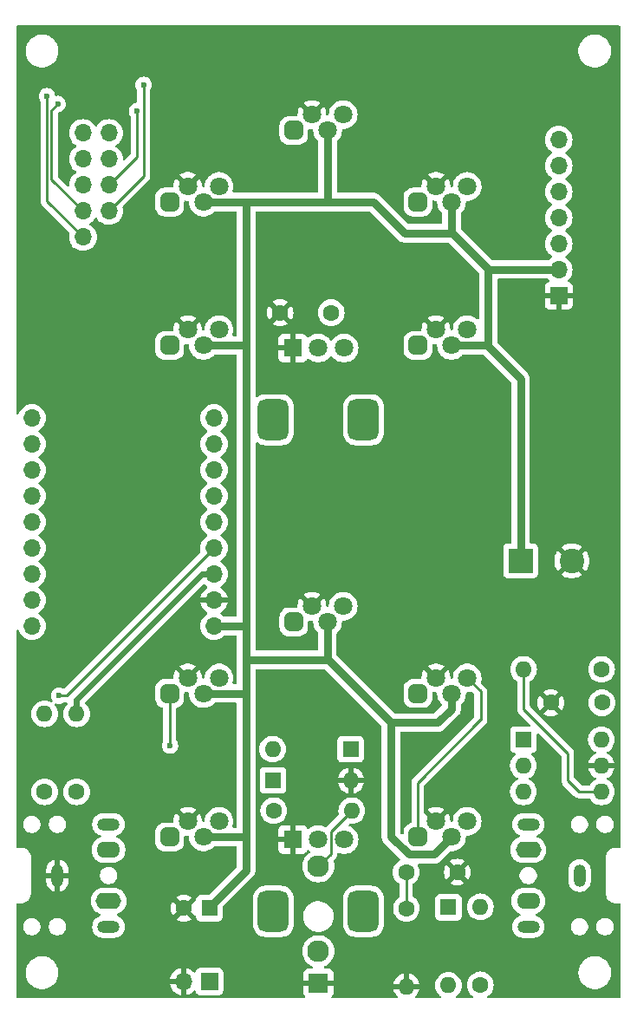
<source format=gbr>
%TF.GenerationSoftware,KiCad,Pcbnew,8.0.7*%
%TF.CreationDate,2025-02-23T13:29:02+00:00*%
%TF.ProjectId,WaveshareZeroKrell,57617665-7368-4617-9265-5a65726f4b72,rev?*%
%TF.SameCoordinates,Original*%
%TF.FileFunction,Copper,L2,Bot*%
%TF.FilePolarity,Positive*%
%FSLAX46Y46*%
G04 Gerber Fmt 4.6, Leading zero omitted, Abs format (unit mm)*
G04 Created by KiCad (PCBNEW 8.0.7) date 2025-02-23 13:29:02*
%MOMM*%
%LPD*%
G01*
G04 APERTURE LIST*
G04 Aperture macros list*
%AMRoundRect*
0 Rectangle with rounded corners*
0 $1 Rounding radius*
0 $2 $3 $4 $5 $6 $7 $8 $9 X,Y pos of 4 corners*
0 Add a 4 corners polygon primitive as box body*
4,1,4,$2,$3,$4,$5,$6,$7,$8,$9,$2,$3,0*
0 Add four circle primitives for the rounded corners*
1,1,$1+$1,$2,$3*
1,1,$1+$1,$4,$5*
1,1,$1+$1,$6,$7*
1,1,$1+$1,$8,$9*
0 Add four rect primitives between the rounded corners*
20,1,$1+$1,$2,$3,$4,$5,0*
20,1,$1+$1,$4,$5,$6,$7,0*
20,1,$1+$1,$6,$7,$8,$9,0*
20,1,$1+$1,$8,$9,$2,$3,0*%
G04 Aperture macros list end*
%TA.AperFunction,ComponentPad*%
%ADD10O,1.700000X1.700000*%
%TD*%
%TA.AperFunction,ComponentPad*%
%ADD11R,1.930000X1.830000*%
%TD*%
%TA.AperFunction,ComponentPad*%
%ADD12C,2.130000*%
%TD*%
%TA.AperFunction,ComponentPad*%
%ADD13R,1.700000X1.700000*%
%TD*%
%TA.AperFunction,ComponentPad*%
%ADD14C,1.600000*%
%TD*%
%TA.AperFunction,ComponentPad*%
%ADD15O,1.600000X1.600000*%
%TD*%
%TA.AperFunction,ComponentPad*%
%ADD16R,1.600000X1.600000*%
%TD*%
%TA.AperFunction,ComponentPad*%
%ADD17O,2.200000X1.200000*%
%TD*%
%TA.AperFunction,ComponentPad*%
%ADD18O,2.300000X1.600000*%
%TD*%
%TA.AperFunction,ComponentPad*%
%ADD19O,1.200000X2.200000*%
%TD*%
%TA.AperFunction,ComponentPad*%
%ADD20O,2.500000X1.600000*%
%TD*%
%TA.AperFunction,ComponentPad*%
%ADD21R,2.400000X2.400000*%
%TD*%
%TA.AperFunction,ComponentPad*%
%ADD22C,2.400000*%
%TD*%
%TA.AperFunction,ComponentPad*%
%ADD23R,1.800000X1.800000*%
%TD*%
%TA.AperFunction,ComponentPad*%
%ADD24C,1.800000*%
%TD*%
%TA.AperFunction,ComponentPad*%
%ADD25RoundRect,0.750000X-0.750000X1.250000X-0.750000X-1.250000X0.750000X-1.250000X0.750000X1.250000X0*%
%TD*%
%TA.AperFunction,ComponentPad*%
%ADD26RoundRect,0.450000X-0.450000X-0.450000X0.450000X-0.450000X0.450000X0.450000X-0.450000X0.450000X0*%
%TD*%
%TA.AperFunction,ViaPad*%
%ADD27C,0.600000*%
%TD*%
%TA.AperFunction,Conductor*%
%ADD28C,0.250000*%
%TD*%
%TA.AperFunction,Conductor*%
%ADD29C,0.800000*%
%TD*%
%TA.AperFunction,Conductor*%
%ADD30C,0.600000*%
%TD*%
G04 APERTURE END LIST*
D10*
%TO.P,J1,1,Pin_1*%
%TO.N,Net-(J1-Pin_1)*%
X59540000Y-61000000D03*
%TO.P,J1,2,Pin_2*%
%TO.N,Net-(J1-Pin_2)*%
X59540000Y-63540000D03*
%TO.P,J1,3,Pin_3*%
%TO.N,/EXT_ALG_2*%
X59540000Y-66080000D03*
%TO.P,J1,4,Pin_4*%
%TO.N,/EXT_ALG_1*%
X59540000Y-68620000D03*
%TD*%
%TO.P,J2,1,Pin_1*%
%TO.N,Net-(J2-Pin_1)*%
X57000000Y-61000000D03*
%TO.P,J2,2,Pin_2*%
%TO.N,Net-(J2-Pin_2)*%
X57000000Y-63540000D03*
%TO.P,J2,3,Pin_3*%
%TO.N,Net-(J2-Pin_3)*%
X57000000Y-66080000D03*
%TO.P,J2,4,Pin_4*%
%TO.N,/EXT_IO_2*%
X57000000Y-68620000D03*
%TO.P,J2,5,Pin_5*%
%TO.N,/EXT_IO_1*%
X57000000Y-71160000D03*
%TD*%
D11*
%TO.P,J5,S*%
%TO.N,GND*%
X80000000Y-144000000D03*
D12*
%TO.P,J5,T*%
%TO.N,Net-(J5-PadT)*%
X80000000Y-132600000D03*
%TO.P,J5,TN*%
%TO.N,unconnected-(J5-PadTN)*%
X80000000Y-140900000D03*
%TD*%
D13*
%TO.P,J7,1,Pin_1*%
%TO.N,GND*%
X103475000Y-76890000D03*
D10*
%TO.P,J7,2,Pin_2*%
%TO.N,+5V*%
X103475000Y-74350000D03*
%TO.P,J7,3,Pin_3*%
%TO.N,+3V3*%
X103475000Y-71810000D03*
%TO.P,J7,4,Pin_4*%
%TO.N,/EXT_ALG_2*%
X103475000Y-69270000D03*
%TO.P,J7,5,Pin_5*%
%TO.N,/EXT_ALG_1*%
X103475000Y-66730000D03*
%TO.P,J7,6,Pin_6*%
%TO.N,/EXT_IO_2*%
X103475000Y-64190000D03*
%TO.P,J7,7,Pin_7*%
%TO.N,/EXT_IO_1*%
X103475000Y-61650000D03*
%TD*%
%TO.P,U1,1,+5V*%
%TO.N,+5V*%
X69800000Y-109145000D03*
%TO.P,U1,2,GND*%
%TO.N,GND*%
X69800000Y-106605000D03*
%TO.P,U1,3,+3V3*%
%TO.N,+3V3*%
X69800000Y-104065000D03*
%TO.P,U1,4,4*%
%TO.N,/ALG1*%
X69800000Y-101525000D03*
%TO.P,U1,5,5*%
%TO.N,/ALG2*%
X69800000Y-98985000D03*
%TO.P,U1,6,6*%
%TO.N,/EXT_ALG_1*%
X69800000Y-96445000D03*
%TO.P,U1,7,7*%
%TO.N,/EXT_ALG_2*%
X69800000Y-93905000D03*
%TO.P,U1,8,8*%
%TO.N,Net-(J1-Pin_2)*%
X69800000Y-91365000D03*
%TO.P,U1,9,9*%
%TO.N,Net-(J1-Pin_1)*%
X69800000Y-88825000D03*
%TO.P,U1,10,10*%
%TO.N,Net-(J2-Pin_1)*%
X52020000Y-88825000D03*
%TO.P,U1,11,11*%
%TO.N,Net-(J2-Pin_2)*%
X52020000Y-91365000D03*
%TO.P,U1,12,12*%
%TO.N,Net-(J2-Pin_3)*%
X52020000Y-93905000D03*
%TO.P,U1,13,13*%
%TO.N,/EXT_IO_2*%
X52020000Y-96445000D03*
%TO.P,U1,14,14*%
%TO.N,/EXT_IO_1*%
X52020000Y-98985000D03*
%TO.P,U1,15,15*%
%TO.N,/LED_DI_2*%
X52020000Y-101525000D03*
%TO.P,U1,16,16*%
%TO.N,/LED_DI_1*%
X52020000Y-104065000D03*
%TO.P,U1,17,17/RX*%
%TO.N,/RX*%
X52020000Y-106605000D03*
%TO.P,U1,18,18/TX*%
%TO.N,/TX*%
X52020000Y-109145000D03*
%TD*%
D13*
%TO.P,J4,1,Pin_1*%
%TO.N,+5V*%
X69350000Y-143850000D03*
D10*
%TO.P,J4,2,Pin_2*%
%TO.N,GND*%
X66810000Y-143850000D03*
%TD*%
D14*
%TO.P,R1,1*%
%TO.N,Net-(J6-PadR)*%
X95825000Y-144185000D03*
D15*
%TO.P,R1,2*%
%TO.N,Net-(D1-K)*%
X95825000Y-136565000D03*
%TD*%
D14*
%TO.P,R2,1*%
%TO.N,Net-(J3-PadR)*%
X56375000Y-125335000D03*
D15*
%TO.P,R2,2*%
%TO.N,+3V3*%
X56375000Y-117715000D03*
%TD*%
D16*
%TO.P,C2,1*%
%TO.N,+5V*%
X69357380Y-136700000D03*
D14*
%TO.P,C2,2*%
%TO.N,GND*%
X66857380Y-136700000D03*
%TD*%
%TO.P,R6,1*%
%TO.N,/ALG1*%
X88600000Y-136710000D03*
D15*
%TO.P,R6,2*%
%TO.N,GND*%
X88600000Y-144330000D03*
%TD*%
D14*
%TO.P,R5,1*%
%TO.N,/ALG1*%
X75640000Y-127175000D03*
D15*
%TO.P,R5,2*%
%TO.N,Net-(J5-PadT)*%
X83260000Y-127175000D03*
%TD*%
D14*
%TO.P,C3,1*%
%TO.N,/ALG1*%
X88575000Y-133175000D03*
%TO.P,C3,2*%
%TO.N,GND*%
X93575000Y-133175000D03*
%TD*%
%TO.P,R3,1*%
%TO.N,Net-(J3-PadT)*%
X53250000Y-125335000D03*
D15*
%TO.P,R3,2*%
%TO.N,/TX*%
X53250000Y-117715000D03*
%TD*%
D16*
%TO.P,D12,1,K*%
%TO.N,+3V3*%
X83150000Y-121165000D03*
D15*
%TO.P,D12,2,A*%
%TO.N,/ALG1*%
X75530000Y-121165000D03*
%TD*%
D17*
%TO.P,J3,R*%
%TO.N,Net-(J3-PadR)*%
X59500000Y-128500000D03*
D18*
%TO.P,J3,RN*%
%TO.N,N/C*%
X59500000Y-131000000D03*
D19*
%TO.P,J3,S*%
%TO.N,GND*%
X54500000Y-133500000D03*
D17*
%TO.P,J3,T*%
%TO.N,Net-(J3-PadT)*%
X59500000Y-138500000D03*
D20*
%TO.P,J3,TN*%
%TO.N,N/C*%
X59500000Y-136000000D03*
%TD*%
D21*
%TO.P,C1,1*%
%TO.N,+5V*%
X99750000Y-102775000D03*
D22*
%TO.P,C1,2*%
%TO.N,GND*%
X104750000Y-102775000D03*
%TD*%
D17*
%TO.P,J6,R*%
%TO.N,Net-(J6-PadR)*%
X100500000Y-138500000D03*
D18*
%TO.P,J6,RN*%
%TO.N,N/C*%
X100500000Y-136000000D03*
D19*
%TO.P,J6,S*%
%TO.N,unconnected-(J6-PadS)*%
X105500000Y-133500000D03*
D17*
%TO.P,J6,T*%
%TO.N,Net-(D1-A)*%
X100500000Y-128500000D03*
D20*
%TO.P,J6,TN*%
%TO.N,N/C*%
X100500000Y-131000000D03*
%TD*%
D16*
%TO.P,D1,1,K*%
%TO.N,Net-(D1-K)*%
X92700000Y-136615000D03*
D15*
%TO.P,D1,2,A*%
%TO.N,Net-(D1-A)*%
X92700000Y-144235000D03*
%TD*%
D14*
%TO.P,C5,1*%
%TO.N,/ALG2*%
X81250000Y-78550000D03*
%TO.P,C5,2*%
%TO.N,GND*%
X76250000Y-78550000D03*
%TD*%
D16*
%TO.P,U2,1*%
%TO.N,Net-(D1-K)*%
X100025000Y-120250000D03*
D15*
%TO.P,U2,2*%
%TO.N,Net-(D1-A)*%
X100025000Y-122790000D03*
%TO.P,U2,3*%
%TO.N,unconnected-(U2-Pad3)*%
X100025000Y-125330000D03*
%TO.P,U2,4*%
%TO.N,/RX*%
X107645000Y-125330000D03*
%TO.P,U2,5*%
%TO.N,GND*%
X107645000Y-122790000D03*
%TO.P,U2,6*%
%TO.N,+3V3*%
X107645000Y-120250000D03*
%TD*%
D14*
%TO.P,R4,1*%
%TO.N,+3V3*%
X107660000Y-113375000D03*
D15*
%TO.P,R4,2*%
%TO.N,/RX*%
X100040000Y-113375000D03*
%TD*%
D16*
%TO.P,D13,1,K*%
%TO.N,/ALG1*%
X75565000Y-124225000D03*
D15*
%TO.P,D13,2,A*%
%TO.N,GND*%
X83185000Y-124225000D03*
%TD*%
D14*
%TO.P,C4,1*%
%TO.N,+3V3*%
X107700000Y-116625000D03*
%TO.P,C4,2*%
%TO.N,GND*%
X102700000Y-116625000D03*
%TD*%
D23*
%TO.P,RV1,1,1*%
%TO.N,GND*%
X77500000Y-82000000D03*
D24*
%TO.P,RV1,2,2*%
%TO.N,/ALG2*%
X80000000Y-82000000D03*
%TO.P,RV1,3,3*%
%TO.N,+3V3*%
X82500000Y-82000000D03*
D25*
%TO.P,RV1,MP*%
%TO.N,N/C*%
X84400000Y-89000000D03*
X75600000Y-89000000D03*
%TD*%
D26*
%TO.P,D3,1,DO*%
%TO.N,Net-(D3-DO)*%
X89710000Y-115740000D03*
D24*
%TO.P,D3,2,GND*%
%TO.N,GND*%
X91488000Y-114216000D03*
%TO.P,D3,3,VDD*%
%TO.N,+5V*%
X93012000Y-115740000D03*
%TO.P,D3,4,DI*%
%TO.N,Net-(D2-DO)*%
X94536000Y-114216000D03*
%TD*%
D26*
%TO.P,D11,1,DO*%
%TO.N,unconnected-(D11-DO-Pad1)*%
X65470000Y-81740000D03*
D24*
%TO.P,D11,2,GND*%
%TO.N,GND*%
X67248000Y-80216000D03*
%TO.P,D11,3,VDD*%
%TO.N,+5V*%
X68772000Y-81740000D03*
%TO.P,D11,4,DI*%
%TO.N,Net-(D10-DO)*%
X70296000Y-80216000D03*
%TD*%
D26*
%TO.P,D10,1,DO*%
%TO.N,Net-(D10-DO)*%
X65470000Y-67740000D03*
D24*
%TO.P,D10,2,GND*%
%TO.N,GND*%
X67248000Y-66216000D03*
%TO.P,D10,3,VDD*%
%TO.N,+5V*%
X68772000Y-67740000D03*
%TO.P,D10,4,DI*%
%TO.N,Net-(D10-DI)*%
X70296000Y-66216000D03*
%TD*%
D26*
%TO.P,D7,1,DO*%
%TO.N,Net-(D7-DO)*%
X89710000Y-81740000D03*
D24*
%TO.P,D7,2,GND*%
%TO.N,GND*%
X91488000Y-80216000D03*
%TO.P,D7,3,VDD*%
%TO.N,+5V*%
X93012000Y-81740000D03*
%TO.P,D7,4,DI*%
%TO.N,/LED_DI_2*%
X94536000Y-80216000D03*
%TD*%
D26*
%TO.P,D4,1,DO*%
%TO.N,Net-(D4-DO)*%
X77590000Y-108740000D03*
D24*
%TO.P,D4,2,GND*%
%TO.N,GND*%
X79368000Y-107216000D03*
%TO.P,D4,3,VDD*%
%TO.N,+5V*%
X80892000Y-108740000D03*
%TO.P,D4,4,DI*%
%TO.N,Net-(D3-DO)*%
X82416000Y-107216000D03*
%TD*%
D26*
%TO.P,D5,1,DO*%
%TO.N,Net-(D5-DO)*%
X65470000Y-115740000D03*
D24*
%TO.P,D5,2,GND*%
%TO.N,GND*%
X67248000Y-114216000D03*
%TO.P,D5,3,VDD*%
%TO.N,+5V*%
X68772000Y-115740000D03*
%TO.P,D5,4,DI*%
%TO.N,Net-(D4-DO)*%
X70296000Y-114216000D03*
%TD*%
D26*
%TO.P,D9,1,DO*%
%TO.N,Net-(D10-DI)*%
X77590000Y-60740000D03*
D24*
%TO.P,D9,2,GND*%
%TO.N,GND*%
X79368000Y-59216000D03*
%TO.P,D9,3,VDD*%
%TO.N,+5V*%
X80892000Y-60740000D03*
%TO.P,D9,4,DI*%
%TO.N,Net-(D8-DO)*%
X82416000Y-59216000D03*
%TD*%
D26*
%TO.P,D6,1,DO*%
%TO.N,unconnected-(D6-DO-Pad1)*%
X65470000Y-129740000D03*
D24*
%TO.P,D6,2,GND*%
%TO.N,GND*%
X67248000Y-128216000D03*
%TO.P,D6,3,VDD*%
%TO.N,+5V*%
X68772000Y-129740000D03*
%TO.P,D6,4,DI*%
%TO.N,Net-(D5-DO)*%
X70296000Y-128216000D03*
%TD*%
D26*
%TO.P,D2,1,DO*%
%TO.N,Net-(D2-DO)*%
X89710000Y-129740000D03*
D24*
%TO.P,D2,2,GND*%
%TO.N,GND*%
X91488000Y-128216000D03*
%TO.P,D2,3,VDD*%
%TO.N,+5V*%
X93012000Y-129740000D03*
%TO.P,D2,4,DI*%
%TO.N,/LED_DI_1*%
X94536000Y-128216000D03*
%TD*%
D23*
%TO.P,RV2,1,1*%
%TO.N,GND*%
X77500000Y-130000000D03*
D24*
%TO.P,RV2,2,2*%
%TO.N,/ALG1*%
X80000000Y-130000000D03*
%TO.P,RV2,3,3*%
%TO.N,+3V3*%
X82500000Y-130000000D03*
D25*
%TO.P,RV2,MP*%
%TO.N,N/C*%
X84400000Y-137000000D03*
X75600000Y-137000000D03*
%TD*%
D26*
%TO.P,D8,1,DO*%
%TO.N,Net-(D8-DO)*%
X89710000Y-67740000D03*
D24*
%TO.P,D8,2,GND*%
%TO.N,GND*%
X91488000Y-66216000D03*
%TO.P,D8,3,VDD*%
%TO.N,+5V*%
X93012000Y-67740000D03*
%TO.P,D8,4,DI*%
%TO.N,Net-(D7-DO)*%
X94536000Y-66216000D03*
%TD*%
D27*
%TO.N,GND*%
X51275000Y-77200000D03*
X51300000Y-84325000D03*
X57725000Y-96175000D03*
X64625000Y-96200000D03*
X58750000Y-117775000D03*
X94550000Y-117325000D03*
X74200000Y-99925000D03*
X71550000Y-95125000D03*
X65650000Y-58400000D03*
X58875000Y-56925000D03*
X98150000Y-79350000D03*
X98175000Y-76025000D03*
X89850000Y-57500000D03*
%TO.N,/EXT_ALG_2*%
X62275000Y-58850000D03*
%TO.N,/EXT_ALG_1*%
X62925000Y-56300000D03*
%TO.N,/EXT_IO_2*%
X54525000Y-58175000D03*
%TO.N,/EXT_IO_1*%
X53475000Y-57400000D03*
%TO.N,GND*%
X96350000Y-131800000D03*
X66150000Y-73850000D03*
X74175000Y-131250000D03*
X98625000Y-53050000D03*
X91325000Y-69225000D03*
X57950000Y-77325000D03*
X53375000Y-114775000D03*
X104700000Y-119700000D03*
X65900000Y-123625000D03*
X61200000Y-113925000D03*
X84725000Y-65000000D03*
X53475000Y-110750000D03*
X108525000Y-59500000D03*
X63375000Y-67650000D03*
X106000000Y-114875000D03*
X80425000Y-127750000D03*
X64625000Y-99325000D03*
X95625000Y-70600000D03*
X98300000Y-85525000D03*
X71575000Y-117650000D03*
X74275000Y-117700000D03*
X86750000Y-135300000D03*
X94575000Y-111750000D03*
X87250000Y-62400000D03*
X75575000Y-73925000D03*
X107575000Y-108750000D03*
X88525000Y-127875000D03*
X94625000Y-87775000D03*
X91400000Y-116950000D03*
X94075000Y-124200000D03*
X96325000Y-121175000D03*
X101450000Y-100250000D03*
X51700000Y-120550000D03*
X99275000Y-140000000D03*
X71700000Y-78550000D03*
X85450000Y-131925000D03*
X85450000Y-129475000D03*
X74200000Y-134025000D03*
X71625000Y-87375000D03*
X71600000Y-83700000D03*
X83925000Y-117600000D03*
X63050000Y-117425000D03*
X55725000Y-112400000D03*
X102050000Y-121250000D03*
X90150000Y-91800000D03*
X57850000Y-110200000D03*
X59250000Y-71250000D03*
X97775000Y-136825000D03*
X94675000Y-83800000D03*
X65400000Y-109575000D03*
X71525000Y-112875000D03*
X82575000Y-112150000D03*
X89925000Y-121075000D03*
X92575000Y-76575000D03*
X70500000Y-110775000D03*
X96250000Y-126275000D03*
X71250000Y-131175000D03*
X74375000Y-110275000D03*
X85300000Y-120950000D03*
X104025000Y-125850000D03*
X98600000Y-107125000D03*
X71650000Y-125850000D03*
X98150000Y-94400000D03*
X74500000Y-83950000D03*
X74675000Y-103575000D03*
X61900000Y-53100000D03*
X71525000Y-122500000D03*
X59300000Y-122725000D03*
X97125000Y-116400000D03*
X54875000Y-123500000D03*
X84725000Y-82725000D03*
X85725000Y-115175000D03*
X88250000Y-89550000D03*
X65325000Y-103875000D03*
X56275000Y-119800000D03*
X87275000Y-113375000D03*
X74500000Y-113850000D03*
X84150000Y-109875000D03*
X77700000Y-124225000D03*
X85450000Y-97925000D03*
X75625000Y-66200000D03*
X80275000Y-102950000D03*
X57950000Y-84300000D03*
X78800000Y-99325000D03*
X83450000Y-92575000D03*
X79350000Y-117700000D03*
X81850000Y-135800000D03*
X54700000Y-107200000D03*
X93300000Y-142025000D03*
X92800000Y-72900000D03*
X71175000Y-70500000D03*
X96925000Y-142200000D03*
X76950000Y-134150000D03*
X108500000Y-69925000D03*
X84350000Y-69550000D03*
X71750000Y-73975000D03*
X107550000Y-89050000D03*
X71400000Y-100225000D03*
X79075000Y-110925000D03*
X101450000Y-94500000D03*
X100425000Y-83300000D03*
X77400000Y-92550000D03*
X75650000Y-69575000D03*
X98250000Y-111775000D03*
X88500000Y-72950000D03*
X97950000Y-100250000D03*
X63150000Y-120825000D03*
X80250000Y-114050000D03*
X87600000Y-80675000D03*
X57700000Y-99425000D03*
X74325000Y-122500000D03*
X80400000Y-53150000D03*
X79175000Y-120700000D03*
X99725000Y-118475000D03*
X95450000Y-104325000D03*
X74900000Y-96350000D03*
X73425000Y-62825000D03*
%TO.N,Net-(D5-DO)*%
X65500000Y-120825000D03*
%TO.N,/ALG1*%
X54675000Y-115950000D03*
%TD*%
D28*
%TO.N,Net-(D2-DO)*%
X95836000Y-118325000D02*
X89710000Y-124451000D01*
X89710000Y-124451000D02*
X89710000Y-129740000D01*
X95850000Y-118325000D02*
X95836000Y-118325000D01*
X95850000Y-115530000D02*
X95850000Y-118325000D01*
X94536000Y-114216000D02*
X95850000Y-115530000D01*
%TO.N,/EXT_ALG_2*%
X62275000Y-63345000D02*
X62275000Y-58850000D01*
%TO.N,/EXT_ALG_1*%
X62925000Y-56300000D02*
X62925000Y-56250000D01*
X62925000Y-65235000D02*
X62925000Y-56300000D01*
X59540000Y-68620000D02*
X62925000Y-65235000D01*
%TO.N,/EXT_ALG_2*%
X59540000Y-66080000D02*
X62275000Y-63345000D01*
%TO.N,/EXT_IO_2*%
X53925000Y-58775000D02*
X54525000Y-58175000D01*
X53925000Y-59000000D02*
X53925000Y-58775000D01*
X53925000Y-59000000D02*
X53925000Y-58800000D01*
X53925000Y-65545000D02*
X53925000Y-59000000D01*
%TO.N,/EXT_IO_1*%
X53475000Y-67635000D02*
X53475000Y-57400000D01*
X57000000Y-71160000D02*
X53475000Y-67635000D01*
%TO.N,/EXT_IO_2*%
X57000000Y-68620000D02*
X53925000Y-65545000D01*
D29*
%TO.N,+5V*%
X96575000Y-74300000D02*
X96600000Y-74325000D01*
X96600000Y-74325000D02*
X103475000Y-74325000D01*
X80925000Y-67740000D02*
X85365000Y-67740000D01*
X93012000Y-117235793D02*
X93012000Y-115740000D01*
X80875000Y-112375000D02*
X80875000Y-108757000D01*
X80950000Y-112450000D02*
X87075000Y-118575000D01*
X68772000Y-81740000D02*
X72935000Y-81740000D01*
X72950000Y-129750000D02*
X72500000Y-129750000D01*
X72950000Y-81725000D02*
X72950000Y-67790000D01*
X80875000Y-108757000D02*
X80892000Y-108740000D01*
X87075000Y-118575000D02*
X91672793Y-118575000D01*
X72930000Y-109145000D02*
X72950000Y-109125000D01*
X72950000Y-133000000D02*
X72950000Y-129750000D01*
X72490000Y-129740000D02*
X68772000Y-129740000D01*
X80950000Y-112450000D02*
X73025000Y-112450000D01*
X72900000Y-67740000D02*
X80925000Y-67740000D01*
X68772000Y-67740000D02*
X72900000Y-67740000D01*
X99750000Y-85000000D02*
X99750000Y-102775000D01*
X69800000Y-109145000D02*
X72930000Y-109145000D01*
X73025000Y-112450000D02*
X72950000Y-112375000D01*
X72950000Y-112375000D02*
X72950000Y-109125000D01*
X68772000Y-115725000D02*
X72915000Y-115725000D01*
X72935000Y-81740000D02*
X72950000Y-81725000D01*
X96490000Y-81740000D02*
X93012000Y-81740000D01*
X85365000Y-67740000D02*
X88425000Y-70800000D01*
X72950000Y-114225000D02*
X72950000Y-112375000D01*
X87075000Y-129695101D02*
X87075000Y-118575000D01*
X72950000Y-129750000D02*
X72950000Y-128250000D01*
X91301000Y-131451000D02*
X88830899Y-131451000D01*
X93012000Y-67740000D02*
X93012000Y-70737000D01*
X96575000Y-81825000D02*
X99750000Y-85000000D01*
X88425000Y-70800000D02*
X93075000Y-70800000D01*
X93012000Y-129740000D02*
X91301000Y-131451000D01*
X80892000Y-67707000D02*
X80925000Y-67740000D01*
X69357380Y-136700000D02*
X69357380Y-136592620D01*
X72950000Y-109125000D02*
X72950000Y-81725000D01*
X80892000Y-60740000D02*
X80892000Y-67707000D01*
X93012000Y-70737000D02*
X96575000Y-74300000D01*
X91672793Y-118575000D02*
X93012000Y-117235793D01*
X72950000Y-67790000D02*
X72900000Y-67740000D01*
X69357380Y-136592620D02*
X72950000Y-133000000D01*
X72950000Y-128250000D02*
X72950000Y-114225000D01*
X72500000Y-129750000D02*
X72490000Y-129740000D01*
X96575000Y-74300000D02*
X96575000Y-81825000D01*
X88830899Y-131451000D02*
X87075000Y-129695101D01*
X69350000Y-136707380D02*
X69357380Y-136700000D01*
D30*
%TO.N,+3V3*%
X68610000Y-104065000D02*
X69800000Y-104065000D01*
X56375000Y-116300000D02*
X68610000Y-104065000D01*
X56375000Y-117715000D02*
X56375000Y-116300000D01*
D28*
%TO.N,Net-(D5-DO)*%
X65470000Y-120795000D02*
X65470000Y-115740000D01*
X65500000Y-120825000D02*
X65470000Y-120795000D01*
%TO.N,/ALG1*%
X55375000Y-115950000D02*
X54675000Y-115950000D01*
X69800000Y-101525000D02*
X55375000Y-115950000D01*
X88575000Y-133175000D02*
X88575000Y-136685000D01*
X88575000Y-136685000D02*
X88600000Y-136710000D01*
%TO.N,/RX*%
X100040000Y-117250000D02*
X104357500Y-121567500D01*
X104357500Y-124232500D02*
X105455000Y-125330000D01*
X104357500Y-121567500D02*
X104357500Y-124232500D01*
X105455000Y-125330000D02*
X107645000Y-125330000D01*
X100040000Y-113375000D02*
X100040000Y-117250000D01*
%TO.N,Net-(J5-PadT)*%
X83260000Y-127175000D02*
X81225000Y-129210000D01*
X81225000Y-131375000D02*
X80000000Y-132600000D01*
X81225000Y-129210000D02*
X81225000Y-131375000D01*
%TD*%
%TA.AperFunction,Conductor*%
%TO.N,GND*%
G36*
X95034520Y-115599110D02*
G01*
X95188181Y-115752771D01*
X95221666Y-115814094D01*
X95224500Y-115840452D01*
X95224500Y-118000547D01*
X95204815Y-118067586D01*
X95188181Y-118088228D01*
X92197893Y-121078516D01*
X89311270Y-123965139D01*
X89311267Y-123965142D01*
X89284550Y-123991859D01*
X89224142Y-124052266D01*
X89218317Y-124060984D01*
X89195276Y-124095468D01*
X89190069Y-124103261D01*
X89155688Y-124154712D01*
X89148989Y-124170889D01*
X89148987Y-124170893D01*
X89108538Y-124268545D01*
X89108535Y-124268555D01*
X89084500Y-124389389D01*
X89084500Y-128258075D01*
X89064815Y-128325114D01*
X89012011Y-128370869D01*
X88994613Y-128377290D01*
X88905597Y-128402761D01*
X88734250Y-128492265D01*
X88584428Y-128614428D01*
X88462265Y-128764250D01*
X88372762Y-128935594D01*
X88319582Y-129121451D01*
X88309500Y-129234863D01*
X88309500Y-129356739D01*
X88289815Y-129423778D01*
X88237011Y-129469533D01*
X88167853Y-129479477D01*
X88104297Y-129450452D01*
X88097819Y-129444420D01*
X88011819Y-129358420D01*
X87978334Y-129297097D01*
X87975500Y-129270739D01*
X87975500Y-119599500D01*
X87995185Y-119532461D01*
X88047989Y-119486706D01*
X88099500Y-119475500D01*
X91761486Y-119475500D01*
X91761487Y-119475499D01*
X91935459Y-119440895D01*
X92029049Y-119402128D01*
X92099340Y-119373013D01*
X92187752Y-119313936D01*
X92246829Y-119274464D01*
X93711464Y-117809828D01*
X93720301Y-117796602D01*
X93737616Y-117770690D01*
X93737616Y-117770689D01*
X93810013Y-117662340D01*
X93858084Y-117546286D01*
X93877895Y-117498459D01*
X93912500Y-117324484D01*
X93912500Y-117147101D01*
X93912500Y-116874448D01*
X93932185Y-116807409D01*
X93960343Y-116776590D01*
X93963784Y-116773913D01*
X94120979Y-116603153D01*
X94247924Y-116408849D01*
X94341157Y-116196300D01*
X94398134Y-115971305D01*
X94399899Y-115950003D01*
X94417724Y-115734889D01*
X94418918Y-115734987D01*
X94436985Y-115673461D01*
X94489789Y-115627706D01*
X94541300Y-115616500D01*
X94652048Y-115616500D01*
X94652049Y-115616500D01*
X94880981Y-115578298D01*
X94906576Y-115569510D01*
X94976371Y-115566359D01*
X95034520Y-115599110D01*
G37*
%TD.AperFunction*%
%TA.AperFunction,Conductor*%
G36*
X109442539Y-50520185D02*
G01*
X109488294Y-50572989D01*
X109499500Y-50624500D01*
X109499500Y-130675500D01*
X109479815Y-130742539D01*
X109427011Y-130788294D01*
X109375500Y-130799500D01*
X108911306Y-130799500D01*
X108737341Y-130834103D01*
X108737332Y-130834106D01*
X108573459Y-130901983D01*
X108573446Y-130901990D01*
X108425965Y-131000535D01*
X108425961Y-131000538D01*
X108300538Y-131125961D01*
X108300535Y-131125965D01*
X108201990Y-131273446D01*
X108201983Y-131273459D01*
X108134106Y-131437332D01*
X108134103Y-131437341D01*
X108099500Y-131611304D01*
X108099500Y-135388695D01*
X108134103Y-135562658D01*
X108134106Y-135562667D01*
X108201983Y-135726540D01*
X108201990Y-135726553D01*
X108300535Y-135874034D01*
X108300538Y-135874038D01*
X108425961Y-135999461D01*
X108425965Y-135999464D01*
X108573446Y-136098009D01*
X108573459Y-136098016D01*
X108623227Y-136118630D01*
X108737334Y-136165894D01*
X108737336Y-136165894D01*
X108737341Y-136165896D01*
X108911304Y-136200499D01*
X108911307Y-136200500D01*
X108911309Y-136200500D01*
X108934108Y-136200500D01*
X109375500Y-136200500D01*
X109442539Y-136220185D01*
X109488294Y-136272989D01*
X109499500Y-136324500D01*
X109499500Y-145375500D01*
X109479815Y-145442539D01*
X109427011Y-145488294D01*
X109375500Y-145499500D01*
X96608330Y-145499500D01*
X96541291Y-145479815D01*
X96495536Y-145427011D01*
X96485592Y-145357853D01*
X96514617Y-145294297D01*
X96537207Y-145273925D01*
X96592731Y-145235047D01*
X96664139Y-145185047D01*
X96825047Y-145024139D01*
X96955568Y-144837734D01*
X97051739Y-144631496D01*
X97110635Y-144411692D01*
X97130468Y-144185000D01*
X97110635Y-143958308D01*
X97051739Y-143738504D01*
X96955568Y-143532266D01*
X96853507Y-143386507D01*
X96825045Y-143345858D01*
X96664141Y-143184954D01*
X96477734Y-143054432D01*
X96477732Y-143054431D01*
X96271497Y-142958261D01*
X96271488Y-142958258D01*
X96051697Y-142899366D01*
X96051693Y-142899365D01*
X96051692Y-142899365D01*
X96051691Y-142899364D01*
X96051686Y-142899364D01*
X95825002Y-142879532D01*
X95824998Y-142879532D01*
X95598313Y-142899364D01*
X95598302Y-142899366D01*
X95378511Y-142958258D01*
X95378502Y-142958261D01*
X95172267Y-143054431D01*
X95172265Y-143054432D01*
X94985858Y-143184954D01*
X94824954Y-143345858D01*
X94694432Y-143532265D01*
X94694431Y-143532267D01*
X94598261Y-143738502D01*
X94598258Y-143738511D01*
X94539366Y-143958302D01*
X94539364Y-143958313D01*
X94519532Y-144184998D01*
X94519532Y-144185001D01*
X94539364Y-144411686D01*
X94539366Y-144411697D01*
X94598258Y-144631488D01*
X94598261Y-144631497D01*
X94694431Y-144837732D01*
X94694432Y-144837734D01*
X94824954Y-145024141D01*
X94985858Y-145185045D01*
X95112793Y-145273925D01*
X95156418Y-145328501D01*
X95163612Y-145398000D01*
X95132090Y-145460355D01*
X95071860Y-145495769D01*
X95041670Y-145499500D01*
X93554738Y-145499500D01*
X93487699Y-145479815D01*
X93441944Y-145427011D01*
X93432000Y-145357853D01*
X93461025Y-145294297D01*
X93483615Y-145273925D01*
X93486258Y-145272074D01*
X93539139Y-145235047D01*
X93700047Y-145074139D01*
X93830568Y-144887734D01*
X93926739Y-144681496D01*
X93985635Y-144461692D01*
X94005468Y-144235000D01*
X94004225Y-144220798D01*
X93993657Y-144100000D01*
X93985635Y-144008308D01*
X93926739Y-143788504D01*
X93830568Y-143582266D01*
X93700047Y-143395861D01*
X93700045Y-143395858D01*
X93539141Y-143234954D01*
X93352734Y-143104432D01*
X93352732Y-143104431D01*
X93146497Y-143008261D01*
X93146488Y-143008258D01*
X92926697Y-142949366D01*
X92926693Y-142949365D01*
X92926692Y-142949365D01*
X92926691Y-142949364D01*
X92926686Y-142949364D01*
X92700002Y-142929532D01*
X92699998Y-142929532D01*
X92473313Y-142949364D01*
X92473302Y-142949366D01*
X92253511Y-143008258D01*
X92253502Y-143008261D01*
X92047267Y-143104431D01*
X92047265Y-143104432D01*
X91860858Y-143234954D01*
X91699954Y-143395858D01*
X91569432Y-143582265D01*
X91569431Y-143582267D01*
X91473261Y-143788502D01*
X91473258Y-143788511D01*
X91414366Y-144008302D01*
X91414364Y-144008313D01*
X91394532Y-144234998D01*
X91394532Y-144235001D01*
X91414364Y-144461686D01*
X91414366Y-144461697D01*
X91473258Y-144681488D01*
X91473261Y-144681497D01*
X91569431Y-144887732D01*
X91569432Y-144887734D01*
X91699954Y-145074141D01*
X91860858Y-145235045D01*
X91916385Y-145273925D01*
X91960010Y-145328501D01*
X91967204Y-145397999D01*
X91935682Y-145460354D01*
X91875452Y-145495769D01*
X91845262Y-145499500D01*
X89568340Y-145499500D01*
X89501301Y-145479815D01*
X89455546Y-145427011D01*
X89445602Y-145357853D01*
X89474627Y-145294297D01*
X89480659Y-145287819D01*
X89599657Y-145168820D01*
X89730134Y-144982482D01*
X89826265Y-144776326D01*
X89826269Y-144776317D01*
X89878872Y-144580000D01*
X88915686Y-144580000D01*
X88920080Y-144575606D01*
X88972741Y-144484394D01*
X89000000Y-144382661D01*
X89000000Y-144277339D01*
X88972741Y-144175606D01*
X88920080Y-144084394D01*
X88915686Y-144080000D01*
X89878872Y-144080000D01*
X89878872Y-144079999D01*
X89826269Y-143883682D01*
X89826265Y-143883673D01*
X89730134Y-143677517D01*
X89599657Y-143491179D01*
X89438820Y-143330342D01*
X89252482Y-143199865D01*
X89046328Y-143103734D01*
X88850000Y-143051127D01*
X88850000Y-144014314D01*
X88845606Y-144009920D01*
X88754394Y-143957259D01*
X88652661Y-143930000D01*
X88547339Y-143930000D01*
X88445606Y-143957259D01*
X88354394Y-144009920D01*
X88350000Y-144014314D01*
X88350000Y-143051127D01*
X88153671Y-143103734D01*
X87947517Y-143199865D01*
X87761179Y-143330342D01*
X87600342Y-143491179D01*
X87469865Y-143677517D01*
X87373734Y-143883673D01*
X87373730Y-143883682D01*
X87321127Y-144079999D01*
X87321128Y-144080000D01*
X88284314Y-144080000D01*
X88279920Y-144084394D01*
X88227259Y-144175606D01*
X88200000Y-144277339D01*
X88200000Y-144382661D01*
X88227259Y-144484394D01*
X88279920Y-144575606D01*
X88284314Y-144580000D01*
X87321128Y-144580000D01*
X87373730Y-144776317D01*
X87373734Y-144776326D01*
X87469865Y-144982482D01*
X87600342Y-145168820D01*
X87719341Y-145287819D01*
X87752826Y-145349142D01*
X87747842Y-145418834D01*
X87705970Y-145474767D01*
X87640506Y-145499184D01*
X87631660Y-145499500D01*
X81391097Y-145499500D01*
X81324058Y-145479815D01*
X81278303Y-145427011D01*
X81268359Y-145357853D01*
X81297384Y-145294297D01*
X81316786Y-145276233D01*
X81322190Y-145272186D01*
X81408350Y-145157093D01*
X81408354Y-145157086D01*
X81458596Y-145022379D01*
X81458598Y-145022372D01*
X81464999Y-144962844D01*
X81465000Y-144962827D01*
X81465000Y-144250000D01*
X80556706Y-144250000D01*
X80586558Y-144177931D01*
X80610000Y-144060080D01*
X80610000Y-143939920D01*
X80586558Y-143822069D01*
X80556706Y-143750000D01*
X81465000Y-143750000D01*
X81465000Y-143037172D01*
X81464999Y-143037155D01*
X81458598Y-142977627D01*
X81458596Y-142977620D01*
X81419963Y-142874038D01*
X105399500Y-142874038D01*
X105399500Y-143125962D01*
X105411205Y-143199865D01*
X105438910Y-143374785D01*
X105516760Y-143614383D01*
X105548929Y-143677517D01*
X105622582Y-143822069D01*
X105631132Y-143838848D01*
X105779201Y-144042649D01*
X105779205Y-144042654D01*
X105957345Y-144220794D01*
X105957350Y-144220798D01*
X106088282Y-144315925D01*
X106161155Y-144368870D01*
X106304184Y-144441747D01*
X106385616Y-144483239D01*
X106385618Y-144483239D01*
X106385621Y-144483241D01*
X106625215Y-144561090D01*
X106874038Y-144600500D01*
X106874039Y-144600500D01*
X107125961Y-144600500D01*
X107125962Y-144600500D01*
X107374785Y-144561090D01*
X107614379Y-144483241D01*
X107838845Y-144368870D01*
X108042656Y-144220793D01*
X108220793Y-144042656D01*
X108368870Y-143838845D01*
X108483241Y-143614379D01*
X108561090Y-143374785D01*
X108600500Y-143125962D01*
X108600500Y-142874038D01*
X108561090Y-142625215D01*
X108483241Y-142385621D01*
X108483239Y-142385618D01*
X108483239Y-142385616D01*
X108439199Y-142299184D01*
X108368870Y-142161155D01*
X108259339Y-142010398D01*
X108220798Y-141957350D01*
X108220794Y-141957345D01*
X108042654Y-141779205D01*
X108042649Y-141779201D01*
X107838848Y-141631132D01*
X107838847Y-141631131D01*
X107838845Y-141631130D01*
X107768747Y-141595413D01*
X107614383Y-141516760D01*
X107374785Y-141438910D01*
X107125962Y-141399500D01*
X106874038Y-141399500D01*
X106749626Y-141419205D01*
X106625214Y-141438910D01*
X106385616Y-141516760D01*
X106161151Y-141631132D01*
X105957350Y-141779201D01*
X105957345Y-141779205D01*
X105779205Y-141957345D01*
X105779201Y-141957350D01*
X105631132Y-142161151D01*
X105516760Y-142385616D01*
X105438910Y-142625214D01*
X105422660Y-142727812D01*
X105399500Y-142874038D01*
X81419963Y-142874038D01*
X81408354Y-142842913D01*
X81408350Y-142842906D01*
X81322190Y-142727812D01*
X81322187Y-142727809D01*
X81207093Y-142641649D01*
X81207086Y-142641645D01*
X81072379Y-142591403D01*
X81072372Y-142591401D01*
X81012844Y-142585000D01*
X80646291Y-142585000D01*
X80579252Y-142565315D01*
X80533497Y-142512511D01*
X80523553Y-142443353D01*
X80552578Y-142379797D01*
X80598838Y-142346439D01*
X80712920Y-142299184D01*
X80923018Y-142170436D01*
X80923020Y-142170435D01*
X80923020Y-142170434D01*
X80923023Y-142170433D01*
X81110399Y-142010399D01*
X81270433Y-141823023D01*
X81399184Y-141612920D01*
X81493483Y-141385262D01*
X81551007Y-141145655D01*
X81570341Y-140900000D01*
X81551007Y-140654345D01*
X81493483Y-140414738D01*
X81399184Y-140187080D01*
X81399184Y-140187079D01*
X81270436Y-139976981D01*
X81270435Y-139976979D01*
X81233819Y-139934108D01*
X81110399Y-139789601D01*
X80986516Y-139683795D01*
X80923020Y-139629564D01*
X80923018Y-139629563D01*
X80712920Y-139500815D01*
X80485264Y-139406517D01*
X80245658Y-139348993D01*
X80000000Y-139329659D01*
X79754341Y-139348993D01*
X79514735Y-139406517D01*
X79287079Y-139500815D01*
X79076981Y-139629563D01*
X79076979Y-139629564D01*
X78889601Y-139789601D01*
X78729564Y-139976979D01*
X78729563Y-139976981D01*
X78600815Y-140187079D01*
X78506517Y-140414735D01*
X78448993Y-140654341D01*
X78429659Y-140900000D01*
X78448993Y-141145658D01*
X78506517Y-141385264D01*
X78600815Y-141612920D01*
X78729563Y-141823018D01*
X78729564Y-141823020D01*
X78729567Y-141823023D01*
X78889601Y-142010399D01*
X79034648Y-142134280D01*
X79076979Y-142170435D01*
X79076981Y-142170436D01*
X79287080Y-142299184D01*
X79287079Y-142299184D01*
X79401162Y-142346439D01*
X79455565Y-142390280D01*
X79477630Y-142456574D01*
X79460351Y-142524274D01*
X79409213Y-142571884D01*
X79353709Y-142585000D01*
X78987155Y-142585000D01*
X78927627Y-142591401D01*
X78927620Y-142591403D01*
X78792913Y-142641645D01*
X78792906Y-142641649D01*
X78677812Y-142727809D01*
X78677809Y-142727812D01*
X78591649Y-142842906D01*
X78591645Y-142842913D01*
X78541403Y-142977620D01*
X78541401Y-142977627D01*
X78535000Y-143037155D01*
X78535000Y-143750000D01*
X79443294Y-143750000D01*
X79413442Y-143822069D01*
X79390000Y-143939920D01*
X79390000Y-144060080D01*
X79413442Y-144177931D01*
X79443294Y-144250000D01*
X78535000Y-144250000D01*
X78535000Y-144962844D01*
X78541401Y-145022372D01*
X78541403Y-145022379D01*
X78591645Y-145157086D01*
X78591649Y-145157093D01*
X78677809Y-145272186D01*
X78683214Y-145276233D01*
X78725085Y-145332167D01*
X78730069Y-145401859D01*
X78696584Y-145463182D01*
X78635260Y-145496666D01*
X78608903Y-145499500D01*
X50624500Y-145499500D01*
X50557461Y-145479815D01*
X50511706Y-145427011D01*
X50500500Y-145375500D01*
X50500500Y-142874038D01*
X51399500Y-142874038D01*
X51399500Y-143125962D01*
X51411205Y-143199865D01*
X51438910Y-143374785D01*
X51516760Y-143614383D01*
X51548929Y-143677517D01*
X51622582Y-143822069D01*
X51631132Y-143838848D01*
X51779201Y-144042649D01*
X51779205Y-144042654D01*
X51957345Y-144220794D01*
X51957350Y-144220798D01*
X52088282Y-144315925D01*
X52161155Y-144368870D01*
X52304184Y-144441747D01*
X52385616Y-144483239D01*
X52385618Y-144483239D01*
X52385621Y-144483241D01*
X52625215Y-144561090D01*
X52874038Y-144600500D01*
X52874039Y-144600500D01*
X53125961Y-144600500D01*
X53125962Y-144600500D01*
X53374785Y-144561090D01*
X53614379Y-144483241D01*
X53838845Y-144368870D01*
X54042656Y-144220793D01*
X54220793Y-144042656D01*
X54368870Y-143838845D01*
X54483241Y-143614379D01*
X54487913Y-143599999D01*
X65479364Y-143599999D01*
X65479364Y-143600000D01*
X66376988Y-143600000D01*
X66344075Y-143657007D01*
X66310000Y-143784174D01*
X66310000Y-143915826D01*
X66344075Y-144042993D01*
X66376988Y-144100000D01*
X65479364Y-144100000D01*
X65536567Y-144313486D01*
X65536570Y-144313492D01*
X65636399Y-144527578D01*
X65771894Y-144721082D01*
X65938917Y-144888105D01*
X66132421Y-145023600D01*
X66346507Y-145123429D01*
X66346516Y-145123433D01*
X66560000Y-145180634D01*
X66560000Y-144283012D01*
X66617007Y-144315925D01*
X66744174Y-144350000D01*
X66875826Y-144350000D01*
X67002993Y-144315925D01*
X67060000Y-144283012D01*
X67060000Y-145180633D01*
X67273483Y-145123433D01*
X67273492Y-145123429D01*
X67487578Y-145023600D01*
X67681078Y-144888108D01*
X67803133Y-144766053D01*
X67864456Y-144732568D01*
X67934148Y-144737552D01*
X67990082Y-144779423D01*
X68006997Y-144810401D01*
X68056202Y-144942328D01*
X68056206Y-144942335D01*
X68142452Y-145057544D01*
X68142455Y-145057547D01*
X68257664Y-145143793D01*
X68257671Y-145143797D01*
X68392517Y-145194091D01*
X68392516Y-145194091D01*
X68399444Y-145194835D01*
X68452127Y-145200500D01*
X70247872Y-145200499D01*
X70307483Y-145194091D01*
X70442331Y-145143796D01*
X70557546Y-145057546D01*
X70643796Y-144942331D01*
X70694091Y-144807483D01*
X70700500Y-144747873D01*
X70700499Y-142952128D01*
X70694091Y-142892517D01*
X70693002Y-142889598D01*
X70643797Y-142757671D01*
X70643793Y-142757664D01*
X70557547Y-142642455D01*
X70557544Y-142642452D01*
X70442335Y-142556206D01*
X70442328Y-142556202D01*
X70307482Y-142505908D01*
X70307483Y-142505908D01*
X70247883Y-142499501D01*
X70247881Y-142499500D01*
X70247873Y-142499500D01*
X70247864Y-142499500D01*
X68452129Y-142499500D01*
X68452123Y-142499501D01*
X68392516Y-142505908D01*
X68257671Y-142556202D01*
X68257664Y-142556206D01*
X68142455Y-142642452D01*
X68142452Y-142642455D01*
X68056206Y-142757664D01*
X68056202Y-142757671D01*
X68006997Y-142889598D01*
X67965126Y-142945532D01*
X67899661Y-142969949D01*
X67831388Y-142955097D01*
X67803134Y-142933946D01*
X67681082Y-142811894D01*
X67487578Y-142676399D01*
X67273492Y-142576570D01*
X67273486Y-142576567D01*
X67060000Y-142519364D01*
X67060000Y-143416988D01*
X67002993Y-143384075D01*
X66875826Y-143350000D01*
X66744174Y-143350000D01*
X66617007Y-143384075D01*
X66560000Y-143416988D01*
X66560000Y-142519364D01*
X66559999Y-142519364D01*
X66346513Y-142576567D01*
X66346507Y-142576570D01*
X66132422Y-142676399D01*
X66132420Y-142676400D01*
X65938926Y-142811886D01*
X65938920Y-142811891D01*
X65771891Y-142978920D01*
X65771886Y-142978926D01*
X65636400Y-143172420D01*
X65636399Y-143172422D01*
X65536570Y-143386507D01*
X65536567Y-143386513D01*
X65479364Y-143599999D01*
X54487913Y-143599999D01*
X54561090Y-143374785D01*
X54600500Y-143125962D01*
X54600500Y-142874038D01*
X54561090Y-142625215D01*
X54483241Y-142385621D01*
X54483239Y-142385618D01*
X54483239Y-142385616D01*
X54439199Y-142299184D01*
X54368870Y-142161155D01*
X54259339Y-142010398D01*
X54220798Y-141957350D01*
X54220794Y-141957345D01*
X54042654Y-141779205D01*
X54042649Y-141779201D01*
X53838848Y-141631132D01*
X53838847Y-141631131D01*
X53838845Y-141631130D01*
X53768747Y-141595413D01*
X53614383Y-141516760D01*
X53374785Y-141438910D01*
X53125962Y-141399500D01*
X52874038Y-141399500D01*
X52749626Y-141419205D01*
X52625214Y-141438910D01*
X52385616Y-141516760D01*
X52161151Y-141631132D01*
X51957350Y-141779201D01*
X51957345Y-141779205D01*
X51779205Y-141957345D01*
X51779201Y-141957350D01*
X51631132Y-142161151D01*
X51516760Y-142385616D01*
X51438910Y-142625214D01*
X51422660Y-142727812D01*
X51399500Y-142874038D01*
X50500500Y-142874038D01*
X50500500Y-138416228D01*
X51149500Y-138416228D01*
X51149500Y-138583771D01*
X51182182Y-138748074D01*
X51182184Y-138748082D01*
X51246295Y-138902860D01*
X51339373Y-139042162D01*
X51457837Y-139160626D01*
X51550494Y-139222537D01*
X51597137Y-139253703D01*
X51751918Y-139317816D01*
X51908657Y-139348993D01*
X51916228Y-139350499D01*
X51916232Y-139350500D01*
X51916233Y-139350500D01*
X52083768Y-139350500D01*
X52083769Y-139350499D01*
X52248082Y-139317816D01*
X52402863Y-139253703D01*
X52542162Y-139160626D01*
X52660626Y-139042162D01*
X52753703Y-138902863D01*
X52817816Y-138748082D01*
X52850500Y-138583767D01*
X52850500Y-138416233D01*
X52850499Y-138416228D01*
X53649500Y-138416228D01*
X53649500Y-138583771D01*
X53682182Y-138748074D01*
X53682184Y-138748082D01*
X53746295Y-138902860D01*
X53839373Y-139042162D01*
X53957837Y-139160626D01*
X54050494Y-139222537D01*
X54097137Y-139253703D01*
X54251918Y-139317816D01*
X54408657Y-139348993D01*
X54416228Y-139350499D01*
X54416232Y-139350500D01*
X54416233Y-139350500D01*
X54583768Y-139350500D01*
X54583769Y-139350499D01*
X54748082Y-139317816D01*
X54902863Y-139253703D01*
X55042162Y-139160626D01*
X55160626Y-139042162D01*
X55253703Y-138902863D01*
X55317816Y-138748082D01*
X55350500Y-138583767D01*
X55350500Y-138416233D01*
X55317816Y-138251918D01*
X55253703Y-138097137D01*
X55215339Y-138039722D01*
X55160626Y-137957837D01*
X55042162Y-137839373D01*
X54902860Y-137746295D01*
X54748082Y-137682184D01*
X54748074Y-137682182D01*
X54583771Y-137649500D01*
X54583767Y-137649500D01*
X54416233Y-137649500D01*
X54416228Y-137649500D01*
X54251925Y-137682182D01*
X54251917Y-137682184D01*
X54097139Y-137746295D01*
X53957837Y-137839373D01*
X53839373Y-137957837D01*
X53746295Y-138097139D01*
X53682184Y-138251917D01*
X53682182Y-138251925D01*
X53649500Y-138416228D01*
X52850499Y-138416228D01*
X52817816Y-138251918D01*
X52753703Y-138097137D01*
X52715339Y-138039722D01*
X52660626Y-137957837D01*
X52542162Y-137839373D01*
X52402860Y-137746295D01*
X52248082Y-137682184D01*
X52248074Y-137682182D01*
X52083771Y-137649500D01*
X52083767Y-137649500D01*
X51916233Y-137649500D01*
X51916228Y-137649500D01*
X51751925Y-137682182D01*
X51751917Y-137682184D01*
X51597139Y-137746295D01*
X51457837Y-137839373D01*
X51339373Y-137957837D01*
X51246295Y-138097139D01*
X51182184Y-138251917D01*
X51182182Y-138251925D01*
X51149500Y-138416228D01*
X50500500Y-138416228D01*
X50500500Y-136324500D01*
X50520185Y-136257461D01*
X50572989Y-136211706D01*
X50624500Y-136200500D01*
X51088693Y-136200500D01*
X51088694Y-136200499D01*
X51146682Y-136188964D01*
X51262658Y-136165896D01*
X51262661Y-136165894D01*
X51262666Y-136165894D01*
X51426547Y-136098013D01*
X51574035Y-135999464D01*
X51675851Y-135897648D01*
X57749500Y-135897648D01*
X57749500Y-136102351D01*
X57781522Y-136304534D01*
X57844781Y-136499223D01*
X57937715Y-136681613D01*
X58058028Y-136847213D01*
X58202786Y-136991971D01*
X58310050Y-137069901D01*
X58368390Y-137112287D01*
X58550781Y-137205220D01*
X58624252Y-137229092D01*
X58681928Y-137268530D01*
X58709126Y-137332888D01*
X58697211Y-137401735D01*
X58649967Y-137453210D01*
X58624254Y-137464953D01*
X58612017Y-137468929D01*
X58577550Y-137480128D01*
X58423211Y-137558768D01*
X58356163Y-137607482D01*
X58283072Y-137660586D01*
X58283070Y-137660588D01*
X58283069Y-137660588D01*
X58160588Y-137783069D01*
X58160588Y-137783070D01*
X58160586Y-137783072D01*
X58154288Y-137791741D01*
X58058768Y-137923211D01*
X57980128Y-138077552D01*
X57926597Y-138242302D01*
X57915206Y-138314223D01*
X57899500Y-138413389D01*
X57899500Y-138586611D01*
X57926598Y-138757701D01*
X57980127Y-138922445D01*
X58058768Y-139076788D01*
X58160586Y-139216928D01*
X58283072Y-139339414D01*
X58423212Y-139441232D01*
X58577555Y-139519873D01*
X58742299Y-139573402D01*
X58913389Y-139600500D01*
X58913390Y-139600500D01*
X60086610Y-139600500D01*
X60086611Y-139600500D01*
X60257701Y-139573402D01*
X60422445Y-139519873D01*
X60576788Y-139441232D01*
X60716928Y-139339414D01*
X60839414Y-139216928D01*
X60941232Y-139076788D01*
X61019873Y-138922445D01*
X61073402Y-138757701D01*
X61100500Y-138586611D01*
X61100500Y-138413389D01*
X61073402Y-138242299D01*
X61019873Y-138077555D01*
X60941232Y-137923212D01*
X60839414Y-137783072D01*
X60716928Y-137660586D01*
X60576788Y-137558768D01*
X60422445Y-137480127D01*
X60375744Y-137464952D01*
X60318071Y-137425516D01*
X60290873Y-137361157D01*
X60302788Y-137292311D01*
X60350032Y-137240835D01*
X60375743Y-137229093D01*
X60449219Y-137205220D01*
X60631610Y-137112287D01*
X60770337Y-137011497D01*
X60797213Y-136991971D01*
X60797215Y-136991968D01*
X60797219Y-136991966D01*
X60941966Y-136847219D01*
X60941968Y-136847215D01*
X60941971Y-136847213D01*
X61016381Y-136744795D01*
X61062287Y-136681610D01*
X61155220Y-136499219D01*
X61218477Y-136304534D01*
X61250500Y-136102352D01*
X61250500Y-135897648D01*
X61218477Y-135695465D01*
X61172375Y-135553579D01*
X61155220Y-135500781D01*
X61155218Y-135500778D01*
X61155218Y-135500776D01*
X61106880Y-135405909D01*
X61062287Y-135318390D01*
X61019525Y-135259532D01*
X60941971Y-135152786D01*
X60797213Y-135008028D01*
X60631613Y-134887715D01*
X60631612Y-134887714D01*
X60631610Y-134887713D01*
X60574653Y-134858691D01*
X60449223Y-134794781D01*
X60254534Y-134731522D01*
X60079995Y-134703878D01*
X60052352Y-134699500D01*
X58947648Y-134699500D01*
X58923329Y-134703351D01*
X58745465Y-134731522D01*
X58550776Y-134794781D01*
X58368386Y-134887715D01*
X58202786Y-135008028D01*
X58058028Y-135152786D01*
X57937715Y-135318386D01*
X57844781Y-135500776D01*
X57781522Y-135695465D01*
X57749500Y-135897648D01*
X51675851Y-135897648D01*
X51699464Y-135874035D01*
X51798013Y-135726547D01*
X51865894Y-135562666D01*
X51867405Y-135555074D01*
X51898350Y-135399500D01*
X51900500Y-135388691D01*
X51900500Y-135300000D01*
X51900500Y-135234108D01*
X51900500Y-134086571D01*
X53400000Y-134086571D01*
X53427085Y-134257584D01*
X53480591Y-134422257D01*
X53559195Y-134576524D01*
X53660967Y-134716602D01*
X53783397Y-134839032D01*
X53923475Y-134940804D01*
X54077744Y-135019408D01*
X54242415Y-135072914D01*
X54242414Y-135072914D01*
X54249999Y-135074115D01*
X54750000Y-135074115D01*
X54757584Y-135072914D01*
X54922255Y-135019408D01*
X55076524Y-134940804D01*
X55216602Y-134839032D01*
X55339032Y-134716602D01*
X55440804Y-134576524D01*
X55519408Y-134422257D01*
X55572914Y-134257584D01*
X55600000Y-134086571D01*
X55600000Y-133750000D01*
X54750000Y-133750000D01*
X54750000Y-135074115D01*
X54249999Y-135074115D01*
X54250000Y-135074114D01*
X54250000Y-133750000D01*
X53400000Y-133750000D01*
X53400000Y-134086571D01*
X51900500Y-134086571D01*
X51900500Y-132913428D01*
X53400000Y-132913428D01*
X53400000Y-133250000D01*
X54250000Y-133250000D01*
X54250000Y-132960218D01*
X54300000Y-132960218D01*
X54300000Y-134039782D01*
X54330448Y-134113291D01*
X54386709Y-134169552D01*
X54460218Y-134200000D01*
X54539782Y-134200000D01*
X54613291Y-134169552D01*
X54669552Y-134113291D01*
X54700000Y-134039782D01*
X54700000Y-133416228D01*
X58649500Y-133416228D01*
X58649500Y-133583771D01*
X58682182Y-133748074D01*
X58682184Y-133748082D01*
X58746295Y-133902860D01*
X58839373Y-134042162D01*
X58957837Y-134160626D01*
X58972377Y-134170341D01*
X59097137Y-134253703D01*
X59251918Y-134317816D01*
X59416228Y-134350499D01*
X59416232Y-134350500D01*
X59416233Y-134350500D01*
X59583768Y-134350500D01*
X59583769Y-134350499D01*
X59748082Y-134317816D01*
X59902863Y-134253703D01*
X60042162Y-134160626D01*
X60160626Y-134042162D01*
X60253703Y-133902863D01*
X60317816Y-133748082D01*
X60350500Y-133583767D01*
X60350500Y-133416233D01*
X60317816Y-133251918D01*
X60253703Y-133097137D01*
X60222537Y-133050494D01*
X60160626Y-132957837D01*
X60042162Y-132839373D01*
X59902860Y-132746295D01*
X59748082Y-132682184D01*
X59748074Y-132682182D01*
X59583771Y-132649500D01*
X59583767Y-132649500D01*
X59416233Y-132649500D01*
X59416228Y-132649500D01*
X59251925Y-132682182D01*
X59251917Y-132682184D01*
X59097139Y-132746295D01*
X58957837Y-132839373D01*
X58839373Y-132957837D01*
X58746295Y-133097139D01*
X58682184Y-133251917D01*
X58682182Y-133251925D01*
X58649500Y-133416228D01*
X54700000Y-133416228D01*
X54700000Y-133250000D01*
X54750000Y-133250000D01*
X55600000Y-133250000D01*
X55600000Y-132913428D01*
X55572914Y-132742415D01*
X55519408Y-132577742D01*
X55440804Y-132423475D01*
X55339032Y-132283397D01*
X55216602Y-132160967D01*
X55076524Y-132059195D01*
X54922257Y-131980591D01*
X54757589Y-131927087D01*
X54757581Y-131927085D01*
X54750000Y-131925884D01*
X54750000Y-133250000D01*
X54700000Y-133250000D01*
X54700000Y-132960218D01*
X54669552Y-132886709D01*
X54613291Y-132830448D01*
X54539782Y-132800000D01*
X54460218Y-132800000D01*
X54386709Y-132830448D01*
X54330448Y-132886709D01*
X54300000Y-132960218D01*
X54250000Y-132960218D01*
X54250000Y-131925884D01*
X54249999Y-131925884D01*
X54242418Y-131927085D01*
X54242410Y-131927087D01*
X54077742Y-131980591D01*
X53923475Y-132059195D01*
X53783397Y-132160967D01*
X53660967Y-132283397D01*
X53559195Y-132423475D01*
X53480591Y-132577742D01*
X53427085Y-132742415D01*
X53400000Y-132913428D01*
X51900500Y-132913428D01*
X51900500Y-131634108D01*
X51900500Y-131611309D01*
X51900500Y-131611306D01*
X51900499Y-131611304D01*
X51865896Y-131437341D01*
X51865893Y-131437332D01*
X51850429Y-131399999D01*
X51835680Y-131364390D01*
X51798016Y-131273459D01*
X51798009Y-131273446D01*
X51699464Y-131125965D01*
X51699461Y-131125961D01*
X51574038Y-131000538D01*
X51574034Y-131000535D01*
X51426553Y-130901990D01*
X51426540Y-130901983D01*
X51416074Y-130897648D01*
X57849500Y-130897648D01*
X57849500Y-131102351D01*
X57881522Y-131304534D01*
X57944781Y-131499223D01*
X57974451Y-131557452D01*
X58035354Y-131676981D01*
X58037715Y-131681613D01*
X58158028Y-131847213D01*
X58302786Y-131991971D01*
X58445937Y-132095974D01*
X58468390Y-132112287D01*
X58563182Y-132160586D01*
X58650776Y-132205218D01*
X58650778Y-132205218D01*
X58650781Y-132205220D01*
X58755137Y-132239127D01*
X58845465Y-132268477D01*
X58937595Y-132283069D01*
X59047648Y-132300500D01*
X59047649Y-132300500D01*
X59952351Y-132300500D01*
X59952352Y-132300500D01*
X60154534Y-132268477D01*
X60349219Y-132205220D01*
X60531610Y-132112287D01*
X60648561Y-132027318D01*
X60697213Y-131991971D01*
X60697215Y-131991968D01*
X60697219Y-131991966D01*
X60841966Y-131847219D01*
X60841968Y-131847215D01*
X60841971Y-131847213D01*
X60900690Y-131766392D01*
X60962287Y-131681610D01*
X61055220Y-131499219D01*
X61118477Y-131304534D01*
X61150500Y-131102352D01*
X61150500Y-130897648D01*
X61145036Y-130863153D01*
X61118477Y-130695465D01*
X61088481Y-130603147D01*
X61055220Y-130500781D01*
X61055218Y-130500778D01*
X61055218Y-130500776D01*
X60996691Y-130385912D01*
X60962287Y-130318390D01*
X60899011Y-130231297D01*
X60841968Y-130152783D01*
X60697213Y-130008028D01*
X60531613Y-129887715D01*
X60531612Y-129887714D01*
X60531610Y-129887713D01*
X60443959Y-129843052D01*
X60349220Y-129794780D01*
X60325744Y-129787152D01*
X60268069Y-129747713D01*
X60240873Y-129683354D01*
X60252789Y-129614508D01*
X60300034Y-129563033D01*
X60325740Y-129551294D01*
X60422445Y-129519873D01*
X60576788Y-129441232D01*
X60716928Y-129339414D01*
X60839414Y-129216928D01*
X60941232Y-129076788D01*
X61019873Y-128922445D01*
X61073402Y-128757701D01*
X61100500Y-128586611D01*
X61100500Y-128413389D01*
X61073402Y-128242299D01*
X61019873Y-128077555D01*
X60941232Y-127923212D01*
X60839414Y-127783072D01*
X60716928Y-127660586D01*
X60576788Y-127558768D01*
X60422445Y-127480127D01*
X60257701Y-127426598D01*
X60257699Y-127426597D01*
X60257698Y-127426597D01*
X60100482Y-127401697D01*
X60086611Y-127399500D01*
X58913389Y-127399500D01*
X58899518Y-127401697D01*
X58742302Y-127426597D01*
X58577552Y-127480128D01*
X58423211Y-127558768D01*
X58380471Y-127589821D01*
X58283072Y-127660586D01*
X58283070Y-127660588D01*
X58283069Y-127660588D01*
X58160588Y-127783069D01*
X58160588Y-127783070D01*
X58160586Y-127783072D01*
X58150709Y-127796667D01*
X58058768Y-127923211D01*
X57980128Y-128077552D01*
X57926597Y-128242302D01*
X57905152Y-128377702D01*
X57899500Y-128413389D01*
X57899500Y-128586611D01*
X57902635Y-128606403D01*
X57924347Y-128743492D01*
X57926598Y-128757701D01*
X57980127Y-128922445D01*
X58058768Y-129076788D01*
X58160586Y-129216928D01*
X58283072Y-129339414D01*
X58423212Y-129441232D01*
X58577555Y-129519873D01*
X58674254Y-129551292D01*
X58731927Y-129590728D01*
X58759126Y-129655087D01*
X58747212Y-129723933D01*
X58699968Y-129775409D01*
X58674256Y-129787152D01*
X58650777Y-129794781D01*
X58468386Y-129887715D01*
X58302786Y-130008028D01*
X58302782Y-130008032D01*
X58158035Y-130152780D01*
X58158032Y-130152783D01*
X58037715Y-130318386D01*
X57944781Y-130500776D01*
X57881522Y-130695465D01*
X57849500Y-130897648D01*
X51416074Y-130897648D01*
X51262667Y-130834106D01*
X51262658Y-130834103D01*
X51088694Y-130799500D01*
X51088691Y-130799500D01*
X51065892Y-130799500D01*
X50624500Y-130799500D01*
X50557461Y-130779815D01*
X50511706Y-130727011D01*
X50500500Y-130675500D01*
X50500500Y-128416228D01*
X51149500Y-128416228D01*
X51149500Y-128583771D01*
X51182182Y-128748074D01*
X51182184Y-128748082D01*
X51246295Y-128902860D01*
X51339373Y-129042162D01*
X51457837Y-129160626D01*
X51550494Y-129222537D01*
X51597137Y-129253703D01*
X51751918Y-129317816D01*
X51916228Y-129350499D01*
X51916232Y-129350500D01*
X51916233Y-129350500D01*
X52083768Y-129350500D01*
X52083769Y-129350499D01*
X52248082Y-129317816D01*
X52402863Y-129253703D01*
X52542162Y-129160626D01*
X52660626Y-129042162D01*
X52753703Y-128902863D01*
X52817816Y-128748082D01*
X52850500Y-128583767D01*
X52850500Y-128416233D01*
X52850499Y-128416228D01*
X53649500Y-128416228D01*
X53649500Y-128583771D01*
X53682182Y-128748074D01*
X53682184Y-128748082D01*
X53746295Y-128902860D01*
X53839373Y-129042162D01*
X53957837Y-129160626D01*
X54050494Y-129222537D01*
X54097137Y-129253703D01*
X54251918Y-129317816D01*
X54416228Y-129350499D01*
X54416232Y-129350500D01*
X54416233Y-129350500D01*
X54583768Y-129350500D01*
X54583769Y-129350499D01*
X54748082Y-129317816D01*
X54902863Y-129253703D01*
X55042162Y-129160626D01*
X55160626Y-129042162D01*
X55253703Y-128902863D01*
X55317816Y-128748082D01*
X55350500Y-128583767D01*
X55350500Y-128416233D01*
X55317816Y-128251918D01*
X55253703Y-128097137D01*
X55198247Y-128014141D01*
X55160626Y-127957837D01*
X55042162Y-127839373D01*
X54902860Y-127746295D01*
X54748082Y-127682184D01*
X54748074Y-127682182D01*
X54583771Y-127649500D01*
X54583767Y-127649500D01*
X54416233Y-127649500D01*
X54416228Y-127649500D01*
X54251925Y-127682182D01*
X54251917Y-127682184D01*
X54097139Y-127746295D01*
X53957837Y-127839373D01*
X53839373Y-127957837D01*
X53746295Y-128097139D01*
X53682184Y-128251917D01*
X53682182Y-128251925D01*
X53649500Y-128416228D01*
X52850499Y-128416228D01*
X52817816Y-128251918D01*
X52753703Y-128097137D01*
X52698247Y-128014141D01*
X52660626Y-127957837D01*
X52542162Y-127839373D01*
X52402860Y-127746295D01*
X52248082Y-127682184D01*
X52248074Y-127682182D01*
X52083771Y-127649500D01*
X52083767Y-127649500D01*
X51916233Y-127649500D01*
X51916228Y-127649500D01*
X51751925Y-127682182D01*
X51751917Y-127682184D01*
X51597139Y-127746295D01*
X51457837Y-127839373D01*
X51339373Y-127957837D01*
X51246295Y-128097139D01*
X51182184Y-128251917D01*
X51182182Y-128251925D01*
X51149500Y-128416228D01*
X50500500Y-128416228D01*
X50500500Y-125334998D01*
X51944532Y-125334998D01*
X51944532Y-125335001D01*
X51964364Y-125561686D01*
X51964366Y-125561697D01*
X52023258Y-125781488D01*
X52023261Y-125781497D01*
X52119431Y-125987732D01*
X52119432Y-125987734D01*
X52249954Y-126174141D01*
X52410858Y-126335045D01*
X52457693Y-126367839D01*
X52597266Y-126465568D01*
X52803504Y-126561739D01*
X53023308Y-126620635D01*
X53185230Y-126634801D01*
X53249998Y-126640468D01*
X53250000Y-126640468D01*
X53250002Y-126640468D01*
X53307150Y-126635468D01*
X53476692Y-126620635D01*
X53696496Y-126561739D01*
X53902734Y-126465568D01*
X54089139Y-126335047D01*
X54250047Y-126174139D01*
X54380568Y-125987734D01*
X54476739Y-125781496D01*
X54535635Y-125561692D01*
X54555468Y-125335000D01*
X54555468Y-125334998D01*
X55069532Y-125334998D01*
X55069532Y-125335001D01*
X55089364Y-125561686D01*
X55089366Y-125561697D01*
X55148258Y-125781488D01*
X55148261Y-125781497D01*
X55244431Y-125987732D01*
X55244432Y-125987734D01*
X55374954Y-126174141D01*
X55535858Y-126335045D01*
X55582693Y-126367839D01*
X55722266Y-126465568D01*
X55928504Y-126561739D01*
X56148308Y-126620635D01*
X56310230Y-126634801D01*
X56374998Y-126640468D01*
X56375000Y-126640468D01*
X56375002Y-126640468D01*
X56432150Y-126635468D01*
X56601692Y-126620635D01*
X56821496Y-126561739D01*
X57027734Y-126465568D01*
X57214139Y-126335047D01*
X57375047Y-126174139D01*
X57505568Y-125987734D01*
X57601739Y-125781496D01*
X57660635Y-125561692D01*
X57680468Y-125335000D01*
X57680030Y-125329998D01*
X57660635Y-125108313D01*
X57660635Y-125108308D01*
X57601739Y-124888504D01*
X57505568Y-124682266D01*
X57375047Y-124495861D01*
X57375045Y-124495858D01*
X57214141Y-124334954D01*
X57027734Y-124204432D01*
X57027732Y-124204431D01*
X56821497Y-124108261D01*
X56821488Y-124108258D01*
X56601697Y-124049366D01*
X56601693Y-124049365D01*
X56601692Y-124049365D01*
X56601691Y-124049364D01*
X56601686Y-124049364D01*
X56375002Y-124029532D01*
X56374998Y-124029532D01*
X56148313Y-124049364D01*
X56148302Y-124049366D01*
X55928511Y-124108258D01*
X55928502Y-124108261D01*
X55722267Y-124204431D01*
X55722265Y-124204432D01*
X55535858Y-124334954D01*
X55374954Y-124495858D01*
X55244432Y-124682265D01*
X55244431Y-124682267D01*
X55148261Y-124888502D01*
X55148258Y-124888511D01*
X55089366Y-125108302D01*
X55089364Y-125108313D01*
X55069532Y-125334998D01*
X54555468Y-125334998D01*
X54555030Y-125329998D01*
X54535635Y-125108313D01*
X54535635Y-125108308D01*
X54476739Y-124888504D01*
X54380568Y-124682266D01*
X54250047Y-124495861D01*
X54250045Y-124495858D01*
X54089141Y-124334954D01*
X53902734Y-124204432D01*
X53902732Y-124204431D01*
X53696497Y-124108261D01*
X53696488Y-124108258D01*
X53476697Y-124049366D01*
X53476693Y-124049365D01*
X53476692Y-124049365D01*
X53476691Y-124049364D01*
X53476686Y-124049364D01*
X53250002Y-124029532D01*
X53249998Y-124029532D01*
X53023313Y-124049364D01*
X53023302Y-124049366D01*
X52803511Y-124108258D01*
X52803502Y-124108261D01*
X52597267Y-124204431D01*
X52597265Y-124204432D01*
X52410858Y-124334954D01*
X52249954Y-124495858D01*
X52119432Y-124682265D01*
X52119431Y-124682267D01*
X52023261Y-124888502D01*
X52023258Y-124888511D01*
X51964366Y-125108302D01*
X51964364Y-125108313D01*
X51944532Y-125334998D01*
X50500500Y-125334998D01*
X50500500Y-117714998D01*
X51944532Y-117714998D01*
X51944532Y-117715001D01*
X51964364Y-117941686D01*
X51964366Y-117941697D01*
X52023258Y-118161488D01*
X52023261Y-118161497D01*
X52119431Y-118367732D01*
X52119432Y-118367734D01*
X52249954Y-118554141D01*
X52410858Y-118715045D01*
X52410861Y-118715047D01*
X52597266Y-118845568D01*
X52803504Y-118941739D01*
X52803509Y-118941740D01*
X52803511Y-118941741D01*
X52832472Y-118949501D01*
X53023308Y-119000635D01*
X53185230Y-119014801D01*
X53249998Y-119020468D01*
X53250000Y-119020468D01*
X53250002Y-119020468D01*
X53306673Y-119015509D01*
X53476692Y-119000635D01*
X53696496Y-118941739D01*
X53902734Y-118845568D01*
X54089139Y-118715047D01*
X54250047Y-118554139D01*
X54380568Y-118367734D01*
X54476739Y-118161496D01*
X54535635Y-117941692D01*
X54555468Y-117715000D01*
X54550202Y-117654815D01*
X54545189Y-117597507D01*
X54535635Y-117488308D01*
X54476739Y-117268504D01*
X54380568Y-117062266D01*
X54260779Y-116891188D01*
X54238452Y-116824982D01*
X54255462Y-116757214D01*
X54306411Y-116709402D01*
X54375121Y-116696724D01*
X54403309Y-116703024D01*
X54495737Y-116735366D01*
X54495743Y-116735367D01*
X54495745Y-116735368D01*
X54495746Y-116735368D01*
X54495750Y-116735369D01*
X54674996Y-116755565D01*
X54675000Y-116755565D01*
X54675004Y-116755565D01*
X54854249Y-116735369D01*
X54854252Y-116735368D01*
X54854255Y-116735368D01*
X55024522Y-116675789D01*
X55153883Y-116594505D01*
X55219855Y-116575500D01*
X55375952Y-116575500D01*
X55442991Y-116595185D01*
X55488746Y-116647989D01*
X55498690Y-116717147D01*
X55469665Y-116780703D01*
X55463646Y-116787167D01*
X55436986Y-116813828D01*
X55374951Y-116875862D01*
X55244432Y-117062265D01*
X55244431Y-117062267D01*
X55148261Y-117268502D01*
X55148258Y-117268511D01*
X55089366Y-117488302D01*
X55089364Y-117488313D01*
X55069532Y-117714998D01*
X55069532Y-117715001D01*
X55089364Y-117941686D01*
X55089366Y-117941697D01*
X55148258Y-118161488D01*
X55148261Y-118161497D01*
X55244431Y-118367732D01*
X55244432Y-118367734D01*
X55374954Y-118554141D01*
X55535858Y-118715045D01*
X55535861Y-118715047D01*
X55722266Y-118845568D01*
X55928504Y-118941739D01*
X55928509Y-118941740D01*
X55928511Y-118941741D01*
X55957472Y-118949501D01*
X56148308Y-119000635D01*
X56310230Y-119014801D01*
X56374998Y-119020468D01*
X56375000Y-119020468D01*
X56375002Y-119020468D01*
X56431673Y-119015509D01*
X56601692Y-119000635D01*
X56821496Y-118941739D01*
X57027734Y-118845568D01*
X57214139Y-118715047D01*
X57375047Y-118554139D01*
X57505568Y-118367734D01*
X57601739Y-118161496D01*
X57660635Y-117941692D01*
X57680468Y-117715000D01*
X57675202Y-117654815D01*
X57670189Y-117597507D01*
X57660635Y-117488308D01*
X57601739Y-117268504D01*
X57505568Y-117062266D01*
X57375047Y-116875861D01*
X57375045Y-116875858D01*
X57240813Y-116741626D01*
X57207328Y-116680303D01*
X57212312Y-116610611D01*
X57240811Y-116566266D01*
X68728410Y-105078668D01*
X68789733Y-105045183D01*
X68859425Y-105050167D01*
X68903772Y-105078668D01*
X68928597Y-105103493D01*
X68928603Y-105103498D01*
X69114594Y-105233730D01*
X69158219Y-105288307D01*
X69165413Y-105357805D01*
X69133890Y-105420160D01*
X69114595Y-105436880D01*
X68928922Y-105566890D01*
X68928920Y-105566891D01*
X68761891Y-105733920D01*
X68761886Y-105733926D01*
X68626400Y-105927420D01*
X68626399Y-105927422D01*
X68526570Y-106141507D01*
X68526567Y-106141513D01*
X68469364Y-106354999D01*
X68469364Y-106355000D01*
X69366988Y-106355000D01*
X69334075Y-106412007D01*
X69300000Y-106539174D01*
X69300000Y-106670826D01*
X69334075Y-106797993D01*
X69366988Y-106855000D01*
X68469364Y-106855000D01*
X68526567Y-107068486D01*
X68526570Y-107068492D01*
X68626399Y-107282578D01*
X68761894Y-107476082D01*
X68928917Y-107643105D01*
X69114595Y-107773119D01*
X69158219Y-107827696D01*
X69165412Y-107897195D01*
X69133890Y-107959549D01*
X69114595Y-107976269D01*
X68928594Y-108106508D01*
X68761505Y-108273597D01*
X68625965Y-108467169D01*
X68625964Y-108467171D01*
X68526098Y-108681335D01*
X68526094Y-108681344D01*
X68464938Y-108909586D01*
X68464936Y-108909596D01*
X68444341Y-109144999D01*
X68444341Y-109145000D01*
X68464936Y-109380403D01*
X68464938Y-109380413D01*
X68526094Y-109608655D01*
X68526096Y-109608659D01*
X68526097Y-109608663D01*
X68615598Y-109800597D01*
X68625965Y-109822830D01*
X68625967Y-109822834D01*
X68734281Y-109977521D01*
X68761505Y-110016401D01*
X68928599Y-110183495D01*
X69025384Y-110251265D01*
X69122165Y-110319032D01*
X69122167Y-110319033D01*
X69122170Y-110319035D01*
X69336337Y-110418903D01*
X69564592Y-110480063D01*
X69752918Y-110496539D01*
X69799999Y-110500659D01*
X69800000Y-110500659D01*
X69800001Y-110500659D01*
X69839234Y-110497226D01*
X70035408Y-110480063D01*
X70263663Y-110418903D01*
X70477830Y-110319035D01*
X70671401Y-110183495D01*
X70773077Y-110081819D01*
X70834400Y-110048334D01*
X70860758Y-110045500D01*
X71925500Y-110045500D01*
X71992539Y-110065185D01*
X72038294Y-110117989D01*
X72049500Y-110169500D01*
X72049500Y-114700500D01*
X72029815Y-114767539D01*
X71977011Y-114813294D01*
X71925500Y-114824500D01*
X71745930Y-114824500D01*
X71678891Y-114804815D01*
X71633136Y-114752011D01*
X71623192Y-114682853D01*
X71625722Y-114670068D01*
X71682134Y-114447305D01*
X71686908Y-114389694D01*
X71701300Y-114216006D01*
X71701300Y-114215993D01*
X71682135Y-113984702D01*
X71682133Y-113984691D01*
X71625157Y-113759699D01*
X71531924Y-113547151D01*
X71404983Y-113352852D01*
X71404980Y-113352849D01*
X71404979Y-113352847D01*
X71247784Y-113182087D01*
X71247779Y-113182083D01*
X71247777Y-113182081D01*
X71064634Y-113039535D01*
X71064628Y-113039531D01*
X70860504Y-112929064D01*
X70860495Y-112929061D01*
X70640984Y-112853702D01*
X70469282Y-112825050D01*
X70412049Y-112815500D01*
X70179951Y-112815500D01*
X70134164Y-112823140D01*
X69951015Y-112853702D01*
X69731504Y-112929061D01*
X69731495Y-112929064D01*
X69527371Y-113039531D01*
X69527365Y-113039535D01*
X69344222Y-113182081D01*
X69344219Y-113182084D01*
X69187016Y-113352852D01*
X69060075Y-113547151D01*
X68966842Y-113759699D01*
X68909866Y-113984691D01*
X68909864Y-113984703D01*
X68895324Y-114160178D01*
X68870171Y-114225363D01*
X68813769Y-114266601D01*
X68744025Y-114270799D01*
X68683084Y-114236625D01*
X68650292Y-114174928D01*
X68648171Y-114160177D01*
X68633637Y-113984775D01*
X68576682Y-113759864D01*
X68483483Y-113547390D01*
X68399186Y-113418364D01*
X67690137Y-114127413D01*
X67667333Y-114042306D01*
X67608090Y-113939694D01*
X67524306Y-113855910D01*
X67421694Y-113796667D01*
X67336584Y-113773861D01*
X68046797Y-113063647D01*
X68046797Y-113063645D01*
X68016360Y-113039955D01*
X68016354Y-113039951D01*
X67812302Y-112929523D01*
X67812293Y-112929520D01*
X67592860Y-112854188D01*
X67364007Y-112816000D01*
X67131993Y-112816000D01*
X66903139Y-112854188D01*
X66683706Y-112929520D01*
X66683697Y-112929523D01*
X66479650Y-113039949D01*
X66449200Y-113063647D01*
X67159415Y-113773861D01*
X67074306Y-113796667D01*
X66971694Y-113855910D01*
X66887910Y-113939694D01*
X66828667Y-114042306D01*
X66805861Y-114127414D01*
X66096812Y-113418365D01*
X66012516Y-113547391D01*
X66012514Y-113547395D01*
X65919317Y-113759864D01*
X65862361Y-113984781D01*
X65842778Y-114221111D01*
X65841583Y-114221012D01*
X65823517Y-114282539D01*
X65770713Y-114328294D01*
X65719202Y-114339500D01*
X64964862Y-114339500D01*
X64952599Y-114340590D01*
X64851451Y-114349582D01*
X64665594Y-114402762D01*
X64494250Y-114492265D01*
X64344428Y-114614428D01*
X64222265Y-114764250D01*
X64132762Y-114935594D01*
X64079582Y-115121451D01*
X64069500Y-115234863D01*
X64069500Y-116245136D01*
X64079582Y-116358548D01*
X64132762Y-116544405D01*
X64207716Y-116687897D01*
X64222266Y-116715751D01*
X64249785Y-116749500D01*
X64344428Y-116865571D01*
X64406844Y-116916464D01*
X64494249Y-116987734D01*
X64665594Y-117077237D01*
X64753179Y-117102298D01*
X64754612Y-117102708D01*
X64813649Y-117140075D01*
X64843113Y-117203429D01*
X64844500Y-117221924D01*
X64844500Y-120327889D01*
X64825494Y-120393860D01*
X64774209Y-120475479D01*
X64714633Y-120645737D01*
X64714630Y-120645750D01*
X64694435Y-120824996D01*
X64694435Y-120825003D01*
X64714630Y-121004249D01*
X64714631Y-121004254D01*
X64774211Y-121174523D01*
X64834968Y-121271216D01*
X64870184Y-121327262D01*
X64997738Y-121454816D01*
X65059774Y-121493796D01*
X65126360Y-121535635D01*
X65150478Y-121550789D01*
X65257218Y-121588139D01*
X65320745Y-121610368D01*
X65320750Y-121610369D01*
X65499996Y-121630565D01*
X65500000Y-121630565D01*
X65500004Y-121630565D01*
X65679249Y-121610369D01*
X65679252Y-121610368D01*
X65679255Y-121610368D01*
X65849522Y-121550789D01*
X66002262Y-121454816D01*
X66129816Y-121327262D01*
X66225789Y-121174522D01*
X66285368Y-121004255D01*
X66292798Y-120938313D01*
X66305565Y-120825003D01*
X66305565Y-120824996D01*
X66285369Y-120645750D01*
X66285368Y-120645745D01*
X66238662Y-120512267D01*
X66225789Y-120475478D01*
X66129816Y-120322738D01*
X66129815Y-120322737D01*
X66125475Y-120317295D01*
X66127062Y-120316029D01*
X66098334Y-120263418D01*
X66095500Y-120237060D01*
X66095500Y-117221924D01*
X66115185Y-117154885D01*
X66167989Y-117109130D01*
X66185388Y-117102708D01*
X66186821Y-117102298D01*
X66274406Y-117077237D01*
X66445751Y-116987734D01*
X66595571Y-116865571D01*
X66717734Y-116715751D01*
X66807237Y-116544406D01*
X66860417Y-116358552D01*
X66870500Y-116245138D01*
X66870500Y-115718771D01*
X66890185Y-115651732D01*
X66942989Y-115605977D01*
X67012147Y-115596033D01*
X67014910Y-115596462D01*
X67131994Y-115616000D01*
X67242700Y-115616000D01*
X67309739Y-115635685D01*
X67355494Y-115688489D01*
X67365600Y-115734944D01*
X67366276Y-115734889D01*
X67366699Y-115739996D01*
X67366700Y-115740000D01*
X67366700Y-115740006D01*
X67385864Y-115971297D01*
X67385866Y-115971308D01*
X67442842Y-116196300D01*
X67536075Y-116408848D01*
X67663016Y-116603147D01*
X67663019Y-116603150D01*
X67663021Y-116603153D01*
X67820216Y-116773913D01*
X67820219Y-116773915D01*
X67820222Y-116773918D01*
X68003365Y-116916464D01*
X68003371Y-116916468D01*
X68003374Y-116916470D01*
X68170860Y-117007109D01*
X68203919Y-117025000D01*
X68207497Y-117026936D01*
X68310407Y-117062265D01*
X68427015Y-117102297D01*
X68427017Y-117102297D01*
X68427019Y-117102298D01*
X68655951Y-117140500D01*
X68655952Y-117140500D01*
X68888048Y-117140500D01*
X68888049Y-117140500D01*
X69116981Y-117102298D01*
X69336503Y-117026936D01*
X69540626Y-116916470D01*
X69572784Y-116891441D01*
X69658170Y-116824982D01*
X69723784Y-116773913D01*
X69823569Y-116665517D01*
X69883456Y-116629527D01*
X69914799Y-116625500D01*
X71925500Y-116625500D01*
X71992539Y-116645185D01*
X72038294Y-116697989D01*
X72049500Y-116749500D01*
X72049500Y-128715500D01*
X72029815Y-128782539D01*
X71977011Y-128828294D01*
X71925500Y-128839500D01*
X71741430Y-128839500D01*
X71674391Y-128819815D01*
X71628636Y-128767011D01*
X71618692Y-128697853D01*
X71624150Y-128675232D01*
X71625153Y-128672307D01*
X71625157Y-128672300D01*
X71682134Y-128447305D01*
X71682135Y-128447297D01*
X71701300Y-128216006D01*
X71701300Y-128215993D01*
X71682135Y-127984702D01*
X71682133Y-127984691D01*
X71625157Y-127759699D01*
X71531924Y-127547151D01*
X71404983Y-127352852D01*
X71404980Y-127352849D01*
X71404979Y-127352847D01*
X71247784Y-127182087D01*
X71247779Y-127182083D01*
X71247777Y-127182081D01*
X71064634Y-127039535D01*
X71064628Y-127039531D01*
X70860504Y-126929064D01*
X70860495Y-126929061D01*
X70640984Y-126853702D01*
X70469282Y-126825050D01*
X70412049Y-126815500D01*
X70179951Y-126815500D01*
X70134164Y-126823140D01*
X69951015Y-126853702D01*
X69731504Y-126929061D01*
X69731495Y-126929064D01*
X69527371Y-127039531D01*
X69527365Y-127039535D01*
X69344222Y-127182081D01*
X69344219Y-127182084D01*
X69187016Y-127352852D01*
X69060075Y-127547151D01*
X68966842Y-127759699D01*
X68909866Y-127984691D01*
X68909864Y-127984703D01*
X68895324Y-128160178D01*
X68870171Y-128225363D01*
X68813769Y-128266601D01*
X68744025Y-128270799D01*
X68683084Y-128236625D01*
X68650292Y-128174928D01*
X68648171Y-128160177D01*
X68633637Y-127984775D01*
X68576682Y-127759864D01*
X68483483Y-127547390D01*
X68399186Y-127418364D01*
X67690137Y-128127413D01*
X67667333Y-128042306D01*
X67608090Y-127939694D01*
X67524306Y-127855910D01*
X67421694Y-127796667D01*
X67336584Y-127773861D01*
X68046797Y-127063647D01*
X68046797Y-127063645D01*
X68016360Y-127039955D01*
X68016354Y-127039951D01*
X67812302Y-126929523D01*
X67812293Y-126929520D01*
X67592860Y-126854188D01*
X67364007Y-126816000D01*
X67131993Y-126816000D01*
X66903139Y-126854188D01*
X66683706Y-126929520D01*
X66683697Y-126929523D01*
X66479650Y-127039949D01*
X66449200Y-127063647D01*
X67159415Y-127773861D01*
X67074306Y-127796667D01*
X66971694Y-127855910D01*
X66887910Y-127939694D01*
X66828667Y-128042306D01*
X66805861Y-128127414D01*
X66096812Y-127418365D01*
X66012516Y-127547391D01*
X66012514Y-127547395D01*
X65919317Y-127759864D01*
X65862361Y-127984781D01*
X65842778Y-128221111D01*
X65841583Y-128221012D01*
X65823517Y-128282539D01*
X65770713Y-128328294D01*
X65719202Y-128339500D01*
X64964862Y-128339500D01*
X64952599Y-128340590D01*
X64851451Y-128349582D01*
X64665594Y-128402762D01*
X64494250Y-128492265D01*
X64344428Y-128614428D01*
X64222265Y-128764250D01*
X64132762Y-128935594D01*
X64079582Y-129121451D01*
X64069500Y-129234863D01*
X64069500Y-130245136D01*
X64079582Y-130358548D01*
X64132762Y-130544405D01*
X64163450Y-130603153D01*
X64222266Y-130715751D01*
X64244109Y-130742539D01*
X64344428Y-130865571D01*
X64383768Y-130897648D01*
X64494249Y-130987734D01*
X64665594Y-131077237D01*
X64851448Y-131130417D01*
X64964862Y-131140500D01*
X64964870Y-131140500D01*
X65975130Y-131140500D01*
X65975138Y-131140500D01*
X66088552Y-131130417D01*
X66274406Y-131077237D01*
X66445751Y-130987734D01*
X66595571Y-130865571D01*
X66717734Y-130715751D01*
X66807237Y-130544406D01*
X66860417Y-130358552D01*
X66870500Y-130245138D01*
X66870500Y-129718771D01*
X66890185Y-129651732D01*
X66942989Y-129605977D01*
X67012147Y-129596033D01*
X67014910Y-129596462D01*
X67131994Y-129616000D01*
X67242700Y-129616000D01*
X67309739Y-129635685D01*
X67355494Y-129688489D01*
X67365600Y-129734944D01*
X67366276Y-129734889D01*
X67366699Y-129739996D01*
X67366700Y-129740000D01*
X67366700Y-129740006D01*
X67385864Y-129971297D01*
X67385866Y-129971308D01*
X67442842Y-130196300D01*
X67536075Y-130408848D01*
X67663016Y-130603147D01*
X67663019Y-130603151D01*
X67663021Y-130603153D01*
X67820216Y-130773913D01*
X67820219Y-130773915D01*
X67820222Y-130773918D01*
X68003365Y-130916464D01*
X68003371Y-130916468D01*
X68003374Y-130916470D01*
X68207497Y-131026936D01*
X68321487Y-131066068D01*
X68427015Y-131102297D01*
X68427017Y-131102297D01*
X68427019Y-131102298D01*
X68655951Y-131140500D01*
X68655952Y-131140500D01*
X68888048Y-131140500D01*
X68888049Y-131140500D01*
X69116981Y-131102298D01*
X69336503Y-131026936D01*
X69540626Y-130916470D01*
X69723784Y-130773913D01*
X69777328Y-130715749D01*
X69809762Y-130680517D01*
X69869649Y-130644526D01*
X69900991Y-130640500D01*
X71925500Y-130640500D01*
X71992539Y-130660185D01*
X72038294Y-130712989D01*
X72049500Y-130764500D01*
X72049500Y-132575637D01*
X72029815Y-132642676D01*
X72013181Y-132663318D01*
X69313317Y-135363181D01*
X69251994Y-135396666D01*
X69225636Y-135399500D01*
X68509509Y-135399500D01*
X68509503Y-135399501D01*
X68449896Y-135405908D01*
X68315051Y-135456202D01*
X68315044Y-135456206D01*
X68199835Y-135542452D01*
X68199832Y-135542455D01*
X68113586Y-135657664D01*
X68113582Y-135657671D01*
X68063288Y-135792517D01*
X68056881Y-135852116D01*
X68056702Y-135855452D01*
X68055227Y-135855372D01*
X68037195Y-135916784D01*
X67984391Y-135962539D01*
X67940902Y-135970029D01*
X67257380Y-136653551D01*
X67257380Y-136647339D01*
X67230121Y-136545606D01*
X67177460Y-136454394D01*
X67102986Y-136379920D01*
X67011774Y-136327259D01*
X66910041Y-136300000D01*
X66903825Y-136300000D01*
X67582852Y-135620974D01*
X67509858Y-135569863D01*
X67303711Y-135473735D01*
X67303697Y-135473730D01*
X67083990Y-135414860D01*
X67083979Y-135414858D01*
X66857382Y-135395034D01*
X66857378Y-135395034D01*
X66630780Y-135414858D01*
X66630769Y-135414860D01*
X66411062Y-135473730D01*
X66411053Y-135473734D01*
X66204896Y-135569866D01*
X66204892Y-135569868D01*
X66131906Y-135620973D01*
X66131906Y-135620974D01*
X66810933Y-136300000D01*
X66804719Y-136300000D01*
X66702986Y-136327259D01*
X66611774Y-136379920D01*
X66537300Y-136454394D01*
X66484639Y-136545606D01*
X66457380Y-136647339D01*
X66457380Y-136653552D01*
X65778354Y-135974526D01*
X65778353Y-135974526D01*
X65727248Y-136047512D01*
X65727246Y-136047516D01*
X65631114Y-136253673D01*
X65631110Y-136253682D01*
X65572240Y-136473389D01*
X65572238Y-136473400D01*
X65552414Y-136699997D01*
X65552414Y-136700002D01*
X65572238Y-136926599D01*
X65572240Y-136926610D01*
X65631110Y-137146317D01*
X65631115Y-137146331D01*
X65727243Y-137352478D01*
X65778354Y-137425472D01*
X66457380Y-136746446D01*
X66457380Y-136752661D01*
X66484639Y-136854394D01*
X66537300Y-136945606D01*
X66611774Y-137020080D01*
X66702986Y-137072741D01*
X66804719Y-137100000D01*
X66810933Y-137100000D01*
X66131906Y-137779025D01*
X66204893Y-137830132D01*
X66204901Y-137830136D01*
X66411048Y-137926264D01*
X66411062Y-137926269D01*
X66630769Y-137985139D01*
X66630780Y-137985141D01*
X66857378Y-138004966D01*
X66857382Y-138004966D01*
X67083979Y-137985141D01*
X67083990Y-137985139D01*
X67303697Y-137926269D01*
X67303711Y-137926264D01*
X67509858Y-137830136D01*
X67582851Y-137779024D01*
X66903827Y-137100000D01*
X66910041Y-137100000D01*
X67011774Y-137072741D01*
X67102986Y-137020080D01*
X67177460Y-136945606D01*
X67230121Y-136854394D01*
X67257380Y-136752661D01*
X67257380Y-136746447D01*
X67941577Y-137430644D01*
X67990572Y-137440491D01*
X68040755Y-137489106D01*
X68055429Y-137544632D01*
X68056479Y-137544576D01*
X68056526Y-137544571D01*
X68056526Y-137544573D01*
X68056704Y-137544564D01*
X68056881Y-137547876D01*
X68063288Y-137607483D01*
X68113582Y-137742328D01*
X68113586Y-137742335D01*
X68199832Y-137857544D01*
X68199835Y-137857547D01*
X68315044Y-137943793D01*
X68315051Y-137943797D01*
X68449897Y-137994091D01*
X68449896Y-137994091D01*
X68456824Y-137994835D01*
X68509507Y-138000500D01*
X70205252Y-138000499D01*
X70264863Y-137994091D01*
X70399711Y-137943796D01*
X70514926Y-137857546D01*
X70601176Y-137742331D01*
X70651471Y-137607483D01*
X70657880Y-137547873D01*
X70657879Y-136616980D01*
X70677563Y-136549942D01*
X70694193Y-136529305D01*
X71537722Y-135685777D01*
X73599500Y-135685777D01*
X73599500Y-138314208D01*
X73599501Y-138314223D01*
X73609904Y-138446413D01*
X73609905Y-138446420D01*
X73664902Y-138664678D01*
X73664903Y-138664681D01*
X73757991Y-138869622D01*
X73757997Y-138869632D01*
X73886174Y-139054645D01*
X73886178Y-139054650D01*
X73886181Y-139054654D01*
X74045346Y-139213819D01*
X74045350Y-139213822D01*
X74045354Y-139213825D01*
X74049836Y-139216930D01*
X74230374Y-139342007D01*
X74435317Y-139435096D01*
X74435321Y-139435097D01*
X74653579Y-139490094D01*
X74653581Y-139490094D01*
X74653588Y-139490096D01*
X74785783Y-139500500D01*
X76414216Y-139500499D01*
X76546412Y-139490096D01*
X76764683Y-139435096D01*
X76969626Y-139342007D01*
X77154654Y-139213819D01*
X77313819Y-139054654D01*
X77442007Y-138869626D01*
X77535096Y-138664683D01*
X77590096Y-138446412D01*
X77600500Y-138314217D01*
X77600500Y-137556774D01*
X78495307Y-137556774D01*
X78510141Y-137695567D01*
X78519492Y-137783072D01*
X78521519Y-137802032D01*
X78521520Y-137802039D01*
X78587436Y-138039723D01*
X78587439Y-138039731D01*
X78691285Y-138263447D01*
X78691287Y-138263452D01*
X78830279Y-138467207D01*
X78830289Y-138467220D01*
X79000698Y-138645543D01*
X79066161Y-138694694D01*
X79197946Y-138793640D01*
X79197948Y-138793641D01*
X79197951Y-138793643D01*
X79407755Y-138902860D01*
X79416734Y-138907534D01*
X79651187Y-138984165D01*
X79895007Y-139021475D01*
X80135900Y-139018531D01*
X80141648Y-139018461D01*
X80384471Y-138975208D01*
X80384471Y-138975207D01*
X80384482Y-138975206D01*
X80384489Y-138975203D01*
X80384491Y-138975203D01*
X80616982Y-138892873D01*
X80616987Y-138892870D01*
X80616992Y-138892869D01*
X80832932Y-138773664D01*
X81026504Y-138620790D01*
X81192508Y-138438355D01*
X81326486Y-138231256D01*
X81424841Y-138005055D01*
X81484930Y-137765829D01*
X81505141Y-137520000D01*
X81503344Y-137446474D01*
X81471149Y-137201926D01*
X81399445Y-136965921D01*
X81384999Y-136936692D01*
X81290159Y-136744797D01*
X81290156Y-136744791D01*
X81146226Y-136544492D01*
X81146222Y-136544487D01*
X80971506Y-136370380D01*
X80971499Y-136370374D01*
X80770697Y-136227144D01*
X80716307Y-136200499D01*
X80549191Y-136118630D01*
X80549188Y-136118629D01*
X80549186Y-136118628D01*
X80549184Y-136118627D01*
X80312937Y-136047750D01*
X80068282Y-136016408D01*
X80068278Y-136016408D01*
X79821785Y-136025447D01*
X79580072Y-136074624D01*
X79349650Y-136162614D01*
X79136696Y-136287054D01*
X79136685Y-136287062D01*
X78946907Y-136444619D01*
X78785412Y-136631052D01*
X78656533Y-136841363D01*
X78563731Y-137069907D01*
X78509507Y-137310520D01*
X78509507Y-137310525D01*
X78495307Y-137556774D01*
X77600500Y-137556774D01*
X77600499Y-135685784D01*
X77600498Y-135685777D01*
X82399500Y-135685777D01*
X82399500Y-138314208D01*
X82399501Y-138314223D01*
X82409904Y-138446413D01*
X82409905Y-138446420D01*
X82464902Y-138664678D01*
X82464903Y-138664681D01*
X82557991Y-138869622D01*
X82557997Y-138869632D01*
X82686174Y-139054645D01*
X82686178Y-139054650D01*
X82686181Y-139054654D01*
X82845346Y-139213819D01*
X82845350Y-139213822D01*
X82845354Y-139213825D01*
X82849836Y-139216930D01*
X83030374Y-139342007D01*
X83235317Y-139435096D01*
X83235321Y-139435097D01*
X83453579Y-139490094D01*
X83453581Y-139490094D01*
X83453588Y-139490096D01*
X83585783Y-139500500D01*
X85214216Y-139500499D01*
X85346412Y-139490096D01*
X85564683Y-139435096D01*
X85769626Y-139342007D01*
X85954654Y-139213819D01*
X86113819Y-139054654D01*
X86242007Y-138869626D01*
X86335096Y-138664683D01*
X86390096Y-138446412D01*
X86400500Y-138314217D01*
X86400499Y-135685784D01*
X86390096Y-135553588D01*
X86387290Y-135542454D01*
X86335097Y-135335321D01*
X86335096Y-135335318D01*
X86328551Y-135320909D01*
X86242007Y-135130374D01*
X86165450Y-135019871D01*
X86113825Y-134945354D01*
X86113822Y-134945350D01*
X86113819Y-134945346D01*
X85954654Y-134786181D01*
X85954650Y-134786178D01*
X85954645Y-134786174D01*
X85769632Y-134657997D01*
X85769630Y-134657995D01*
X85769626Y-134657993D01*
X85590265Y-134576524D01*
X85564681Y-134564903D01*
X85564678Y-134564902D01*
X85346420Y-134509905D01*
X85346413Y-134509904D01*
X85302347Y-134506436D01*
X85214217Y-134499500D01*
X85214215Y-134499500D01*
X83585791Y-134499500D01*
X83585776Y-134499501D01*
X83453586Y-134509904D01*
X83453579Y-134509905D01*
X83235321Y-134564902D01*
X83235318Y-134564903D01*
X83030377Y-134657991D01*
X83030367Y-134657997D01*
X82845354Y-134786174D01*
X82845342Y-134786184D01*
X82686184Y-134945342D01*
X82686174Y-134945354D01*
X82557997Y-135130367D01*
X82557991Y-135130377D01*
X82464903Y-135335318D01*
X82464902Y-135335321D01*
X82409905Y-135553579D01*
X82409904Y-135553586D01*
X82399500Y-135685777D01*
X77600498Y-135685777D01*
X77590096Y-135553588D01*
X77587290Y-135542454D01*
X77535097Y-135335321D01*
X77535096Y-135335318D01*
X77528551Y-135320909D01*
X77442007Y-135130374D01*
X77365450Y-135019871D01*
X77313825Y-134945354D01*
X77313822Y-134945350D01*
X77313819Y-134945346D01*
X77154654Y-134786181D01*
X77154650Y-134786178D01*
X77154645Y-134786174D01*
X76969632Y-134657997D01*
X76969630Y-134657995D01*
X76969626Y-134657993D01*
X76790265Y-134576524D01*
X76764681Y-134564903D01*
X76764678Y-134564902D01*
X76546420Y-134509905D01*
X76546413Y-134509904D01*
X76502347Y-134506436D01*
X76414217Y-134499500D01*
X76414215Y-134499500D01*
X74785791Y-134499500D01*
X74785776Y-134499501D01*
X74653586Y-134509904D01*
X74653579Y-134509905D01*
X74435321Y-134564902D01*
X74435318Y-134564903D01*
X74230377Y-134657991D01*
X74230367Y-134657997D01*
X74045354Y-134786174D01*
X74045342Y-134786184D01*
X73886184Y-134945342D01*
X73886174Y-134945354D01*
X73757997Y-135130367D01*
X73757991Y-135130377D01*
X73664903Y-135335318D01*
X73664902Y-135335321D01*
X73609905Y-135553579D01*
X73609904Y-135553586D01*
X73599500Y-135685777D01*
X71537722Y-135685777D01*
X73649464Y-133574036D01*
X73740583Y-133437666D01*
X73748013Y-133426547D01*
X73781953Y-133344606D01*
X73815895Y-133262666D01*
X73850500Y-133088692D01*
X73850500Y-132911308D01*
X73850500Y-129661309D01*
X73850500Y-129661308D01*
X73850500Y-129052155D01*
X76100000Y-129052155D01*
X76100000Y-129750000D01*
X77066988Y-129750000D01*
X77034075Y-129807007D01*
X77000000Y-129934174D01*
X77000000Y-130065826D01*
X77034075Y-130192993D01*
X77066988Y-130250000D01*
X76100000Y-130250000D01*
X76100000Y-130947844D01*
X76106401Y-131007372D01*
X76106403Y-131007379D01*
X76156645Y-131142086D01*
X76156649Y-131142093D01*
X76242809Y-131257187D01*
X76242812Y-131257190D01*
X76357906Y-131343350D01*
X76357913Y-131343354D01*
X76492620Y-131393596D01*
X76492627Y-131393598D01*
X76552155Y-131399999D01*
X76552172Y-131400000D01*
X77250000Y-131400000D01*
X77250000Y-130433012D01*
X77307007Y-130465925D01*
X77434174Y-130500000D01*
X77565826Y-130500000D01*
X77692993Y-130465925D01*
X77750000Y-130433012D01*
X77750000Y-131400000D01*
X78447828Y-131400000D01*
X78447844Y-131399999D01*
X78507372Y-131393598D01*
X78507379Y-131393596D01*
X78642086Y-131343354D01*
X78642093Y-131343350D01*
X78757187Y-131257190D01*
X78757190Y-131257187D01*
X78843350Y-131142093D01*
X78843353Y-131142088D01*
X78861678Y-131092955D01*
X78903549Y-131037020D01*
X78969013Y-131012602D01*
X79037286Y-131027453D01*
X79054016Y-131038427D01*
X79132081Y-131099187D01*
X79172893Y-131155897D01*
X79176568Y-131225670D01*
X79141937Y-131286353D01*
X79120709Y-131302766D01*
X79076986Y-131329560D01*
X79076979Y-131329564D01*
X78889601Y-131489601D01*
X78729564Y-131676979D01*
X78729563Y-131676981D01*
X78600815Y-131887079D01*
X78506517Y-132114735D01*
X78448993Y-132354341D01*
X78429659Y-132600000D01*
X78448993Y-132845658D01*
X78506517Y-133085264D01*
X78600815Y-133312920D01*
X78729563Y-133523018D01*
X78729564Y-133523020D01*
X78729567Y-133523023D01*
X78889601Y-133710399D01*
X79026983Y-133827734D01*
X79076979Y-133870435D01*
X79076981Y-133870436D01*
X79287079Y-133999184D01*
X79514735Y-134093482D01*
X79514736Y-134093482D01*
X79514738Y-134093483D01*
X79754345Y-134151007D01*
X80000000Y-134170341D01*
X80245655Y-134151007D01*
X80485262Y-134093483D01*
X80712920Y-133999184D01*
X80923023Y-133870433D01*
X81110399Y-133710399D01*
X81270433Y-133523023D01*
X81399184Y-133312920D01*
X81493483Y-133085262D01*
X81551007Y-132845655D01*
X81570341Y-132600000D01*
X81551007Y-132354345D01*
X81515205Y-132205218D01*
X81493484Y-132114740D01*
X81488979Y-132103864D01*
X81481510Y-132034395D01*
X81512786Y-131971916D01*
X81515825Y-131968764D01*
X81710858Y-131773733D01*
X81779312Y-131671285D01*
X81826463Y-131557451D01*
X81850355Y-131437341D01*
X81850501Y-131436608D01*
X81850501Y-131431429D01*
X81870186Y-131364390D01*
X81922990Y-131318635D01*
X81992148Y-131308691D01*
X82014760Y-131314147D01*
X82059677Y-131329567D01*
X82155015Y-131362297D01*
X82155017Y-131362297D01*
X82155019Y-131362298D01*
X82383951Y-131400500D01*
X82383952Y-131400500D01*
X82616048Y-131400500D01*
X82616049Y-131400500D01*
X82844981Y-131362298D01*
X83064503Y-131286936D01*
X83268626Y-131176470D01*
X83314841Y-131140500D01*
X83363854Y-131102351D01*
X83451784Y-131033913D01*
X83608979Y-130863153D01*
X83735924Y-130668849D01*
X83829157Y-130456300D01*
X83886134Y-130231305D01*
X83889986Y-130184820D01*
X83905300Y-130000006D01*
X83905300Y-129999993D01*
X83886135Y-129768702D01*
X83886133Y-129768691D01*
X83829157Y-129543699D01*
X83735924Y-129331151D01*
X83608983Y-129136852D01*
X83608980Y-129136849D01*
X83608979Y-129136847D01*
X83451784Y-128966087D01*
X83451779Y-128966083D01*
X83451777Y-128966081D01*
X83268634Y-128823535D01*
X83268628Y-128823531D01*
X83064504Y-128713064D01*
X83064494Y-128713060D01*
X83047212Y-128707127D01*
X82990198Y-128666740D01*
X82964069Y-128601940D01*
X82977122Y-128533300D01*
X83025212Y-128482614D01*
X83093071Y-128465973D01*
X83098246Y-128466316D01*
X83244811Y-128479139D01*
X83259999Y-128480468D01*
X83260000Y-128480468D01*
X83260002Y-128480468D01*
X83316673Y-128475509D01*
X83486692Y-128460635D01*
X83706496Y-128401739D01*
X83912734Y-128305568D01*
X84099139Y-128175047D01*
X84260047Y-128014139D01*
X84390568Y-127827734D01*
X84486739Y-127621496D01*
X84545635Y-127401692D01*
X84564848Y-127182084D01*
X84565468Y-127175001D01*
X84565468Y-127174998D01*
X84553653Y-127039951D01*
X84545635Y-126948308D01*
X84486739Y-126728504D01*
X84390568Y-126522266D01*
X84260047Y-126335861D01*
X84260045Y-126335858D01*
X84099141Y-126174954D01*
X83912734Y-126044432D01*
X83912732Y-126044431D01*
X83706497Y-125948261D01*
X83706488Y-125948258D01*
X83486697Y-125889366D01*
X83486693Y-125889365D01*
X83486692Y-125889365D01*
X83486691Y-125889364D01*
X83486686Y-125889364D01*
X83260002Y-125869532D01*
X83259998Y-125869532D01*
X83033313Y-125889364D01*
X83033302Y-125889366D01*
X82813511Y-125948258D01*
X82813502Y-125948261D01*
X82607267Y-126044431D01*
X82607265Y-126044432D01*
X82420858Y-126174954D01*
X82259954Y-126335858D01*
X82129432Y-126522265D01*
X82129431Y-126522267D01*
X82033261Y-126728502D01*
X82033258Y-126728511D01*
X81974366Y-126948302D01*
X81974364Y-126948313D01*
X81966347Y-127039949D01*
X81954532Y-127175000D01*
X81974364Y-127401686D01*
X81974365Y-127401691D01*
X81974366Y-127401697D01*
X81992680Y-127470048D01*
X81991017Y-127539897D01*
X81960586Y-127589821D01*
X80826269Y-128724140D01*
X80826264Y-128724143D01*
X80826265Y-128724144D01*
X80806916Y-128743492D01*
X80745592Y-128776975D01*
X80675900Y-128771989D01*
X80660220Y-128764863D01*
X80564509Y-128713067D01*
X80564506Y-128713065D01*
X80564503Y-128713064D01*
X80564500Y-128713063D01*
X80564498Y-128713062D01*
X80344984Y-128637702D01*
X80157404Y-128606401D01*
X80116049Y-128599500D01*
X79883951Y-128599500D01*
X79842596Y-128606401D01*
X79655015Y-128637702D01*
X79435504Y-128713061D01*
X79435495Y-128713064D01*
X79231372Y-128823531D01*
X79054023Y-128961567D01*
X78989029Y-128987209D01*
X78920489Y-128973642D01*
X78870164Y-128925174D01*
X78861679Y-128907045D01*
X78843355Y-128857915D01*
X78843350Y-128857906D01*
X78757190Y-128742812D01*
X78757187Y-128742809D01*
X78642093Y-128656649D01*
X78642086Y-128656645D01*
X78507379Y-128606403D01*
X78507372Y-128606401D01*
X78447844Y-128600000D01*
X77750000Y-128600000D01*
X77750000Y-129566988D01*
X77692993Y-129534075D01*
X77565826Y-129500000D01*
X77434174Y-129500000D01*
X77307007Y-129534075D01*
X77250000Y-129566988D01*
X77250000Y-128600000D01*
X76552155Y-128600000D01*
X76492627Y-128606401D01*
X76492620Y-128606403D01*
X76357913Y-128656645D01*
X76357906Y-128656649D01*
X76242812Y-128742809D01*
X76242809Y-128742812D01*
X76156649Y-128857906D01*
X76156645Y-128857913D01*
X76106403Y-128992620D01*
X76106401Y-128992627D01*
X76100000Y-129052155D01*
X73850500Y-129052155D01*
X73850500Y-128161309D01*
X73850500Y-127174998D01*
X74334532Y-127174998D01*
X74334532Y-127175001D01*
X74354364Y-127401686D01*
X74354366Y-127401697D01*
X74413258Y-127621488D01*
X74413261Y-127621497D01*
X74509431Y-127827732D01*
X74509432Y-127827734D01*
X74639954Y-128014141D01*
X74800858Y-128175045D01*
X74800861Y-128175047D01*
X74987266Y-128305568D01*
X75193504Y-128401739D01*
X75193509Y-128401740D01*
X75193511Y-128401741D01*
X75236983Y-128413389D01*
X75413308Y-128460635D01*
X75575230Y-128474801D01*
X75639998Y-128480468D01*
X75640000Y-128480468D01*
X75640002Y-128480468D01*
X75696673Y-128475509D01*
X75866692Y-128460635D01*
X76086496Y-128401739D01*
X76292734Y-128305568D01*
X76479139Y-128175047D01*
X76640047Y-128014139D01*
X76770568Y-127827734D01*
X76866739Y-127621496D01*
X76925635Y-127401692D01*
X76944848Y-127182084D01*
X76945468Y-127175001D01*
X76945468Y-127174998D01*
X76933653Y-127039951D01*
X76925635Y-126948308D01*
X76866739Y-126728504D01*
X76770568Y-126522266D01*
X76640047Y-126335861D01*
X76640045Y-126335858D01*
X76479141Y-126174954D01*
X76292734Y-126044432D01*
X76292732Y-126044431D01*
X76086497Y-125948261D01*
X76086488Y-125948258D01*
X75866697Y-125889366D01*
X75866693Y-125889365D01*
X75866692Y-125889365D01*
X75866691Y-125889364D01*
X75866686Y-125889364D01*
X75640002Y-125869532D01*
X75639998Y-125869532D01*
X75413313Y-125889364D01*
X75413302Y-125889366D01*
X75193511Y-125948258D01*
X75193502Y-125948261D01*
X74987267Y-126044431D01*
X74987265Y-126044432D01*
X74800858Y-126174954D01*
X74639954Y-126335858D01*
X74509432Y-126522265D01*
X74509431Y-126522267D01*
X74413261Y-126728502D01*
X74413258Y-126728511D01*
X74354366Y-126948302D01*
X74354364Y-126948313D01*
X74334532Y-127174998D01*
X73850500Y-127174998D01*
X73850500Y-123377135D01*
X74264500Y-123377135D01*
X74264500Y-125072870D01*
X74264501Y-125072876D01*
X74270908Y-125132483D01*
X74321202Y-125267328D01*
X74321206Y-125267335D01*
X74407452Y-125382544D01*
X74407455Y-125382547D01*
X74522664Y-125468793D01*
X74522671Y-125468797D01*
X74657517Y-125519091D01*
X74657516Y-125519091D01*
X74664444Y-125519835D01*
X74717127Y-125525500D01*
X76412872Y-125525499D01*
X76472483Y-125519091D01*
X76607331Y-125468796D01*
X76722546Y-125382546D01*
X76808796Y-125267331D01*
X76859091Y-125132483D01*
X76865500Y-125072873D01*
X76865499Y-123974999D01*
X81906127Y-123974999D01*
X81906128Y-123975000D01*
X82869314Y-123975000D01*
X82864920Y-123979394D01*
X82812259Y-124070606D01*
X82785000Y-124172339D01*
X82785000Y-124277661D01*
X82812259Y-124379394D01*
X82864920Y-124470606D01*
X82869314Y-124475000D01*
X81906128Y-124475000D01*
X81958730Y-124671317D01*
X81958734Y-124671326D01*
X82054865Y-124877482D01*
X82185342Y-125063820D01*
X82346179Y-125224657D01*
X82532517Y-125355134D01*
X82738673Y-125451265D01*
X82738682Y-125451269D01*
X82934999Y-125503872D01*
X82935000Y-125503871D01*
X82935000Y-124540686D01*
X82939394Y-124545080D01*
X83030606Y-124597741D01*
X83132339Y-124625000D01*
X83237661Y-124625000D01*
X83339394Y-124597741D01*
X83430606Y-124545080D01*
X83435000Y-124540686D01*
X83435000Y-125503872D01*
X83631317Y-125451269D01*
X83631326Y-125451265D01*
X83837482Y-125355134D01*
X84023820Y-125224657D01*
X84184657Y-125063820D01*
X84315134Y-124877482D01*
X84411265Y-124671326D01*
X84411269Y-124671317D01*
X84463872Y-124475000D01*
X83500686Y-124475000D01*
X83505080Y-124470606D01*
X83557741Y-124379394D01*
X83585000Y-124277661D01*
X83585000Y-124172339D01*
X83557741Y-124070606D01*
X83505080Y-123979394D01*
X83500686Y-123975000D01*
X84463872Y-123975000D01*
X84463872Y-123974999D01*
X84411269Y-123778682D01*
X84411265Y-123778673D01*
X84315134Y-123572517D01*
X84184657Y-123386179D01*
X84023820Y-123225342D01*
X83837482Y-123094865D01*
X83631328Y-122998734D01*
X83435000Y-122946127D01*
X83435000Y-123909314D01*
X83430606Y-123904920D01*
X83339394Y-123852259D01*
X83237661Y-123825000D01*
X83132339Y-123825000D01*
X83030606Y-123852259D01*
X82939394Y-123904920D01*
X82935000Y-123909314D01*
X82935000Y-122946127D01*
X82738671Y-122998734D01*
X82532517Y-123094865D01*
X82346179Y-123225342D01*
X82185342Y-123386179D01*
X82054865Y-123572517D01*
X81958734Y-123778673D01*
X81958730Y-123778682D01*
X81906127Y-123974999D01*
X76865499Y-123974999D01*
X76865499Y-123377128D01*
X76859091Y-123317517D01*
X76828805Y-123236317D01*
X76808797Y-123182671D01*
X76808793Y-123182664D01*
X76722547Y-123067455D01*
X76722544Y-123067452D01*
X76607335Y-122981206D01*
X76607328Y-122981202D01*
X76472482Y-122930908D01*
X76472483Y-122930908D01*
X76412883Y-122924501D01*
X76412881Y-122924500D01*
X76412873Y-122924500D01*
X76412864Y-122924500D01*
X74717129Y-122924500D01*
X74717123Y-122924501D01*
X74657516Y-122930908D01*
X74522671Y-122981202D01*
X74522664Y-122981206D01*
X74407455Y-123067452D01*
X74407452Y-123067455D01*
X74321206Y-123182664D01*
X74321202Y-123182671D01*
X74270908Y-123317517D01*
X74264501Y-123377116D01*
X74264501Y-123377123D01*
X74264500Y-123377135D01*
X73850500Y-123377135D01*
X73850500Y-121164998D01*
X74224532Y-121164998D01*
X74224532Y-121165001D01*
X74244364Y-121391686D01*
X74244366Y-121391697D01*
X74303258Y-121611488D01*
X74303261Y-121611497D01*
X74399431Y-121817732D01*
X74399432Y-121817734D01*
X74529954Y-122004141D01*
X74690858Y-122165045D01*
X74690861Y-122165047D01*
X74877266Y-122295568D01*
X75083504Y-122391739D01*
X75303308Y-122450635D01*
X75465230Y-122464801D01*
X75529998Y-122470468D01*
X75530000Y-122470468D01*
X75530002Y-122470468D01*
X75586807Y-122465498D01*
X75756692Y-122450635D01*
X75976496Y-122391739D01*
X76182734Y-122295568D01*
X76369139Y-122165047D01*
X76530047Y-122004139D01*
X76660568Y-121817734D01*
X76756739Y-121611496D01*
X76815635Y-121391692D01*
X76834635Y-121174522D01*
X76835468Y-121165001D01*
X76835468Y-121164998D01*
X76827902Y-121078516D01*
X76815635Y-120938308D01*
X76756739Y-120718504D01*
X76660568Y-120512266D01*
X76530047Y-120325861D01*
X76530045Y-120325858D01*
X76521322Y-120317135D01*
X81849500Y-120317135D01*
X81849500Y-122012870D01*
X81849501Y-122012876D01*
X81855908Y-122072483D01*
X81906202Y-122207328D01*
X81906206Y-122207335D01*
X81992452Y-122322544D01*
X81992455Y-122322547D01*
X82107664Y-122408793D01*
X82107671Y-122408797D01*
X82242517Y-122459091D01*
X82242516Y-122459091D01*
X82249444Y-122459835D01*
X82302127Y-122465500D01*
X83997872Y-122465499D01*
X84057483Y-122459091D01*
X84192331Y-122408796D01*
X84307546Y-122322546D01*
X84393796Y-122207331D01*
X84444091Y-122072483D01*
X84450500Y-122012873D01*
X84450499Y-120317128D01*
X84444091Y-120257517D01*
X84441287Y-120250000D01*
X84393797Y-120122671D01*
X84393793Y-120122664D01*
X84307547Y-120007455D01*
X84307544Y-120007452D01*
X84192335Y-119921206D01*
X84192328Y-119921202D01*
X84057482Y-119870908D01*
X84057483Y-119870908D01*
X83997883Y-119864501D01*
X83997881Y-119864500D01*
X83997873Y-119864500D01*
X83997864Y-119864500D01*
X82302129Y-119864500D01*
X82302123Y-119864501D01*
X82242516Y-119870908D01*
X82107671Y-119921202D01*
X82107664Y-119921206D01*
X81992455Y-120007452D01*
X81992452Y-120007455D01*
X81906206Y-120122664D01*
X81906202Y-120122671D01*
X81855908Y-120257517D01*
X81852586Y-120288422D01*
X81849501Y-120317123D01*
X81849500Y-120317135D01*
X76521322Y-120317135D01*
X76369141Y-120164954D01*
X76182734Y-120034432D01*
X76182732Y-120034431D01*
X75976497Y-119938261D01*
X75976488Y-119938258D01*
X75756697Y-119879366D01*
X75756693Y-119879365D01*
X75756692Y-119879365D01*
X75756691Y-119879364D01*
X75756686Y-119879364D01*
X75530002Y-119859532D01*
X75529998Y-119859532D01*
X75303313Y-119879364D01*
X75303302Y-119879366D01*
X75083511Y-119938258D01*
X75083502Y-119938261D01*
X74877267Y-120034431D01*
X74877265Y-120034432D01*
X74690858Y-120164954D01*
X74529954Y-120325858D01*
X74399432Y-120512265D01*
X74399431Y-120512267D01*
X74303261Y-120718502D01*
X74303258Y-120718511D01*
X74244366Y-120938302D01*
X74244364Y-120938313D01*
X74224532Y-121164998D01*
X73850500Y-121164998D01*
X73850500Y-114136309D01*
X73850500Y-113474500D01*
X73870185Y-113407461D01*
X73922989Y-113361706D01*
X73974500Y-113350500D01*
X80525638Y-113350500D01*
X80592677Y-113370185D01*
X80613319Y-113386819D01*
X86138181Y-118911681D01*
X86171666Y-118973004D01*
X86174500Y-118999362D01*
X86174500Y-129783797D01*
X86209103Y-129957760D01*
X86209105Y-129957767D01*
X86233745Y-130017251D01*
X86253865Y-130065826D01*
X86276987Y-130121649D01*
X86287388Y-130137214D01*
X86297790Y-130152781D01*
X86349387Y-130230003D01*
X86375537Y-130269139D01*
X86375538Y-130269140D01*
X87952922Y-131846523D01*
X87986407Y-131907846D01*
X87981423Y-131977538D01*
X87939551Y-132033471D01*
X87926657Y-132041195D01*
X87926961Y-132041721D01*
X87922268Y-132044430D01*
X87735858Y-132174954D01*
X87574954Y-132335858D01*
X87444432Y-132522265D01*
X87444431Y-132522267D01*
X87348261Y-132728502D01*
X87348258Y-132728511D01*
X87289366Y-132948302D01*
X87289364Y-132948313D01*
X87269532Y-133174998D01*
X87269532Y-133175001D01*
X87289364Y-133401686D01*
X87289366Y-133401697D01*
X87348258Y-133621488D01*
X87348261Y-133621497D01*
X87444431Y-133827732D01*
X87444432Y-133827734D01*
X87574954Y-134014141D01*
X87735858Y-134175045D01*
X87896623Y-134287613D01*
X87940248Y-134342189D01*
X87949500Y-134389188D01*
X87949500Y-135513316D01*
X87929815Y-135580355D01*
X87896623Y-135614891D01*
X87760859Y-135709953D01*
X87599954Y-135870858D01*
X87469432Y-136057265D01*
X87469431Y-136057267D01*
X87373261Y-136263502D01*
X87373258Y-136263511D01*
X87314366Y-136483302D01*
X87314364Y-136483313D01*
X87294532Y-136709998D01*
X87294532Y-136710001D01*
X87314364Y-136936686D01*
X87314366Y-136936697D01*
X87373258Y-137156488D01*
X87373261Y-137156497D01*
X87469431Y-137362732D01*
X87469432Y-137362734D01*
X87599954Y-137549141D01*
X87760858Y-137710045D01*
X87760861Y-137710047D01*
X87947266Y-137840568D01*
X88153504Y-137936739D01*
X88373308Y-137995635D01*
X88535230Y-138009801D01*
X88599998Y-138015468D01*
X88600000Y-138015468D01*
X88600002Y-138015468D01*
X88656673Y-138010509D01*
X88826692Y-137995635D01*
X89046496Y-137936739D01*
X89252734Y-137840568D01*
X89439139Y-137710047D01*
X89600047Y-137549139D01*
X89730568Y-137362734D01*
X89826739Y-137156496D01*
X89885635Y-136936692D01*
X89905468Y-136710000D01*
X89902984Y-136681613D01*
X89892782Y-136564998D01*
X89885635Y-136483308D01*
X89833049Y-136287054D01*
X89826741Y-136263511D01*
X89826738Y-136263502D01*
X89802585Y-136211706D01*
X89730568Y-136057266D01*
X89602272Y-135874038D01*
X89600045Y-135870858D01*
X89496322Y-135767135D01*
X91399500Y-135767135D01*
X91399500Y-137462870D01*
X91399501Y-137462876D01*
X91405908Y-137522483D01*
X91456202Y-137657328D01*
X91456206Y-137657335D01*
X91542452Y-137772544D01*
X91542455Y-137772547D01*
X91657664Y-137858793D01*
X91657671Y-137858797D01*
X91792517Y-137909091D01*
X91792516Y-137909091D01*
X91799444Y-137909835D01*
X91852127Y-137915500D01*
X93547872Y-137915499D01*
X93607483Y-137909091D01*
X93742331Y-137858796D01*
X93857546Y-137772546D01*
X93943796Y-137657331D01*
X93994091Y-137522483D01*
X94000500Y-137462873D01*
X94000499Y-136564998D01*
X94519532Y-136564998D01*
X94519532Y-136565001D01*
X94539364Y-136791686D01*
X94539366Y-136791697D01*
X94598258Y-137011488D01*
X94598261Y-137011497D01*
X94694431Y-137217732D01*
X94694432Y-137217734D01*
X94824954Y-137404141D01*
X94985858Y-137565045D01*
X94985861Y-137565047D01*
X95172266Y-137695568D01*
X95378504Y-137791739D01*
X95598308Y-137850635D01*
X95760230Y-137864801D01*
X95824998Y-137870468D01*
X95825000Y-137870468D01*
X95825002Y-137870468D01*
X95881673Y-137865509D01*
X96051692Y-137850635D01*
X96271496Y-137791739D01*
X96477734Y-137695568D01*
X96664139Y-137565047D01*
X96825047Y-137404139D01*
X96955568Y-137217734D01*
X97051739Y-137011496D01*
X97110635Y-136791692D01*
X97130468Y-136565000D01*
X97128673Y-136544488D01*
X97119936Y-136444618D01*
X97110635Y-136338308D01*
X97051739Y-136118504D01*
X96955568Y-135912266D01*
X96945332Y-135897648D01*
X98849500Y-135897648D01*
X98849500Y-136102351D01*
X98881522Y-136304534D01*
X98944781Y-136499223D01*
X99037715Y-136681613D01*
X99158028Y-136847213D01*
X99302786Y-136991971D01*
X99410050Y-137069901D01*
X99468390Y-137112287D01*
X99555155Y-137156496D01*
X99650776Y-137205218D01*
X99650778Y-137205218D01*
X99650781Y-137205220D01*
X99674254Y-137212846D01*
X99731928Y-137252284D01*
X99759126Y-137316643D01*
X99747211Y-137385489D01*
X99699967Y-137436965D01*
X99674255Y-137448706D01*
X99640368Y-137459717D01*
X99577550Y-137480128D01*
X99423211Y-137558768D01*
X99356163Y-137607482D01*
X99283072Y-137660586D01*
X99283070Y-137660588D01*
X99283069Y-137660588D01*
X99160588Y-137783069D01*
X99160588Y-137783070D01*
X99160586Y-137783072D01*
X99154288Y-137791741D01*
X99058768Y-137923211D01*
X98980128Y-138077552D01*
X98926597Y-138242302D01*
X98915206Y-138314223D01*
X98899500Y-138413389D01*
X98899500Y-138586611D01*
X98926598Y-138757701D01*
X98980127Y-138922445D01*
X99058768Y-139076788D01*
X99160586Y-139216928D01*
X99283072Y-139339414D01*
X99423212Y-139441232D01*
X99577555Y-139519873D01*
X99742299Y-139573402D01*
X99913389Y-139600500D01*
X99913390Y-139600500D01*
X101086610Y-139600500D01*
X101086611Y-139600500D01*
X101257701Y-139573402D01*
X101422445Y-139519873D01*
X101576788Y-139441232D01*
X101716928Y-139339414D01*
X101839414Y-139216928D01*
X101941232Y-139076788D01*
X102019873Y-138922445D01*
X102073402Y-138757701D01*
X102100500Y-138586611D01*
X102100500Y-138416228D01*
X104649500Y-138416228D01*
X104649500Y-138583771D01*
X104682182Y-138748074D01*
X104682184Y-138748082D01*
X104746295Y-138902860D01*
X104839373Y-139042162D01*
X104957837Y-139160626D01*
X105050494Y-139222537D01*
X105097137Y-139253703D01*
X105251918Y-139317816D01*
X105408657Y-139348993D01*
X105416228Y-139350499D01*
X105416232Y-139350500D01*
X105416233Y-139350500D01*
X105583768Y-139350500D01*
X105583769Y-139350499D01*
X105748082Y-139317816D01*
X105902863Y-139253703D01*
X106042162Y-139160626D01*
X106160626Y-139042162D01*
X106253703Y-138902863D01*
X106317816Y-138748082D01*
X106350500Y-138583767D01*
X106350500Y-138416233D01*
X106350499Y-138416228D01*
X107149500Y-138416228D01*
X107149500Y-138583771D01*
X107182182Y-138748074D01*
X107182184Y-138748082D01*
X107246295Y-138902860D01*
X107339373Y-139042162D01*
X107457837Y-139160626D01*
X107550494Y-139222537D01*
X107597137Y-139253703D01*
X107751918Y-139317816D01*
X107908657Y-139348993D01*
X107916228Y-139350499D01*
X107916232Y-139350500D01*
X107916233Y-139350500D01*
X108083768Y-139350500D01*
X108083769Y-139350499D01*
X108248082Y-139317816D01*
X108402863Y-139253703D01*
X108542162Y-139160626D01*
X108660626Y-139042162D01*
X108753703Y-138902863D01*
X108817816Y-138748082D01*
X108850500Y-138583767D01*
X108850500Y-138416233D01*
X108817816Y-138251918D01*
X108753703Y-138097137D01*
X108715339Y-138039722D01*
X108660626Y-137957837D01*
X108542162Y-137839373D01*
X108402860Y-137746295D01*
X108248082Y-137682184D01*
X108248074Y-137682182D01*
X108083771Y-137649500D01*
X108083767Y-137649500D01*
X107916233Y-137649500D01*
X107916228Y-137649500D01*
X107751925Y-137682182D01*
X107751917Y-137682184D01*
X107597139Y-137746295D01*
X107457837Y-137839373D01*
X107339373Y-137957837D01*
X107246295Y-138097139D01*
X107182184Y-138251917D01*
X107182182Y-138251925D01*
X107149500Y-138416228D01*
X106350499Y-138416228D01*
X106317816Y-138251918D01*
X106253703Y-138097137D01*
X106215339Y-138039722D01*
X106160626Y-137957837D01*
X106042162Y-137839373D01*
X105902860Y-137746295D01*
X105748082Y-137682184D01*
X105748074Y-137682182D01*
X105583771Y-137649500D01*
X105583767Y-137649500D01*
X105416233Y-137649500D01*
X105416228Y-137649500D01*
X105251925Y-137682182D01*
X105251917Y-137682184D01*
X105097139Y-137746295D01*
X104957837Y-137839373D01*
X104839373Y-137957837D01*
X104746295Y-138097139D01*
X104682184Y-138251917D01*
X104682182Y-138251925D01*
X104649500Y-138416228D01*
X102100500Y-138416228D01*
X102100500Y-138413389D01*
X102073402Y-138242299D01*
X102019873Y-138077555D01*
X101941232Y-137923212D01*
X101839414Y-137783072D01*
X101716928Y-137660586D01*
X101576788Y-137558768D01*
X101422445Y-137480127D01*
X101325746Y-137448707D01*
X101268071Y-137409270D01*
X101240873Y-137344912D01*
X101252788Y-137276065D01*
X101300032Y-137224590D01*
X101325746Y-137212846D01*
X101349219Y-137205220D01*
X101531610Y-137112287D01*
X101670337Y-137011497D01*
X101697213Y-136991971D01*
X101697215Y-136991968D01*
X101697219Y-136991966D01*
X101841966Y-136847219D01*
X101841968Y-136847215D01*
X101841971Y-136847213D01*
X101916381Y-136744795D01*
X101962287Y-136681610D01*
X102055220Y-136499219D01*
X102118477Y-136304534D01*
X102150500Y-136102352D01*
X102150500Y-135897648D01*
X102118477Y-135695465D01*
X102072375Y-135553579D01*
X102055220Y-135500781D01*
X102055218Y-135500778D01*
X102055218Y-135500776D01*
X102006880Y-135405909D01*
X101962287Y-135318390D01*
X101919525Y-135259532D01*
X101841971Y-135152786D01*
X101697213Y-135008028D01*
X101531613Y-134887715D01*
X101531612Y-134887714D01*
X101531610Y-134887713D01*
X101474653Y-134858691D01*
X101349223Y-134794781D01*
X101154534Y-134731522D01*
X100979995Y-134703878D01*
X100952352Y-134699500D01*
X100047648Y-134699500D01*
X100023329Y-134703351D01*
X99845465Y-134731522D01*
X99650776Y-134794781D01*
X99468386Y-134887715D01*
X99302786Y-135008028D01*
X99158028Y-135152786D01*
X99037715Y-135318386D01*
X98944781Y-135500776D01*
X98881522Y-135695465D01*
X98849500Y-135897648D01*
X96945332Y-135897648D01*
X96825527Y-135726547D01*
X96825045Y-135725858D01*
X96664141Y-135564954D01*
X96477734Y-135434432D01*
X96477732Y-135434431D01*
X96271497Y-135338261D01*
X96271488Y-135338258D01*
X96051697Y-135279366D01*
X96051693Y-135279365D01*
X96051692Y-135279365D01*
X96051691Y-135279364D01*
X96051686Y-135279364D01*
X95825002Y-135259532D01*
X95824998Y-135259532D01*
X95598313Y-135279364D01*
X95598302Y-135279366D01*
X95378511Y-135338258D01*
X95378502Y-135338261D01*
X95172267Y-135434431D01*
X95172265Y-135434432D01*
X94985858Y-135564954D01*
X94824954Y-135725858D01*
X94694432Y-135912265D01*
X94694431Y-135912267D01*
X94598261Y-136118502D01*
X94598258Y-136118511D01*
X94539366Y-136338302D01*
X94539364Y-136338313D01*
X94519532Y-136564998D01*
X94000499Y-136564998D01*
X94000499Y-135767128D01*
X93994091Y-135707517D01*
X93989596Y-135695466D01*
X93943797Y-135572671D01*
X93943793Y-135572664D01*
X93857547Y-135457455D01*
X93857544Y-135457452D01*
X93742335Y-135371206D01*
X93742328Y-135371202D01*
X93607482Y-135320908D01*
X93607483Y-135320908D01*
X93547883Y-135314501D01*
X93547881Y-135314500D01*
X93547873Y-135314500D01*
X93547864Y-135314500D01*
X91852129Y-135314500D01*
X91852123Y-135314501D01*
X91792516Y-135320908D01*
X91657671Y-135371202D01*
X91657664Y-135371206D01*
X91542455Y-135457452D01*
X91542452Y-135457455D01*
X91456206Y-135572664D01*
X91456202Y-135572671D01*
X91405908Y-135707517D01*
X91403862Y-135726553D01*
X91399501Y-135767123D01*
X91399500Y-135767135D01*
X89496322Y-135767135D01*
X89439140Y-135709953D01*
X89253377Y-135579881D01*
X89209752Y-135525304D01*
X89200500Y-135478306D01*
X89200500Y-134389188D01*
X89220185Y-134322149D01*
X89253377Y-134287613D01*
X89378502Y-134200000D01*
X89414139Y-134175047D01*
X89575047Y-134014139D01*
X89705568Y-133827734D01*
X89801739Y-133621496D01*
X89860635Y-133401692D01*
X89880468Y-133175000D01*
X89880468Y-133174997D01*
X92270034Y-133174997D01*
X92270034Y-133175002D01*
X92289858Y-133401599D01*
X92289860Y-133401610D01*
X92348730Y-133621317D01*
X92348735Y-133621331D01*
X92444863Y-133827478D01*
X92495974Y-133900472D01*
X93175000Y-133221446D01*
X93175000Y-133227661D01*
X93202259Y-133329394D01*
X93254920Y-133420606D01*
X93329394Y-133495080D01*
X93420606Y-133547741D01*
X93522339Y-133575000D01*
X93528553Y-133575000D01*
X92849526Y-134254025D01*
X92922513Y-134305132D01*
X92922521Y-134305136D01*
X93128668Y-134401264D01*
X93128682Y-134401269D01*
X93348389Y-134460139D01*
X93348400Y-134460141D01*
X93574998Y-134479966D01*
X93575002Y-134479966D01*
X93801599Y-134460141D01*
X93801610Y-134460139D01*
X94021317Y-134401269D01*
X94021331Y-134401264D01*
X94227478Y-134305136D01*
X94300471Y-134254024D01*
X93621447Y-133575000D01*
X93627661Y-133575000D01*
X93729394Y-133547741D01*
X93820606Y-133495080D01*
X93895080Y-133420606D01*
X93947741Y-133329394D01*
X93975000Y-133227661D01*
X93975000Y-133221447D01*
X94654024Y-133900471D01*
X94705136Y-133827478D01*
X94801264Y-133621331D01*
X94801269Y-133621317D01*
X94856222Y-133416228D01*
X99649500Y-133416228D01*
X99649500Y-133583771D01*
X99682182Y-133748074D01*
X99682184Y-133748082D01*
X99746295Y-133902860D01*
X99839373Y-134042162D01*
X99957837Y-134160626D01*
X99972377Y-134170341D01*
X100097137Y-134253703D01*
X100251918Y-134317816D01*
X100416228Y-134350499D01*
X100416232Y-134350500D01*
X100416233Y-134350500D01*
X100583768Y-134350500D01*
X100583769Y-134350499D01*
X100748082Y-134317816D01*
X100902863Y-134253703D01*
X101042162Y-134160626D01*
X101160626Y-134042162D01*
X101253703Y-133902863D01*
X101317816Y-133748082D01*
X101350500Y-133583767D01*
X101350500Y-133416233D01*
X101317816Y-133251918D01*
X101253703Y-133097137D01*
X101222537Y-133050494D01*
X101160626Y-132957837D01*
X101116178Y-132913389D01*
X104399500Y-132913389D01*
X104399500Y-134086611D01*
X104403726Y-134113291D01*
X104426015Y-134254025D01*
X104426598Y-134257701D01*
X104480127Y-134422445D01*
X104558768Y-134576788D01*
X104660586Y-134716928D01*
X104783072Y-134839414D01*
X104923212Y-134941232D01*
X105077555Y-135019873D01*
X105242299Y-135073402D01*
X105413389Y-135100500D01*
X105413390Y-135100500D01*
X105586610Y-135100500D01*
X105586611Y-135100500D01*
X105757701Y-135073402D01*
X105922445Y-135019873D01*
X106076788Y-134941232D01*
X106216928Y-134839414D01*
X106339414Y-134716928D01*
X106441232Y-134576788D01*
X106519873Y-134422445D01*
X106573402Y-134257701D01*
X106600500Y-134086611D01*
X106600500Y-132913389D01*
X106573402Y-132742299D01*
X106519873Y-132577555D01*
X106441232Y-132423212D01*
X106339414Y-132283072D01*
X106216928Y-132160586D01*
X106076788Y-132058768D01*
X105922445Y-131980127D01*
X105757701Y-131926598D01*
X105757699Y-131926597D01*
X105757698Y-131926597D01*
X105626271Y-131905781D01*
X105586611Y-131899500D01*
X105413389Y-131899500D01*
X105373728Y-131905781D01*
X105242302Y-131926597D01*
X105077552Y-131980128D01*
X104923211Y-132058768D01*
X104861143Y-132103864D01*
X104783072Y-132160586D01*
X104783070Y-132160588D01*
X104783069Y-132160588D01*
X104660588Y-132283069D01*
X104660588Y-132283070D01*
X104660586Y-132283072D01*
X104622235Y-132335858D01*
X104558768Y-132423211D01*
X104480128Y-132577552D01*
X104426597Y-132742302D01*
X104403726Y-132886709D01*
X104399500Y-132913389D01*
X101116178Y-132913389D01*
X101042162Y-132839373D01*
X100902860Y-132746295D01*
X100748082Y-132682184D01*
X100748074Y-132682182D01*
X100583771Y-132649500D01*
X100583767Y-132649500D01*
X100416233Y-132649500D01*
X100416228Y-132649500D01*
X100251925Y-132682182D01*
X100251917Y-132682184D01*
X100097139Y-132746295D01*
X99957837Y-132839373D01*
X99839373Y-132957837D01*
X99746295Y-133097139D01*
X99682184Y-133251917D01*
X99682182Y-133251925D01*
X99649500Y-133416228D01*
X94856222Y-133416228D01*
X94860139Y-133401610D01*
X94860141Y-133401599D01*
X94879966Y-133175002D01*
X94879966Y-133174997D01*
X94860141Y-132948400D01*
X94860139Y-132948389D01*
X94801269Y-132728682D01*
X94801264Y-132728668D01*
X94705136Y-132522521D01*
X94705132Y-132522513D01*
X94654025Y-132449526D01*
X93975000Y-133128551D01*
X93975000Y-133122339D01*
X93947741Y-133020606D01*
X93895080Y-132929394D01*
X93820606Y-132854920D01*
X93729394Y-132802259D01*
X93627661Y-132775000D01*
X93621445Y-132775000D01*
X94300472Y-132095974D01*
X94227478Y-132044863D01*
X94021331Y-131948735D01*
X94021317Y-131948730D01*
X93801610Y-131889860D01*
X93801599Y-131889858D01*
X93575002Y-131870034D01*
X93574998Y-131870034D01*
X93348400Y-131889858D01*
X93348389Y-131889860D01*
X93128682Y-131948730D01*
X93128673Y-131948734D01*
X92922516Y-132044866D01*
X92922512Y-132044868D01*
X92849526Y-132095973D01*
X92849526Y-132095974D01*
X93528553Y-132775000D01*
X93522339Y-132775000D01*
X93420606Y-132802259D01*
X93329394Y-132854920D01*
X93254920Y-132929394D01*
X93202259Y-133020606D01*
X93175000Y-133122339D01*
X93175000Y-133128552D01*
X92495974Y-132449526D01*
X92495973Y-132449526D01*
X92444868Y-132522512D01*
X92444866Y-132522516D01*
X92348734Y-132728673D01*
X92348730Y-132728682D01*
X92289860Y-132948389D01*
X92289858Y-132948400D01*
X92270034Y-133174997D01*
X89880468Y-133174997D01*
X89860635Y-132948308D01*
X89806506Y-132746295D01*
X89801741Y-132728511D01*
X89801740Y-132728510D01*
X89801739Y-132728504D01*
X89731350Y-132577555D01*
X89708198Y-132527905D01*
X89697706Y-132458827D01*
X89726226Y-132395043D01*
X89784702Y-132356804D01*
X89820580Y-132351500D01*
X91389693Y-132351500D01*
X91389694Y-132351499D01*
X91563666Y-132316895D01*
X91666015Y-132274500D01*
X91727547Y-132249013D01*
X91838385Y-132174953D01*
X91875036Y-132150464D01*
X92848679Y-131176818D01*
X92910002Y-131143334D01*
X92936360Y-131140500D01*
X93128048Y-131140500D01*
X93128049Y-131140500D01*
X93356981Y-131102298D01*
X93576503Y-131026936D01*
X93780626Y-130916470D01*
X93804809Y-130897648D01*
X98749500Y-130897648D01*
X98749500Y-131102351D01*
X98781522Y-131304534D01*
X98844781Y-131499223D01*
X98874451Y-131557452D01*
X98935354Y-131676981D01*
X98937715Y-131681613D01*
X99058028Y-131847213D01*
X99202786Y-131991971D01*
X99345937Y-132095974D01*
X99368390Y-132112287D01*
X99463182Y-132160586D01*
X99550776Y-132205218D01*
X99550778Y-132205218D01*
X99550781Y-132205220D01*
X99655137Y-132239127D01*
X99745465Y-132268477D01*
X99837595Y-132283069D01*
X99947648Y-132300500D01*
X99947649Y-132300500D01*
X101052351Y-132300500D01*
X101052352Y-132300500D01*
X101254534Y-132268477D01*
X101449219Y-132205220D01*
X101631610Y-132112287D01*
X101748561Y-132027318D01*
X101797213Y-131991971D01*
X101797215Y-131991968D01*
X101797219Y-131991966D01*
X101941966Y-131847219D01*
X101941968Y-131847215D01*
X101941971Y-131847213D01*
X102000690Y-131766392D01*
X102062287Y-131681610D01*
X102155220Y-131499219D01*
X102218477Y-131304534D01*
X102250500Y-131102352D01*
X102250500Y-130897648D01*
X102245036Y-130863153D01*
X102218477Y-130695465D01*
X102188481Y-130603147D01*
X102155220Y-130500781D01*
X102155218Y-130500778D01*
X102155218Y-130500776D01*
X102096691Y-130385912D01*
X102062287Y-130318390D01*
X101999011Y-130231297D01*
X101941968Y-130152783D01*
X101797213Y-130008028D01*
X101631613Y-129887715D01*
X101631612Y-129887714D01*
X101631610Y-129887713D01*
X101545630Y-129843903D01*
X101449222Y-129794781D01*
X101375746Y-129770907D01*
X101318071Y-129731469D01*
X101290873Y-129667110D01*
X101302788Y-129598264D01*
X101350033Y-129546788D01*
X101375737Y-129535049D01*
X101422445Y-129519873D01*
X101576788Y-129441232D01*
X101716928Y-129339414D01*
X101839414Y-129216928D01*
X101941232Y-129076788D01*
X102019873Y-128922445D01*
X102073402Y-128757701D01*
X102100500Y-128586611D01*
X102100500Y-128416228D01*
X104649500Y-128416228D01*
X104649500Y-128583771D01*
X104682182Y-128748074D01*
X104682184Y-128748082D01*
X104746295Y-128902860D01*
X104839373Y-129042162D01*
X104957837Y-129160626D01*
X105050494Y-129222537D01*
X105097137Y-129253703D01*
X105251918Y-129317816D01*
X105416228Y-129350499D01*
X105416232Y-129350500D01*
X105416233Y-129350500D01*
X105583768Y-129350500D01*
X105583769Y-129350499D01*
X105748082Y-129317816D01*
X105902863Y-129253703D01*
X106042162Y-129160626D01*
X106160626Y-129042162D01*
X106253703Y-128902863D01*
X106317816Y-128748082D01*
X106350500Y-128583767D01*
X106350500Y-128416233D01*
X106350499Y-128416228D01*
X107149500Y-128416228D01*
X107149500Y-128583771D01*
X107182182Y-128748074D01*
X107182184Y-128748082D01*
X107246295Y-128902860D01*
X107339373Y-129042162D01*
X107457837Y-129160626D01*
X107550494Y-129222537D01*
X107597137Y-129253703D01*
X107751918Y-129317816D01*
X107916228Y-129350499D01*
X107916232Y-129350500D01*
X107916233Y-129350500D01*
X108083768Y-129350500D01*
X108083769Y-129350499D01*
X108248082Y-129317816D01*
X108402863Y-129253703D01*
X108542162Y-129160626D01*
X108660626Y-129042162D01*
X108753703Y-128902863D01*
X108817816Y-128748082D01*
X108850500Y-128583767D01*
X108850500Y-128416233D01*
X108817816Y-128251918D01*
X108753703Y-128097137D01*
X108698247Y-128014141D01*
X108660626Y-127957837D01*
X108542162Y-127839373D01*
X108402860Y-127746295D01*
X108248082Y-127682184D01*
X108248074Y-127682182D01*
X108083771Y-127649500D01*
X108083767Y-127649500D01*
X107916233Y-127649500D01*
X107916228Y-127649500D01*
X107751925Y-127682182D01*
X107751917Y-127682184D01*
X107597139Y-127746295D01*
X107457837Y-127839373D01*
X107339373Y-127957837D01*
X107246295Y-128097139D01*
X107182184Y-128251917D01*
X107182182Y-128251925D01*
X107149500Y-128416228D01*
X106350499Y-128416228D01*
X106317816Y-128251918D01*
X106253703Y-128097137D01*
X106198247Y-128014141D01*
X106160626Y-127957837D01*
X106042162Y-127839373D01*
X105902860Y-127746295D01*
X105748082Y-127682184D01*
X105748074Y-127682182D01*
X105583771Y-127649500D01*
X105583767Y-127649500D01*
X105416233Y-127649500D01*
X105416228Y-127649500D01*
X105251925Y-127682182D01*
X105251917Y-127682184D01*
X105097139Y-127746295D01*
X104957837Y-127839373D01*
X104839373Y-127957837D01*
X104746295Y-128097139D01*
X104682184Y-128251917D01*
X104682182Y-128251925D01*
X104649500Y-128416228D01*
X102100500Y-128416228D01*
X102100500Y-128413389D01*
X102073402Y-128242299D01*
X102019873Y-128077555D01*
X101941232Y-127923212D01*
X101839414Y-127783072D01*
X101716928Y-127660586D01*
X101576788Y-127558768D01*
X101422445Y-127480127D01*
X101257701Y-127426598D01*
X101257699Y-127426597D01*
X101257698Y-127426597D01*
X101100482Y-127401697D01*
X101086611Y-127399500D01*
X99913389Y-127399500D01*
X99899518Y-127401697D01*
X99742302Y-127426597D01*
X99577552Y-127480128D01*
X99423211Y-127558768D01*
X99380471Y-127589821D01*
X99283072Y-127660586D01*
X99283070Y-127660588D01*
X99283069Y-127660588D01*
X99160588Y-127783069D01*
X99160588Y-127783070D01*
X99160586Y-127783072D01*
X99150709Y-127796667D01*
X99058768Y-127923211D01*
X98980128Y-128077552D01*
X98926597Y-128242302D01*
X98905152Y-128377702D01*
X98899500Y-128413389D01*
X98899500Y-128586611D01*
X98902635Y-128606403D01*
X98924347Y-128743492D01*
X98926598Y-128757701D01*
X98980127Y-128922445D01*
X99058768Y-129076788D01*
X99160586Y-129216928D01*
X99283072Y-129339414D01*
X99423212Y-129441232D01*
X99577555Y-129519873D01*
X99624252Y-129535046D01*
X99681927Y-129574482D01*
X99709126Y-129638840D01*
X99697212Y-129707687D01*
X99649968Y-129759163D01*
X99624254Y-129770906D01*
X99550780Y-129794779D01*
X99368386Y-129887715D01*
X99202786Y-130008028D01*
X99202782Y-130008032D01*
X99058035Y-130152780D01*
X99058032Y-130152783D01*
X98937715Y-130318386D01*
X98844781Y-130500776D01*
X98781522Y-130695465D01*
X98749500Y-130897648D01*
X93804809Y-130897648D01*
X93963784Y-130773913D01*
X94120979Y-130603153D01*
X94247924Y-130408849D01*
X94341157Y-130196300D01*
X94398134Y-129971305D01*
X94399256Y-129957767D01*
X94417724Y-129734889D01*
X94418918Y-129734987D01*
X94436985Y-129673461D01*
X94489789Y-129627706D01*
X94541300Y-129616500D01*
X94652048Y-129616500D01*
X94652049Y-129616500D01*
X94880981Y-129578298D01*
X95100503Y-129502936D01*
X95304626Y-129392470D01*
X95487784Y-129249913D01*
X95644979Y-129079153D01*
X95771924Y-128884849D01*
X95865157Y-128672300D01*
X95922134Y-128447305D01*
X95922135Y-128447297D01*
X95941300Y-128216006D01*
X95941300Y-128215993D01*
X95922135Y-127984702D01*
X95922133Y-127984691D01*
X95865157Y-127759699D01*
X95771924Y-127547151D01*
X95644983Y-127352852D01*
X95644980Y-127352849D01*
X95644979Y-127352847D01*
X95487784Y-127182087D01*
X95487779Y-127182083D01*
X95487777Y-127182081D01*
X95304634Y-127039535D01*
X95304628Y-127039531D01*
X95100504Y-126929064D01*
X95100495Y-126929061D01*
X94880984Y-126853702D01*
X94709282Y-126825050D01*
X94652049Y-126815500D01*
X94419951Y-126815500D01*
X94374164Y-126823140D01*
X94191015Y-126853702D01*
X93971504Y-126929061D01*
X93971495Y-126929064D01*
X93767371Y-127039531D01*
X93767365Y-127039535D01*
X93584222Y-127182081D01*
X93584219Y-127182084D01*
X93427016Y-127352852D01*
X93300075Y-127547151D01*
X93206842Y-127759699D01*
X93149866Y-127984691D01*
X93149864Y-127984703D01*
X93135324Y-128160178D01*
X93110171Y-128225363D01*
X93053769Y-128266601D01*
X92984025Y-128270799D01*
X92923084Y-128236625D01*
X92890292Y-128174928D01*
X92888171Y-128160177D01*
X92873637Y-127984775D01*
X92816682Y-127759864D01*
X92723483Y-127547390D01*
X92639186Y-127418364D01*
X91930137Y-128127413D01*
X91907333Y-128042306D01*
X91848090Y-127939694D01*
X91764306Y-127855910D01*
X91661694Y-127796667D01*
X91576584Y-127773861D01*
X92286797Y-127063647D01*
X92286797Y-127063645D01*
X92256360Y-127039955D01*
X92256354Y-127039951D01*
X92052302Y-126929523D01*
X92052293Y-126929520D01*
X91832860Y-126854188D01*
X91604007Y-126816000D01*
X91371993Y-126816000D01*
X91143139Y-126854188D01*
X90923706Y-126929520D01*
X90923697Y-126929523D01*
X90719650Y-127039949D01*
X90689200Y-127063647D01*
X91399415Y-127773861D01*
X91314306Y-127796667D01*
X91211694Y-127855910D01*
X91127910Y-127939694D01*
X91068667Y-128042306D01*
X91045861Y-128127414D01*
X90371819Y-127453372D01*
X90338334Y-127392049D01*
X90335500Y-127365691D01*
X90335500Y-124761451D01*
X90355185Y-124694412D01*
X90371814Y-124673775D01*
X92255591Y-122789998D01*
X98719532Y-122789998D01*
X98719532Y-122790001D01*
X98739364Y-123016686D01*
X98739366Y-123016697D01*
X98798258Y-123236488D01*
X98798261Y-123236497D01*
X98894431Y-123442732D01*
X98894432Y-123442734D01*
X99024954Y-123629141D01*
X99185858Y-123790045D01*
X99185861Y-123790047D01*
X99372266Y-123920568D01*
X99429681Y-123947341D01*
X99430275Y-123947618D01*
X99482714Y-123993791D01*
X99501866Y-124060984D01*
X99481650Y-124127865D01*
X99430275Y-124172382D01*
X99372267Y-124199431D01*
X99372265Y-124199432D01*
X99185858Y-124329954D01*
X99024954Y-124490858D01*
X98894432Y-124677265D01*
X98894431Y-124677267D01*
X98798261Y-124883502D01*
X98798258Y-124883511D01*
X98739366Y-125103302D01*
X98739364Y-125103313D01*
X98719532Y-125329998D01*
X98719532Y-125330001D01*
X98739364Y-125556686D01*
X98739366Y-125556697D01*
X98798258Y-125776488D01*
X98798261Y-125776497D01*
X98894431Y-125982732D01*
X98894432Y-125982734D01*
X99024954Y-126169141D01*
X99185858Y-126330045D01*
X99185861Y-126330047D01*
X99372266Y-126460568D01*
X99578504Y-126556739D01*
X99578509Y-126556740D01*
X99578511Y-126556741D01*
X99597164Y-126561739D01*
X99798308Y-126615635D01*
X99960230Y-126629801D01*
X100024998Y-126635468D01*
X100025000Y-126635468D01*
X100025002Y-126635468D01*
X100081673Y-126630509D01*
X100251692Y-126615635D01*
X100471496Y-126556739D01*
X100677734Y-126460568D01*
X100864139Y-126330047D01*
X101025047Y-126169139D01*
X101155568Y-125982734D01*
X101251739Y-125776496D01*
X101310635Y-125556692D01*
X101328269Y-125355134D01*
X101330468Y-125330001D01*
X101330468Y-125329998D01*
X101313187Y-125132482D01*
X101310635Y-125103308D01*
X101251739Y-124883504D01*
X101155568Y-124677266D01*
X101025047Y-124490861D01*
X101025045Y-124490858D01*
X100864141Y-124329954D01*
X100677734Y-124199432D01*
X100677728Y-124199429D01*
X100619725Y-124172382D01*
X100567285Y-124126210D01*
X100548133Y-124059017D01*
X100568348Y-123992135D01*
X100619725Y-123947618D01*
X100620319Y-123947341D01*
X100677734Y-123920568D01*
X100864139Y-123790047D01*
X101025047Y-123629139D01*
X101155568Y-123442734D01*
X101251739Y-123236496D01*
X101310635Y-123016692D01*
X101330468Y-122790000D01*
X101310635Y-122563308D01*
X101251739Y-122343504D01*
X101155568Y-122137266D01*
X101025047Y-121950861D01*
X101025045Y-121950858D01*
X100864143Y-121789956D01*
X100839536Y-121772726D01*
X100795912Y-121718149D01*
X100788719Y-121648650D01*
X100820241Y-121586296D01*
X100880471Y-121550882D01*
X100897404Y-121547861D01*
X100932483Y-121544091D01*
X101067331Y-121493796D01*
X101182546Y-121407546D01*
X101268796Y-121292331D01*
X101319091Y-121157483D01*
X101325500Y-121097873D01*
X101325499Y-119719450D01*
X101345184Y-119652412D01*
X101397987Y-119606657D01*
X101467146Y-119596713D01*
X101530702Y-119625738D01*
X101537180Y-119631770D01*
X103695681Y-121790271D01*
X103729166Y-121851594D01*
X103732000Y-121877952D01*
X103732000Y-124294111D01*
X103756035Y-124414944D01*
X103756040Y-124414961D01*
X103803185Y-124528780D01*
X103803190Y-124528789D01*
X103837414Y-124580007D01*
X103837415Y-124580009D01*
X103871640Y-124631231D01*
X103871641Y-124631232D01*
X103871642Y-124631233D01*
X103958767Y-124718358D01*
X103958768Y-124718358D01*
X103965835Y-124725425D01*
X103965834Y-124725425D01*
X103965837Y-124725427D01*
X104969141Y-125728732D01*
X104969142Y-125728733D01*
X105016897Y-125776488D01*
X105056268Y-125815859D01*
X105158707Y-125884307D01*
X105158713Y-125884310D01*
X105158714Y-125884311D01*
X105272548Y-125931463D01*
X105332971Y-125943481D01*
X105393393Y-125955500D01*
X105393394Y-125955500D01*
X106430812Y-125955500D01*
X106497851Y-125975185D01*
X106532387Y-126008377D01*
X106644954Y-126169141D01*
X106805858Y-126330045D01*
X106805861Y-126330047D01*
X106992266Y-126460568D01*
X107198504Y-126556739D01*
X107198509Y-126556740D01*
X107198511Y-126556741D01*
X107217164Y-126561739D01*
X107418308Y-126615635D01*
X107580230Y-126629801D01*
X107644998Y-126635468D01*
X107645000Y-126635468D01*
X107645002Y-126635468D01*
X107701673Y-126630509D01*
X107871692Y-126615635D01*
X108091496Y-126556739D01*
X108297734Y-126460568D01*
X108484139Y-126330047D01*
X108645047Y-126169139D01*
X108775568Y-125982734D01*
X108871739Y-125776496D01*
X108930635Y-125556692D01*
X108948269Y-125355134D01*
X108950468Y-125330001D01*
X108950468Y-125329998D01*
X108933187Y-125132482D01*
X108930635Y-125103308D01*
X108871739Y-124883504D01*
X108775568Y-124677266D01*
X108645047Y-124490861D01*
X108645045Y-124490858D01*
X108484141Y-124329954D01*
X108297734Y-124199432D01*
X108297732Y-124199431D01*
X108239633Y-124172339D01*
X108239132Y-124172105D01*
X108186694Y-124125934D01*
X108167542Y-124058740D01*
X108187758Y-123991859D01*
X108239134Y-123947341D01*
X108297484Y-123920132D01*
X108483820Y-123789657D01*
X108644657Y-123628820D01*
X108775134Y-123442482D01*
X108871265Y-123236326D01*
X108871269Y-123236317D01*
X108923872Y-123040000D01*
X107960686Y-123040000D01*
X107965080Y-123035606D01*
X108017741Y-122944394D01*
X108045000Y-122842661D01*
X108045000Y-122737339D01*
X108017741Y-122635606D01*
X107965080Y-122544394D01*
X107960686Y-122540000D01*
X108923872Y-122540000D01*
X108923872Y-122539999D01*
X108871269Y-122343682D01*
X108871265Y-122343673D01*
X108775134Y-122137517D01*
X108644657Y-121951179D01*
X108483820Y-121790342D01*
X108297482Y-121659865D01*
X108239133Y-121632657D01*
X108186694Y-121586484D01*
X108167542Y-121519291D01*
X108187758Y-121452410D01*
X108239129Y-121407895D01*
X108297734Y-121380568D01*
X108484139Y-121250047D01*
X108645047Y-121089139D01*
X108775568Y-120902734D01*
X108871739Y-120696496D01*
X108930635Y-120476692D01*
X108949810Y-120257517D01*
X108950468Y-120250001D01*
X108950468Y-120249998D01*
X108939328Y-120122669D01*
X108930635Y-120023308D01*
X108871739Y-119803504D01*
X108775568Y-119597266D01*
X108666076Y-119440894D01*
X108645045Y-119410858D01*
X108484141Y-119249954D01*
X108297734Y-119119432D01*
X108297732Y-119119431D01*
X108091497Y-119023261D01*
X108091488Y-119023258D01*
X107871697Y-118964366D01*
X107871693Y-118964365D01*
X107871692Y-118964365D01*
X107871691Y-118964364D01*
X107871686Y-118964364D01*
X107645002Y-118944532D01*
X107644998Y-118944532D01*
X107418313Y-118964364D01*
X107418302Y-118964366D01*
X107198511Y-119023258D01*
X107198502Y-119023261D01*
X106992267Y-119119431D01*
X106992265Y-119119432D01*
X106805858Y-119249954D01*
X106644954Y-119410858D01*
X106514432Y-119597265D01*
X106514431Y-119597267D01*
X106418261Y-119803502D01*
X106418258Y-119803511D01*
X106359366Y-120023302D01*
X106359364Y-120023313D01*
X106339532Y-120249998D01*
X106339532Y-120250001D01*
X106359364Y-120476686D01*
X106359366Y-120476697D01*
X106418258Y-120696488D01*
X106418261Y-120696497D01*
X106514431Y-120902732D01*
X106514432Y-120902734D01*
X106644954Y-121089141D01*
X106805858Y-121250045D01*
X106805861Y-121250047D01*
X106992266Y-121380568D01*
X107050865Y-121407893D01*
X107103305Y-121454065D01*
X107122457Y-121521258D01*
X107102242Y-121588139D01*
X107050867Y-121632657D01*
X106992515Y-121659867D01*
X106806179Y-121790342D01*
X106645342Y-121951179D01*
X106514865Y-122137517D01*
X106418734Y-122343673D01*
X106418730Y-122343682D01*
X106366127Y-122539999D01*
X106366128Y-122540000D01*
X107329314Y-122540000D01*
X107324920Y-122544394D01*
X107272259Y-122635606D01*
X107245000Y-122737339D01*
X107245000Y-122842661D01*
X107272259Y-122944394D01*
X107324920Y-123035606D01*
X107329314Y-123040000D01*
X106366128Y-123040000D01*
X106418730Y-123236317D01*
X106418734Y-123236326D01*
X106514865Y-123442482D01*
X106645342Y-123628820D01*
X106806179Y-123789657D01*
X106992518Y-123920134D01*
X106992520Y-123920135D01*
X107050865Y-123947342D01*
X107103305Y-123993514D01*
X107122457Y-124060707D01*
X107102242Y-124127589D01*
X107050867Y-124172105D01*
X106992268Y-124199431D01*
X106992264Y-124199433D01*
X106805858Y-124329954D01*
X106644954Y-124490858D01*
X106532387Y-124651623D01*
X106477811Y-124695248D01*
X106430812Y-124704500D01*
X105765453Y-124704500D01*
X105698414Y-124684815D01*
X105677772Y-124668181D01*
X105019319Y-124009728D01*
X104985834Y-123948405D01*
X104983000Y-123922047D01*
X104983000Y-121505895D01*
X104983000Y-121505894D01*
X104976954Y-121475500D01*
X104963438Y-121407546D01*
X104958963Y-121385048D01*
X104928232Y-121310857D01*
X104920560Y-121292335D01*
X104911813Y-121271216D01*
X104911812Y-121271214D01*
X104897667Y-121250045D01*
X104877584Y-121219990D01*
X104843358Y-121168767D01*
X104843356Y-121168764D01*
X104753137Y-121078545D01*
X104753106Y-121078516D01*
X100701819Y-117027229D01*
X100668334Y-116965906D01*
X100665500Y-116939548D01*
X100665500Y-116624997D01*
X101395034Y-116624997D01*
X101395034Y-116625002D01*
X101414858Y-116851599D01*
X101414860Y-116851610D01*
X101473730Y-117071317D01*
X101473735Y-117071331D01*
X101569863Y-117277478D01*
X101620974Y-117350472D01*
X102300000Y-116671446D01*
X102300000Y-116677661D01*
X102327259Y-116779394D01*
X102379920Y-116870606D01*
X102454394Y-116945080D01*
X102545606Y-116997741D01*
X102647339Y-117025000D01*
X102653553Y-117025000D01*
X101974526Y-117704025D01*
X102047513Y-117755132D01*
X102047521Y-117755136D01*
X102253668Y-117851264D01*
X102253682Y-117851269D01*
X102473389Y-117910139D01*
X102473400Y-117910141D01*
X102699998Y-117929966D01*
X102700002Y-117929966D01*
X102926599Y-117910141D01*
X102926610Y-117910139D01*
X103146317Y-117851269D01*
X103146331Y-117851264D01*
X103352478Y-117755136D01*
X103425471Y-117704024D01*
X102746447Y-117025000D01*
X102752661Y-117025000D01*
X102854394Y-116997741D01*
X102945606Y-116945080D01*
X103020080Y-116870606D01*
X103072741Y-116779394D01*
X103100000Y-116677661D01*
X103100000Y-116671447D01*
X103779024Y-117350471D01*
X103830136Y-117277478D01*
X103926264Y-117071331D01*
X103926269Y-117071317D01*
X103985139Y-116851610D01*
X103985141Y-116851599D01*
X104004966Y-116625002D01*
X104004966Y-116624998D01*
X106394532Y-116624998D01*
X106394532Y-116625001D01*
X106414364Y-116851686D01*
X106414366Y-116851697D01*
X106473258Y-117071488D01*
X106473261Y-117071497D01*
X106569431Y-117277732D01*
X106569432Y-117277734D01*
X106699954Y-117464141D01*
X106860858Y-117625045D01*
X106860861Y-117625047D01*
X107047266Y-117755568D01*
X107253504Y-117851739D01*
X107473308Y-117910635D01*
X107635230Y-117924801D01*
X107699998Y-117930468D01*
X107700000Y-117930468D01*
X107700002Y-117930468D01*
X107756673Y-117925509D01*
X107926692Y-117910635D01*
X108146496Y-117851739D01*
X108352734Y-117755568D01*
X108539139Y-117625047D01*
X108700047Y-117464139D01*
X108830568Y-117277734D01*
X108926739Y-117071496D01*
X108985635Y-116851692D01*
X109003702Y-116645185D01*
X109005468Y-116625001D01*
X109005468Y-116624998D01*
X108993505Y-116488261D01*
X108985635Y-116398308D01*
X108926739Y-116178504D01*
X108830568Y-115972266D01*
X108700047Y-115785861D01*
X108700045Y-115785858D01*
X108539141Y-115624954D01*
X108352734Y-115494432D01*
X108352732Y-115494431D01*
X108146497Y-115398261D01*
X108146488Y-115398258D01*
X107926697Y-115339366D01*
X107926693Y-115339365D01*
X107926692Y-115339365D01*
X107926691Y-115339364D01*
X107926686Y-115339364D01*
X107700002Y-115319532D01*
X107699998Y-115319532D01*
X107473313Y-115339364D01*
X107473302Y-115339366D01*
X107253511Y-115398258D01*
X107253502Y-115398261D01*
X107047267Y-115494431D01*
X107047265Y-115494432D01*
X106860858Y-115624954D01*
X106699954Y-115785858D01*
X106569432Y-115972265D01*
X106569431Y-115972267D01*
X106473261Y-116178502D01*
X106473258Y-116178511D01*
X106414366Y-116398302D01*
X106414364Y-116398313D01*
X106394532Y-116624998D01*
X104004966Y-116624998D01*
X104004966Y-116624997D01*
X103985141Y-116398400D01*
X103985139Y-116398389D01*
X103926269Y-116178682D01*
X103926264Y-116178668D01*
X103830136Y-115972521D01*
X103830132Y-115972513D01*
X103779025Y-115899526D01*
X103100000Y-116578551D01*
X103100000Y-116572339D01*
X103072741Y-116470606D01*
X103020080Y-116379394D01*
X102945606Y-116304920D01*
X102854394Y-116252259D01*
X102752661Y-116225000D01*
X102746445Y-116225000D01*
X103425472Y-115545974D01*
X103352478Y-115494863D01*
X103146331Y-115398735D01*
X103146317Y-115398730D01*
X102926610Y-115339860D01*
X102926599Y-115339858D01*
X102700002Y-115320034D01*
X102699998Y-115320034D01*
X102473400Y-115339858D01*
X102473389Y-115339860D01*
X102253682Y-115398730D01*
X102253673Y-115398734D01*
X102047516Y-115494866D01*
X102047512Y-115494868D01*
X101974526Y-115545973D01*
X101974526Y-115545974D01*
X102653553Y-116225000D01*
X102647339Y-116225000D01*
X102545606Y-116252259D01*
X102454394Y-116304920D01*
X102379920Y-116379394D01*
X102327259Y-116470606D01*
X102300000Y-116572339D01*
X102300000Y-116578552D01*
X101620974Y-115899526D01*
X101620973Y-115899526D01*
X101569868Y-115972512D01*
X101569866Y-115972516D01*
X101473734Y-116178673D01*
X101473730Y-116178682D01*
X101414860Y-116398389D01*
X101414858Y-116398400D01*
X101395034Y-116624997D01*
X100665500Y-116624997D01*
X100665500Y-114589188D01*
X100685185Y-114522149D01*
X100718377Y-114487613D01*
X100767718Y-114453064D01*
X100879139Y-114375047D01*
X101040047Y-114214139D01*
X101170568Y-114027734D01*
X101266739Y-113821496D01*
X101325635Y-113601692D01*
X101345468Y-113375000D01*
X101345468Y-113374998D01*
X106354532Y-113374998D01*
X106354532Y-113375001D01*
X106374364Y-113601686D01*
X106374366Y-113601697D01*
X106433258Y-113821488D01*
X106433261Y-113821497D01*
X106529431Y-114027732D01*
X106529432Y-114027734D01*
X106659954Y-114214141D01*
X106820858Y-114375045D01*
X106820861Y-114375047D01*
X107007266Y-114505568D01*
X107213504Y-114601739D01*
X107433308Y-114660635D01*
X107595230Y-114674801D01*
X107659998Y-114680468D01*
X107660000Y-114680468D01*
X107660002Y-114680468D01*
X107716673Y-114675509D01*
X107886692Y-114660635D01*
X108106496Y-114601739D01*
X108312734Y-114505568D01*
X108499139Y-114375047D01*
X108660047Y-114214139D01*
X108790568Y-114027734D01*
X108886739Y-113821496D01*
X108945635Y-113601692D01*
X108965468Y-113375000D01*
X108945635Y-113148308D01*
X108886739Y-112928504D01*
X108790568Y-112722266D01*
X108660047Y-112535861D01*
X108660045Y-112535858D01*
X108499141Y-112374954D01*
X108312734Y-112244432D01*
X108312732Y-112244431D01*
X108106497Y-112148261D01*
X108106488Y-112148258D01*
X107886697Y-112089366D01*
X107886693Y-112089365D01*
X107886692Y-112089365D01*
X107886691Y-112089364D01*
X107886686Y-112089364D01*
X107660002Y-112069532D01*
X107659998Y-112069532D01*
X107433313Y-112089364D01*
X107433302Y-112089366D01*
X107213511Y-112148258D01*
X107213502Y-112148261D01*
X107007267Y-112244431D01*
X107007265Y-112244432D01*
X106820858Y-112374954D01*
X106659954Y-112535858D01*
X106529432Y-112722265D01*
X106529431Y-112722267D01*
X106433261Y-112928502D01*
X106433258Y-112928511D01*
X106374366Y-113148302D01*
X106374364Y-113148313D01*
X106354532Y-113374998D01*
X101345468Y-113374998D01*
X101325635Y-113148308D01*
X101266739Y-112928504D01*
X101170568Y-112722266D01*
X101040047Y-112535861D01*
X101040045Y-112535858D01*
X100879141Y-112374954D01*
X100692734Y-112244432D01*
X100692732Y-112244431D01*
X100486497Y-112148261D01*
X100486488Y-112148258D01*
X100266697Y-112089366D01*
X100266693Y-112089365D01*
X100266692Y-112089365D01*
X100266691Y-112089364D01*
X100266686Y-112089364D01*
X100040002Y-112069532D01*
X100039998Y-112069532D01*
X99813313Y-112089364D01*
X99813302Y-112089366D01*
X99593511Y-112148258D01*
X99593502Y-112148261D01*
X99387267Y-112244431D01*
X99387265Y-112244432D01*
X99200858Y-112374954D01*
X99039954Y-112535858D01*
X98909432Y-112722265D01*
X98909431Y-112722267D01*
X98813261Y-112928502D01*
X98813258Y-112928511D01*
X98754366Y-113148302D01*
X98754364Y-113148313D01*
X98734532Y-113374998D01*
X98734532Y-113375001D01*
X98754364Y-113601686D01*
X98754366Y-113601697D01*
X98813258Y-113821488D01*
X98813261Y-113821497D01*
X98909431Y-114027732D01*
X98909432Y-114027734D01*
X99039954Y-114214141D01*
X99200858Y-114375045D01*
X99361623Y-114487613D01*
X99405248Y-114542189D01*
X99414500Y-114589188D01*
X99414500Y-117311610D01*
X99426518Y-117372029D01*
X99438537Y-117432452D01*
X99451662Y-117464139D01*
X99485688Y-117546286D01*
X99485689Y-117546287D01*
X99519914Y-117597507D01*
X99519915Y-117597509D01*
X99554141Y-117648733D01*
X99645586Y-117740178D01*
X99645608Y-117740198D01*
X100643229Y-118737819D01*
X100676714Y-118799142D01*
X100671730Y-118868834D01*
X100629858Y-118924767D01*
X100564394Y-118949184D01*
X100555548Y-118949500D01*
X99177129Y-118949500D01*
X99177123Y-118949501D01*
X99117516Y-118955908D01*
X98982671Y-119006202D01*
X98982664Y-119006206D01*
X98867455Y-119092452D01*
X98867452Y-119092455D01*
X98781206Y-119207664D01*
X98781202Y-119207671D01*
X98730908Y-119342517D01*
X98724501Y-119402116D01*
X98724500Y-119402128D01*
X98724500Y-121097870D01*
X98724501Y-121097876D01*
X98730908Y-121157483D01*
X98781202Y-121292328D01*
X98781206Y-121292335D01*
X98867452Y-121407544D01*
X98867454Y-121407546D01*
X98982664Y-121493793D01*
X98982671Y-121493797D01*
X99015105Y-121505894D01*
X99117517Y-121544091D01*
X99152596Y-121547862D01*
X99217144Y-121574599D01*
X99256993Y-121631991D01*
X99259488Y-121701816D01*
X99223836Y-121761905D01*
X99210464Y-121772725D01*
X99185858Y-121789954D01*
X99024954Y-121950858D01*
X98894432Y-122137265D01*
X98894431Y-122137267D01*
X98798261Y-122343502D01*
X98798258Y-122343511D01*
X98739366Y-122563302D01*
X98739364Y-122563313D01*
X98719532Y-122789998D01*
X92255591Y-122789998D01*
X96197905Y-118847683D01*
X96216686Y-118832270D01*
X96248733Y-118810858D01*
X96335858Y-118723733D01*
X96404311Y-118621286D01*
X96451463Y-118507452D01*
X96475500Y-118386606D01*
X96475500Y-115597741D01*
X96475501Y-115597720D01*
X96475501Y-115468391D01*
X96451465Y-115347557D01*
X96451464Y-115347554D01*
X96451463Y-115347549D01*
X96447219Y-115337304D01*
X96404787Y-115234863D01*
X96404311Y-115233713D01*
X96335858Y-115131267D01*
X96335855Y-115131263D01*
X95917347Y-114712757D01*
X95883862Y-114651434D01*
X95884822Y-114594638D01*
X95922134Y-114447305D01*
X95926908Y-114389694D01*
X95941300Y-114216006D01*
X95941300Y-114215993D01*
X95922135Y-113984702D01*
X95922133Y-113984691D01*
X95865157Y-113759699D01*
X95771924Y-113547151D01*
X95644983Y-113352852D01*
X95644980Y-113352849D01*
X95644979Y-113352847D01*
X95487784Y-113182087D01*
X95487779Y-113182083D01*
X95487777Y-113182081D01*
X95304634Y-113039535D01*
X95304628Y-113039531D01*
X95100504Y-112929064D01*
X95100495Y-112929061D01*
X94880984Y-112853702D01*
X94709282Y-112825050D01*
X94652049Y-112815500D01*
X94419951Y-112815500D01*
X94374164Y-112823140D01*
X94191015Y-112853702D01*
X93971504Y-112929061D01*
X93971495Y-112929064D01*
X93767371Y-113039531D01*
X93767365Y-113039535D01*
X93584222Y-113182081D01*
X93584219Y-113182084D01*
X93427016Y-113352852D01*
X93300075Y-113547151D01*
X93206842Y-113759699D01*
X93149866Y-113984691D01*
X93149864Y-113984703D01*
X93135324Y-114160178D01*
X93110171Y-114225363D01*
X93053769Y-114266601D01*
X92984025Y-114270799D01*
X92923084Y-114236625D01*
X92890292Y-114174928D01*
X92888171Y-114160177D01*
X92873637Y-113984775D01*
X92816682Y-113759864D01*
X92723483Y-113547390D01*
X92639186Y-113418364D01*
X91930137Y-114127413D01*
X91907333Y-114042306D01*
X91848090Y-113939694D01*
X91764306Y-113855910D01*
X91661694Y-113796667D01*
X91576584Y-113773861D01*
X92286797Y-113063647D01*
X92286797Y-113063645D01*
X92256360Y-113039955D01*
X92256354Y-113039951D01*
X92052302Y-112929523D01*
X92052293Y-112929520D01*
X91832860Y-112854188D01*
X91604007Y-112816000D01*
X91371993Y-112816000D01*
X91143139Y-112854188D01*
X90923706Y-112929520D01*
X90923697Y-112929523D01*
X90719650Y-113039949D01*
X90689200Y-113063647D01*
X91399415Y-113773861D01*
X91314306Y-113796667D01*
X91211694Y-113855910D01*
X91127910Y-113939694D01*
X91068667Y-114042306D01*
X91045861Y-114127414D01*
X90336812Y-113418365D01*
X90252516Y-113547391D01*
X90252514Y-113547395D01*
X90159317Y-113759864D01*
X90102361Y-113984781D01*
X90082778Y-114221111D01*
X90081583Y-114221012D01*
X90063517Y-114282539D01*
X90010713Y-114328294D01*
X89959202Y-114339500D01*
X89204862Y-114339500D01*
X89192599Y-114340590D01*
X89091451Y-114349582D01*
X88905594Y-114402762D01*
X88734250Y-114492265D01*
X88584428Y-114614428D01*
X88462265Y-114764250D01*
X88372762Y-114935594D01*
X88319582Y-115121451D01*
X88309500Y-115234863D01*
X88309500Y-116245136D01*
X88319582Y-116358548D01*
X88372762Y-116544405D01*
X88447716Y-116687897D01*
X88462266Y-116715751D01*
X88489785Y-116749500D01*
X88584428Y-116865571D01*
X88646844Y-116916464D01*
X88734249Y-116987734D01*
X88905594Y-117077237D01*
X89091448Y-117130417D01*
X89204862Y-117140500D01*
X89204870Y-117140500D01*
X90215130Y-117140500D01*
X90215138Y-117140500D01*
X90328552Y-117130417D01*
X90514406Y-117077237D01*
X90685751Y-116987734D01*
X90835571Y-116865571D01*
X90957734Y-116715751D01*
X91047237Y-116544406D01*
X91100417Y-116358552D01*
X91110500Y-116245138D01*
X91110500Y-115718771D01*
X91130185Y-115651732D01*
X91182989Y-115605977D01*
X91252147Y-115596033D01*
X91254910Y-115596462D01*
X91371994Y-115616000D01*
X91482700Y-115616000D01*
X91549739Y-115635685D01*
X91595494Y-115688489D01*
X91605600Y-115734944D01*
X91606276Y-115734889D01*
X91606699Y-115739996D01*
X91606700Y-115740000D01*
X91606700Y-115740006D01*
X91625864Y-115971297D01*
X91625866Y-115971308D01*
X91682842Y-116196300D01*
X91776075Y-116408848D01*
X91864636Y-116544401D01*
X91903021Y-116603153D01*
X91960431Y-116665517D01*
X92046818Y-116759360D01*
X92077740Y-116822014D01*
X92069879Y-116891441D01*
X92043269Y-116931023D01*
X91336112Y-117638181D01*
X91274789Y-117671666D01*
X91248431Y-117674500D01*
X87499362Y-117674500D01*
X87432323Y-117654815D01*
X87411681Y-117638181D01*
X81811819Y-112038319D01*
X81778334Y-111976996D01*
X81775500Y-111950638D01*
X81775500Y-109887680D01*
X81795185Y-109820641D01*
X81823336Y-109789827D01*
X81843784Y-109773913D01*
X82000979Y-109603153D01*
X82001821Y-109601865D01*
X82042079Y-109540244D01*
X82127924Y-109408849D01*
X82221157Y-109196300D01*
X82278134Y-108971305D01*
X82278135Y-108971297D01*
X82297724Y-108734889D01*
X82298918Y-108734987D01*
X82316985Y-108673461D01*
X82369789Y-108627706D01*
X82421300Y-108616500D01*
X82532048Y-108616500D01*
X82532049Y-108616500D01*
X82760981Y-108578298D01*
X82980503Y-108502936D01*
X83184626Y-108392470D01*
X83367784Y-108249913D01*
X83524979Y-108079153D01*
X83651924Y-107884849D01*
X83745157Y-107672300D01*
X83802134Y-107447305D01*
X83806908Y-107389694D01*
X83821300Y-107216006D01*
X83821300Y-107215993D01*
X83802135Y-106984702D01*
X83802133Y-106984691D01*
X83745157Y-106759699D01*
X83651924Y-106547151D01*
X83524983Y-106352852D01*
X83524980Y-106352849D01*
X83524979Y-106352847D01*
X83367784Y-106182087D01*
X83367779Y-106182083D01*
X83367777Y-106182081D01*
X83184634Y-106039535D01*
X83184628Y-106039531D01*
X82980504Y-105929064D01*
X82980495Y-105929061D01*
X82760984Y-105853702D01*
X82589282Y-105825050D01*
X82532049Y-105815500D01*
X82299951Y-105815500D01*
X82254164Y-105823140D01*
X82071015Y-105853702D01*
X81851504Y-105929061D01*
X81851495Y-105929064D01*
X81647371Y-106039531D01*
X81647365Y-106039535D01*
X81464222Y-106182081D01*
X81464219Y-106182084D01*
X81464216Y-106182086D01*
X81464216Y-106182087D01*
X81405267Y-106246122D01*
X81307016Y-106352852D01*
X81180075Y-106547151D01*
X81086842Y-106759699D01*
X81029866Y-106984691D01*
X81029864Y-106984703D01*
X81015324Y-107160178D01*
X80990171Y-107225363D01*
X80933769Y-107266601D01*
X80864025Y-107270799D01*
X80803084Y-107236625D01*
X80770292Y-107174928D01*
X80768171Y-107160177D01*
X80753637Y-106984775D01*
X80696682Y-106759864D01*
X80603483Y-106547390D01*
X80519186Y-106418364D01*
X79810137Y-107127413D01*
X79787333Y-107042306D01*
X79728090Y-106939694D01*
X79644306Y-106855910D01*
X79541694Y-106796667D01*
X79456584Y-106773861D01*
X80166797Y-106063647D01*
X80166797Y-106063645D01*
X80136360Y-106039955D01*
X80136354Y-106039951D01*
X79932302Y-105929523D01*
X79932293Y-105929520D01*
X79712860Y-105854188D01*
X79484007Y-105816000D01*
X79251993Y-105816000D01*
X79023139Y-105854188D01*
X78803706Y-105929520D01*
X78803697Y-105929523D01*
X78599650Y-106039949D01*
X78569200Y-106063647D01*
X79279415Y-106773861D01*
X79194306Y-106796667D01*
X79091694Y-106855910D01*
X79007910Y-106939694D01*
X78948667Y-107042306D01*
X78925861Y-107127414D01*
X78216812Y-106418365D01*
X78132516Y-106547391D01*
X78132514Y-106547395D01*
X78039317Y-106759864D01*
X77982361Y-106984781D01*
X77962778Y-107221111D01*
X77961583Y-107221012D01*
X77943517Y-107282539D01*
X77890713Y-107328294D01*
X77839202Y-107339500D01*
X77084862Y-107339500D01*
X77072599Y-107340590D01*
X76971451Y-107349582D01*
X76785594Y-107402762D01*
X76614250Y-107492265D01*
X76464428Y-107614428D01*
X76342265Y-107764250D01*
X76252762Y-107935594D01*
X76199582Y-108121451D01*
X76189500Y-108234863D01*
X76189500Y-109245136D01*
X76199582Y-109358548D01*
X76252762Y-109544405D01*
X76299540Y-109633957D01*
X76342266Y-109715751D01*
X76389518Y-109773700D01*
X76464428Y-109865571D01*
X76491543Y-109887680D01*
X76614249Y-109987734D01*
X76785594Y-110077237D01*
X76971448Y-110130417D01*
X77084862Y-110140500D01*
X77084870Y-110140500D01*
X78095130Y-110140500D01*
X78095138Y-110140500D01*
X78208552Y-110130417D01*
X78394406Y-110077237D01*
X78565751Y-109987734D01*
X78715571Y-109865571D01*
X78837734Y-109715751D01*
X78927237Y-109544406D01*
X78980417Y-109358552D01*
X78990500Y-109245138D01*
X78990500Y-108718771D01*
X79010185Y-108651732D01*
X79062989Y-108605977D01*
X79132147Y-108596033D01*
X79134910Y-108596462D01*
X79251994Y-108616000D01*
X79362700Y-108616000D01*
X79429739Y-108635685D01*
X79475494Y-108688489D01*
X79485600Y-108734944D01*
X79486276Y-108734889D01*
X79486699Y-108739996D01*
X79486700Y-108740000D01*
X79486700Y-108740006D01*
X79505864Y-108971297D01*
X79505866Y-108971308D01*
X79562842Y-109196300D01*
X79656075Y-109408848D01*
X79782179Y-109601865D01*
X79783021Y-109603153D01*
X79940216Y-109773913D01*
X79940221Y-109773917D01*
X79941730Y-109775556D01*
X79972652Y-109838211D01*
X79974500Y-109859539D01*
X79974500Y-111425500D01*
X79954815Y-111492539D01*
X79902011Y-111538294D01*
X79850500Y-111549500D01*
X73974500Y-111549500D01*
X73907461Y-111529815D01*
X73861706Y-111477011D01*
X73850500Y-111425500D01*
X73850500Y-91315588D01*
X73870185Y-91248549D01*
X73922989Y-91202794D01*
X73992147Y-91192850D01*
X74045116Y-91213660D01*
X74174103Y-91303022D01*
X74230374Y-91342007D01*
X74435317Y-91435096D01*
X74435321Y-91435097D01*
X74653579Y-91490094D01*
X74653581Y-91490094D01*
X74653588Y-91490096D01*
X74785783Y-91500500D01*
X76414216Y-91500499D01*
X76546412Y-91490096D01*
X76764683Y-91435096D01*
X76969626Y-91342007D01*
X77154654Y-91213819D01*
X77313819Y-91054654D01*
X77442007Y-90869626D01*
X77535096Y-90664683D01*
X77590096Y-90446412D01*
X77600500Y-90314217D01*
X77600499Y-87685784D01*
X77600498Y-87685777D01*
X82399500Y-87685777D01*
X82399500Y-90314208D01*
X82399501Y-90314223D01*
X82409904Y-90446413D01*
X82409905Y-90446420D01*
X82464902Y-90664678D01*
X82464903Y-90664681D01*
X82557991Y-90869622D01*
X82557997Y-90869632D01*
X82686174Y-91054645D01*
X82686178Y-91054650D01*
X82686181Y-91054654D01*
X82845346Y-91213819D01*
X82845350Y-91213822D01*
X82845354Y-91213825D01*
X82984603Y-91310297D01*
X83030374Y-91342007D01*
X83235317Y-91435096D01*
X83235321Y-91435097D01*
X83453579Y-91490094D01*
X83453581Y-91490094D01*
X83453588Y-91490096D01*
X83585783Y-91500500D01*
X85214216Y-91500499D01*
X85346412Y-91490096D01*
X85564683Y-91435096D01*
X85769626Y-91342007D01*
X85954654Y-91213819D01*
X86113819Y-91054654D01*
X86242007Y-90869626D01*
X86335096Y-90664683D01*
X86390096Y-90446412D01*
X86400500Y-90314217D01*
X86400499Y-87685784D01*
X86390096Y-87553588D01*
X86389468Y-87551097D01*
X86335097Y-87335321D01*
X86335096Y-87335318D01*
X86242008Y-87130377D01*
X86242007Y-87130374D01*
X86113819Y-86945346D01*
X85954654Y-86786181D01*
X85954650Y-86786178D01*
X85954645Y-86786174D01*
X85769632Y-86657997D01*
X85769630Y-86657995D01*
X85769626Y-86657993D01*
X85564683Y-86564904D01*
X85564681Y-86564903D01*
X85564678Y-86564902D01*
X85346420Y-86509905D01*
X85346413Y-86509904D01*
X85302347Y-86506436D01*
X85214217Y-86499500D01*
X85214215Y-86499500D01*
X83585791Y-86499500D01*
X83585776Y-86499501D01*
X83453586Y-86509904D01*
X83453579Y-86509905D01*
X83235321Y-86564902D01*
X83235318Y-86564903D01*
X83030377Y-86657991D01*
X83030367Y-86657997D01*
X82845354Y-86786174D01*
X82845342Y-86786184D01*
X82686184Y-86945342D01*
X82686174Y-86945354D01*
X82557997Y-87130367D01*
X82557991Y-87130377D01*
X82464903Y-87335318D01*
X82464902Y-87335321D01*
X82409905Y-87553579D01*
X82409904Y-87553586D01*
X82399500Y-87685777D01*
X77600498Y-87685777D01*
X77590096Y-87553588D01*
X77589468Y-87551097D01*
X77535097Y-87335321D01*
X77535096Y-87335318D01*
X77442008Y-87130377D01*
X77442007Y-87130374D01*
X77313819Y-86945346D01*
X77154654Y-86786181D01*
X77154650Y-86786178D01*
X77154645Y-86786174D01*
X76969632Y-86657997D01*
X76969630Y-86657995D01*
X76969626Y-86657993D01*
X76764683Y-86564904D01*
X76764681Y-86564903D01*
X76764678Y-86564902D01*
X76546420Y-86509905D01*
X76546413Y-86509904D01*
X76502347Y-86506436D01*
X76414217Y-86499500D01*
X76414215Y-86499500D01*
X74785791Y-86499500D01*
X74785776Y-86499501D01*
X74653586Y-86509904D01*
X74653579Y-86509905D01*
X74435321Y-86564902D01*
X74435318Y-86564903D01*
X74230377Y-86657991D01*
X74230367Y-86657997D01*
X74045116Y-86786339D01*
X73978799Y-86808336D01*
X73911118Y-86790988D01*
X73863559Y-86739802D01*
X73850500Y-86684411D01*
X73850500Y-81052155D01*
X76100000Y-81052155D01*
X76100000Y-81750000D01*
X77066988Y-81750000D01*
X77034075Y-81807007D01*
X77000000Y-81934174D01*
X77000000Y-82065826D01*
X77034075Y-82192993D01*
X77066988Y-82250000D01*
X76100000Y-82250000D01*
X76100000Y-82947844D01*
X76106401Y-83007372D01*
X76106403Y-83007379D01*
X76156645Y-83142086D01*
X76156649Y-83142093D01*
X76242809Y-83257187D01*
X76242812Y-83257190D01*
X76357906Y-83343350D01*
X76357913Y-83343354D01*
X76492620Y-83393596D01*
X76492627Y-83393598D01*
X76552155Y-83399999D01*
X76552172Y-83400000D01*
X77250000Y-83400000D01*
X77250000Y-82433012D01*
X77307007Y-82465925D01*
X77434174Y-82500000D01*
X77565826Y-82500000D01*
X77692993Y-82465925D01*
X77750000Y-82433012D01*
X77750000Y-83400000D01*
X78447828Y-83400000D01*
X78447844Y-83399999D01*
X78507372Y-83393598D01*
X78507379Y-83393596D01*
X78642086Y-83343354D01*
X78642093Y-83343350D01*
X78757187Y-83257190D01*
X78757190Y-83257187D01*
X78843350Y-83142093D01*
X78843353Y-83142088D01*
X78861678Y-83092955D01*
X78903549Y-83037020D01*
X78969013Y-83012602D01*
X79037286Y-83027453D01*
X79054023Y-83038433D01*
X79231365Y-83176464D01*
X79231371Y-83176468D01*
X79231374Y-83176470D01*
X79435497Y-83286936D01*
X79549487Y-83326068D01*
X79655015Y-83362297D01*
X79655017Y-83362297D01*
X79655019Y-83362298D01*
X79883951Y-83400500D01*
X79883952Y-83400500D01*
X80116048Y-83400500D01*
X80116049Y-83400500D01*
X80344981Y-83362298D01*
X80564503Y-83286936D01*
X80768626Y-83176470D01*
X80814841Y-83140500D01*
X80830129Y-83128600D01*
X80951784Y-83033913D01*
X81108979Y-82863153D01*
X81146191Y-82806196D01*
X81199337Y-82760839D01*
X81268569Y-82751415D01*
X81331904Y-82780917D01*
X81353809Y-82806196D01*
X81391016Y-82863147D01*
X81391019Y-82863151D01*
X81391021Y-82863153D01*
X81548216Y-83033913D01*
X81548219Y-83033915D01*
X81548222Y-83033918D01*
X81731365Y-83176464D01*
X81731371Y-83176468D01*
X81731374Y-83176470D01*
X81935497Y-83286936D01*
X82049487Y-83326068D01*
X82155015Y-83362297D01*
X82155017Y-83362297D01*
X82155019Y-83362298D01*
X82383951Y-83400500D01*
X82383952Y-83400500D01*
X82616048Y-83400500D01*
X82616049Y-83400500D01*
X82844981Y-83362298D01*
X83064503Y-83286936D01*
X83268626Y-83176470D01*
X83314841Y-83140500D01*
X83330129Y-83128600D01*
X83451784Y-83033913D01*
X83608979Y-82863153D01*
X83735924Y-82668849D01*
X83829157Y-82456300D01*
X83886134Y-82231305D01*
X83905300Y-82000000D01*
X83905300Y-81999993D01*
X83886135Y-81768702D01*
X83886133Y-81768691D01*
X83829157Y-81543699D01*
X83735924Y-81331151D01*
X83608983Y-81136852D01*
X83608980Y-81136849D01*
X83608979Y-81136847D01*
X83451784Y-80966087D01*
X83451779Y-80966083D01*
X83451777Y-80966081D01*
X83268634Y-80823535D01*
X83268628Y-80823531D01*
X83064504Y-80713064D01*
X83064495Y-80713061D01*
X82844984Y-80637702D01*
X82657404Y-80606401D01*
X82616049Y-80599500D01*
X82383951Y-80599500D01*
X82342596Y-80606401D01*
X82155015Y-80637702D01*
X81935504Y-80713061D01*
X81935495Y-80713064D01*
X81731371Y-80823531D01*
X81731365Y-80823535D01*
X81548222Y-80966081D01*
X81548219Y-80966084D01*
X81548216Y-80966086D01*
X81548216Y-80966087D01*
X81451499Y-81071151D01*
X81391015Y-81136854D01*
X81353808Y-81193804D01*
X81300662Y-81239161D01*
X81231430Y-81248584D01*
X81168095Y-81219082D01*
X81146192Y-81193804D01*
X81108984Y-81136854D01*
X81108982Y-81136852D01*
X81108979Y-81136847D01*
X80951784Y-80966087D01*
X80951779Y-80966083D01*
X80951777Y-80966081D01*
X80768634Y-80823535D01*
X80768628Y-80823531D01*
X80564504Y-80713064D01*
X80564495Y-80713061D01*
X80344984Y-80637702D01*
X80157404Y-80606401D01*
X80116049Y-80599500D01*
X79883951Y-80599500D01*
X79842596Y-80606401D01*
X79655015Y-80637702D01*
X79435504Y-80713061D01*
X79435495Y-80713064D01*
X79231372Y-80823531D01*
X79054023Y-80961567D01*
X78989029Y-80987209D01*
X78920489Y-80973642D01*
X78870164Y-80925174D01*
X78861679Y-80907045D01*
X78843355Y-80857915D01*
X78843350Y-80857906D01*
X78757190Y-80742812D01*
X78757187Y-80742809D01*
X78642093Y-80656649D01*
X78642086Y-80656645D01*
X78507379Y-80606403D01*
X78507372Y-80606401D01*
X78447844Y-80600000D01*
X77750000Y-80600000D01*
X77750000Y-81566988D01*
X77692993Y-81534075D01*
X77565826Y-81500000D01*
X77434174Y-81500000D01*
X77307007Y-81534075D01*
X77250000Y-81566988D01*
X77250000Y-80600000D01*
X76552155Y-80600000D01*
X76492627Y-80606401D01*
X76492620Y-80606403D01*
X76357913Y-80656645D01*
X76357906Y-80656649D01*
X76242812Y-80742809D01*
X76242809Y-80742812D01*
X76156649Y-80857906D01*
X76156645Y-80857913D01*
X76106403Y-80992620D01*
X76106401Y-80992627D01*
X76100000Y-81052155D01*
X73850500Y-81052155D01*
X73850500Y-78549997D01*
X74945034Y-78549997D01*
X74945034Y-78550002D01*
X74964858Y-78776599D01*
X74964860Y-78776610D01*
X75023730Y-78996317D01*
X75023735Y-78996331D01*
X75119863Y-79202478D01*
X75170974Y-79275472D01*
X75850000Y-78596446D01*
X75850000Y-78602661D01*
X75877259Y-78704394D01*
X75929920Y-78795606D01*
X76004394Y-78870080D01*
X76095606Y-78922741D01*
X76197339Y-78950000D01*
X76203553Y-78950000D01*
X75524526Y-79629025D01*
X75597513Y-79680132D01*
X75597521Y-79680136D01*
X75803668Y-79776264D01*
X75803682Y-79776269D01*
X76023389Y-79835139D01*
X76023400Y-79835141D01*
X76249998Y-79854966D01*
X76250002Y-79854966D01*
X76476599Y-79835141D01*
X76476610Y-79835139D01*
X76696317Y-79776269D01*
X76696331Y-79776264D01*
X76902478Y-79680136D01*
X76975471Y-79629024D01*
X76296447Y-78950000D01*
X76302661Y-78950000D01*
X76404394Y-78922741D01*
X76495606Y-78870080D01*
X76570080Y-78795606D01*
X76622741Y-78704394D01*
X76650000Y-78602661D01*
X76650000Y-78596447D01*
X77329024Y-79275471D01*
X77380136Y-79202478D01*
X77476264Y-78996331D01*
X77476269Y-78996317D01*
X77535139Y-78776610D01*
X77535141Y-78776599D01*
X77554966Y-78550002D01*
X77554966Y-78549998D01*
X79944532Y-78549998D01*
X79944532Y-78550001D01*
X79964364Y-78776686D01*
X79964366Y-78776697D01*
X80023258Y-78996488D01*
X80023261Y-78996497D01*
X80119431Y-79202732D01*
X80119432Y-79202734D01*
X80249954Y-79389141D01*
X80410858Y-79550045D01*
X80410861Y-79550047D01*
X80597266Y-79680568D01*
X80803504Y-79776739D01*
X81023308Y-79835635D01*
X81185230Y-79849801D01*
X81249998Y-79855468D01*
X81250000Y-79855468D01*
X81250002Y-79855468D01*
X81306673Y-79850509D01*
X81476692Y-79835635D01*
X81696496Y-79776739D01*
X81902734Y-79680568D01*
X82089139Y-79550047D01*
X82250047Y-79389139D01*
X82380568Y-79202734D01*
X82476739Y-78996496D01*
X82535635Y-78776692D01*
X82555468Y-78550000D01*
X82535635Y-78323308D01*
X82476739Y-78103504D01*
X82380568Y-77897266D01*
X82250047Y-77710861D01*
X82250045Y-77710858D01*
X82089141Y-77549954D01*
X81902734Y-77419432D01*
X81902732Y-77419431D01*
X81696497Y-77323261D01*
X81696488Y-77323258D01*
X81476697Y-77264366D01*
X81476693Y-77264365D01*
X81476692Y-77264365D01*
X81476691Y-77264364D01*
X81476686Y-77264364D01*
X81250002Y-77244532D01*
X81249998Y-77244532D01*
X81023313Y-77264364D01*
X81023302Y-77264366D01*
X80803511Y-77323258D01*
X80803502Y-77323261D01*
X80597267Y-77419431D01*
X80597265Y-77419432D01*
X80410858Y-77549954D01*
X80249954Y-77710858D01*
X80119432Y-77897265D01*
X80119431Y-77897267D01*
X80023261Y-78103502D01*
X80023258Y-78103511D01*
X79964366Y-78323302D01*
X79964364Y-78323313D01*
X79944532Y-78549998D01*
X77554966Y-78549998D01*
X77554966Y-78549997D01*
X77535141Y-78323400D01*
X77535139Y-78323389D01*
X77476269Y-78103682D01*
X77476264Y-78103668D01*
X77380136Y-77897521D01*
X77380132Y-77897513D01*
X77329025Y-77824526D01*
X76650000Y-78503551D01*
X76650000Y-78497339D01*
X76622741Y-78395606D01*
X76570080Y-78304394D01*
X76495606Y-78229920D01*
X76404394Y-78177259D01*
X76302661Y-78150000D01*
X76296445Y-78150000D01*
X76975472Y-77470974D01*
X76902478Y-77419863D01*
X76696331Y-77323735D01*
X76696317Y-77323730D01*
X76476610Y-77264860D01*
X76476599Y-77264858D01*
X76250002Y-77245034D01*
X76249998Y-77245034D01*
X76023400Y-77264858D01*
X76023389Y-77264860D01*
X75803682Y-77323730D01*
X75803673Y-77323734D01*
X75597516Y-77419866D01*
X75597512Y-77419868D01*
X75524526Y-77470973D01*
X75524526Y-77470974D01*
X76203553Y-78150000D01*
X76197339Y-78150000D01*
X76095606Y-78177259D01*
X76004394Y-78229920D01*
X75929920Y-78304394D01*
X75877259Y-78395606D01*
X75850000Y-78497339D01*
X75850000Y-78503552D01*
X75170974Y-77824526D01*
X75170973Y-77824526D01*
X75119868Y-77897512D01*
X75119866Y-77897516D01*
X75023734Y-78103673D01*
X75023730Y-78103682D01*
X74964860Y-78323389D01*
X74964858Y-78323400D01*
X74945034Y-78549997D01*
X73850500Y-78549997D01*
X73850500Y-68764500D01*
X73870185Y-68697461D01*
X73922989Y-68651706D01*
X73974500Y-68640500D01*
X80836308Y-68640500D01*
X80836309Y-68640500D01*
X84940638Y-68640500D01*
X85007677Y-68660185D01*
X85028319Y-68676819D01*
X87725536Y-71374035D01*
X87850965Y-71499464D01*
X87998453Y-71598013D01*
X88046452Y-71617895D01*
X88162334Y-71665895D01*
X88336304Y-71700499D01*
X88336308Y-71700500D01*
X88336309Y-71700500D01*
X92650638Y-71700500D01*
X92717677Y-71720185D01*
X92738319Y-71736819D01*
X95638181Y-74636681D01*
X95671666Y-74698004D01*
X95674500Y-74724362D01*
X95674500Y-79073767D01*
X95654815Y-79140806D01*
X95602011Y-79186561D01*
X95532853Y-79196505D01*
X95474338Y-79171621D01*
X95304627Y-79039531D01*
X95304626Y-79039530D01*
X95210970Y-78988845D01*
X95100504Y-78929064D01*
X95100495Y-78929061D01*
X94880984Y-78853702D01*
X94709282Y-78825050D01*
X94652049Y-78815500D01*
X94419951Y-78815500D01*
X94374164Y-78823140D01*
X94191015Y-78853702D01*
X93971504Y-78929061D01*
X93971495Y-78929064D01*
X93767371Y-79039531D01*
X93767365Y-79039535D01*
X93584222Y-79182081D01*
X93584219Y-79182084D01*
X93584216Y-79182086D01*
X93584216Y-79182087D01*
X93565445Y-79202478D01*
X93427016Y-79352852D01*
X93300075Y-79547151D01*
X93206842Y-79759699D01*
X93149866Y-79984691D01*
X93149864Y-79984703D01*
X93135324Y-80160178D01*
X93110171Y-80225363D01*
X93053769Y-80266601D01*
X92984025Y-80270799D01*
X92923084Y-80236625D01*
X92890292Y-80174928D01*
X92888171Y-80160177D01*
X92873637Y-79984775D01*
X92816682Y-79759864D01*
X92723483Y-79547390D01*
X92639186Y-79418364D01*
X91930137Y-80127413D01*
X91907333Y-80042306D01*
X91848090Y-79939694D01*
X91764306Y-79855910D01*
X91661694Y-79796667D01*
X91576584Y-79773861D01*
X92286797Y-79063647D01*
X92286797Y-79063645D01*
X92256360Y-79039955D01*
X92256354Y-79039951D01*
X92052302Y-78929523D01*
X92052293Y-78929520D01*
X91832860Y-78854188D01*
X91604007Y-78816000D01*
X91371993Y-78816000D01*
X91143139Y-78854188D01*
X90923706Y-78929520D01*
X90923697Y-78929523D01*
X90719650Y-79039949D01*
X90689200Y-79063647D01*
X91399415Y-79773861D01*
X91314306Y-79796667D01*
X91211694Y-79855910D01*
X91127910Y-79939694D01*
X91068667Y-80042306D01*
X91045861Y-80127414D01*
X90336812Y-79418365D01*
X90252516Y-79547391D01*
X90252514Y-79547395D01*
X90159317Y-79759864D01*
X90102361Y-79984781D01*
X90082778Y-80221111D01*
X90081583Y-80221012D01*
X90063517Y-80282539D01*
X90010713Y-80328294D01*
X89959202Y-80339500D01*
X89204862Y-80339500D01*
X89192599Y-80340590D01*
X89091451Y-80349582D01*
X88905594Y-80402762D01*
X88734250Y-80492265D01*
X88584428Y-80614428D01*
X88462265Y-80764250D01*
X88372762Y-80935594D01*
X88319582Y-81121451D01*
X88309500Y-81234863D01*
X88309500Y-82245136D01*
X88319582Y-82358548D01*
X88372762Y-82544405D01*
X88403450Y-82603153D01*
X88462266Y-82715751D01*
X88499031Y-82760839D01*
X88584428Y-82865571D01*
X88646844Y-82916464D01*
X88734249Y-82987734D01*
X88905594Y-83077237D01*
X89091448Y-83130417D01*
X89204862Y-83140500D01*
X89204870Y-83140500D01*
X90215130Y-83140500D01*
X90215138Y-83140500D01*
X90328552Y-83130417D01*
X90514406Y-83077237D01*
X90685751Y-82987734D01*
X90835571Y-82865571D01*
X90957734Y-82715751D01*
X91047237Y-82544406D01*
X91100417Y-82358552D01*
X91110500Y-82245138D01*
X91110500Y-81718771D01*
X91130185Y-81651732D01*
X91182989Y-81605977D01*
X91252147Y-81596033D01*
X91254910Y-81596462D01*
X91371994Y-81616000D01*
X91482700Y-81616000D01*
X91549739Y-81635685D01*
X91595494Y-81688489D01*
X91605600Y-81734944D01*
X91606276Y-81734889D01*
X91606699Y-81739996D01*
X91606700Y-81740000D01*
X91606700Y-81740006D01*
X91625864Y-81971297D01*
X91625866Y-81971308D01*
X91682842Y-82196300D01*
X91776075Y-82408848D01*
X91903016Y-82603147D01*
X91903019Y-82603151D01*
X91903021Y-82603153D01*
X92060216Y-82773913D01*
X92060219Y-82773915D01*
X92060222Y-82773918D01*
X92243365Y-82916464D01*
X92243371Y-82916468D01*
X92243374Y-82916470D01*
X92447497Y-83026936D01*
X92480987Y-83038433D01*
X92667015Y-83102297D01*
X92667017Y-83102297D01*
X92667019Y-83102298D01*
X92895951Y-83140500D01*
X92895952Y-83140500D01*
X93128048Y-83140500D01*
X93128049Y-83140500D01*
X93356981Y-83102298D01*
X93576503Y-83026936D01*
X93780626Y-82916470D01*
X93963784Y-82773913D01*
X94017328Y-82715749D01*
X94049762Y-82680517D01*
X94109649Y-82644526D01*
X94140991Y-82640500D01*
X96065638Y-82640500D01*
X96132677Y-82660185D01*
X96153319Y-82676819D01*
X98813181Y-85336681D01*
X98846666Y-85398004D01*
X98849500Y-85424362D01*
X98849500Y-100950500D01*
X98829815Y-101017539D01*
X98777011Y-101063294D01*
X98725501Y-101074500D01*
X98502130Y-101074500D01*
X98502123Y-101074501D01*
X98442516Y-101080908D01*
X98307671Y-101131202D01*
X98307664Y-101131206D01*
X98192455Y-101217452D01*
X98192452Y-101217455D01*
X98106206Y-101332664D01*
X98106202Y-101332671D01*
X98055908Y-101467517D01*
X98049501Y-101527116D01*
X98049501Y-101527123D01*
X98049500Y-101527135D01*
X98049500Y-104022870D01*
X98049501Y-104022876D01*
X98055908Y-104082483D01*
X98106202Y-104217328D01*
X98106206Y-104217335D01*
X98192452Y-104332544D01*
X98192455Y-104332547D01*
X98307664Y-104418793D01*
X98307671Y-104418797D01*
X98442517Y-104469091D01*
X98442516Y-104469091D01*
X98449444Y-104469835D01*
X98502127Y-104475500D01*
X100997872Y-104475499D01*
X101057483Y-104469091D01*
X101192331Y-104418796D01*
X101307546Y-104332546D01*
X101393796Y-104217331D01*
X101444091Y-104082483D01*
X101450500Y-104022873D01*
X101450499Y-102774995D01*
X103045233Y-102774995D01*
X103045233Y-102775004D01*
X103064273Y-103029079D01*
X103120968Y-103277477D01*
X103120973Y-103277494D01*
X103214058Y-103514671D01*
X103214057Y-103514671D01*
X103341457Y-103735332D01*
X103383452Y-103787993D01*
X104185387Y-102986058D01*
X104190889Y-103006591D01*
X104269881Y-103143408D01*
X104381592Y-103255119D01*
X104518409Y-103334111D01*
X104538940Y-103339612D01*
X103736813Y-104141737D01*
X103897623Y-104251375D01*
X103897624Y-104251376D01*
X104127176Y-104361921D01*
X104127174Y-104361921D01*
X104370652Y-104437024D01*
X104370658Y-104437026D01*
X104622595Y-104474999D01*
X104622604Y-104475000D01*
X104877396Y-104475000D01*
X104877404Y-104474999D01*
X105129341Y-104437026D01*
X105129347Y-104437024D01*
X105372824Y-104361921D01*
X105602381Y-104251373D01*
X105763185Y-104141737D01*
X104961059Y-103339612D01*
X104981591Y-103334111D01*
X105118408Y-103255119D01*
X105230119Y-103143408D01*
X105309111Y-103006591D01*
X105314612Y-102986059D01*
X106116545Y-103787993D01*
X106158545Y-103735327D01*
X106285941Y-103514671D01*
X106379026Y-103277494D01*
X106379031Y-103277477D01*
X106435726Y-103029079D01*
X106454767Y-102775004D01*
X106454767Y-102774995D01*
X106435726Y-102520920D01*
X106379031Y-102272522D01*
X106379026Y-102272505D01*
X106285941Y-102035328D01*
X106285942Y-102035328D01*
X106158544Y-101814671D01*
X106116546Y-101762006D01*
X105314612Y-102563939D01*
X105309111Y-102543409D01*
X105230119Y-102406592D01*
X105118408Y-102294881D01*
X104981591Y-102215889D01*
X104961058Y-102210387D01*
X105763185Y-101408261D01*
X105602377Y-101298624D01*
X105602376Y-101298623D01*
X105372823Y-101188078D01*
X105372825Y-101188078D01*
X105129347Y-101112975D01*
X105129341Y-101112973D01*
X104877404Y-101075000D01*
X104622595Y-101075000D01*
X104370658Y-101112973D01*
X104370652Y-101112975D01*
X104127175Y-101188078D01*
X103897624Y-101298623D01*
X103897616Y-101298628D01*
X103736813Y-101408261D01*
X104538940Y-102210387D01*
X104518409Y-102215889D01*
X104381592Y-102294881D01*
X104269881Y-102406592D01*
X104190889Y-102543409D01*
X104185387Y-102563940D01*
X103383453Y-101762006D01*
X103341455Y-101814670D01*
X103214058Y-102035328D01*
X103120973Y-102272505D01*
X103120968Y-102272522D01*
X103064273Y-102520920D01*
X103045233Y-102774995D01*
X101450499Y-102774995D01*
X101450499Y-101527128D01*
X101444091Y-101467517D01*
X101393796Y-101332669D01*
X101393795Y-101332668D01*
X101393793Y-101332664D01*
X101307547Y-101217455D01*
X101307544Y-101217452D01*
X101192335Y-101131206D01*
X101192328Y-101131202D01*
X101057482Y-101080908D01*
X101057483Y-101080908D01*
X100997883Y-101074501D01*
X100997881Y-101074500D01*
X100997873Y-101074500D01*
X100997865Y-101074500D01*
X100774500Y-101074500D01*
X100707461Y-101054815D01*
X100661706Y-101002011D01*
X100650500Y-100950500D01*
X100650500Y-84911307D01*
X100650499Y-84911303D01*
X100615896Y-84737341D01*
X100615895Y-84737334D01*
X100581953Y-84655393D01*
X100548013Y-84573453D01*
X100548011Y-84573450D01*
X100488936Y-84485039D01*
X100488936Y-84485038D01*
X100488933Y-84485036D01*
X100449466Y-84425966D01*
X97511819Y-81488319D01*
X97478334Y-81426996D01*
X97475500Y-81400638D01*
X97475500Y-75349500D01*
X97495185Y-75282461D01*
X97547989Y-75236706D01*
X97599500Y-75225500D01*
X102389242Y-75225500D01*
X102456281Y-75245185D01*
X102476923Y-75261819D01*
X102558818Y-75343714D01*
X102592303Y-75405037D01*
X102587319Y-75474729D01*
X102545447Y-75530662D01*
X102514471Y-75547577D01*
X102382912Y-75596646D01*
X102382906Y-75596649D01*
X102267812Y-75682809D01*
X102267809Y-75682812D01*
X102181649Y-75797906D01*
X102181645Y-75797913D01*
X102131403Y-75932620D01*
X102131401Y-75932627D01*
X102125000Y-75992155D01*
X102125000Y-76640000D01*
X103041988Y-76640000D01*
X103009075Y-76697007D01*
X102975000Y-76824174D01*
X102975000Y-76955826D01*
X103009075Y-77082993D01*
X103041988Y-77140000D01*
X102125000Y-77140000D01*
X102125000Y-77787844D01*
X102131401Y-77847372D01*
X102131403Y-77847379D01*
X102181645Y-77982086D01*
X102181649Y-77982093D01*
X102267809Y-78097187D01*
X102267812Y-78097190D01*
X102382906Y-78183350D01*
X102382913Y-78183354D01*
X102517620Y-78233596D01*
X102517627Y-78233598D01*
X102577155Y-78239999D01*
X102577172Y-78240000D01*
X103225000Y-78240000D01*
X103225000Y-77323012D01*
X103282007Y-77355925D01*
X103409174Y-77390000D01*
X103540826Y-77390000D01*
X103667993Y-77355925D01*
X103725000Y-77323012D01*
X103725000Y-78240000D01*
X104372828Y-78240000D01*
X104372844Y-78239999D01*
X104432372Y-78233598D01*
X104432379Y-78233596D01*
X104567086Y-78183354D01*
X104567093Y-78183350D01*
X104682187Y-78097190D01*
X104682190Y-78097187D01*
X104768350Y-77982093D01*
X104768354Y-77982086D01*
X104818596Y-77847379D01*
X104818598Y-77847372D01*
X104824999Y-77787844D01*
X104825000Y-77787827D01*
X104825000Y-77140000D01*
X103908012Y-77140000D01*
X103940925Y-77082993D01*
X103975000Y-76955826D01*
X103975000Y-76824174D01*
X103940925Y-76697007D01*
X103908012Y-76640000D01*
X104825000Y-76640000D01*
X104825000Y-75992172D01*
X104824999Y-75992155D01*
X104818598Y-75932627D01*
X104818596Y-75932620D01*
X104768354Y-75797913D01*
X104768350Y-75797906D01*
X104682190Y-75682812D01*
X104682187Y-75682809D01*
X104567093Y-75596649D01*
X104567088Y-75596646D01*
X104435528Y-75547577D01*
X104379595Y-75505705D01*
X104355178Y-75440241D01*
X104370030Y-75371968D01*
X104391175Y-75343720D01*
X104513495Y-75221401D01*
X104649035Y-75027830D01*
X104748903Y-74813663D01*
X104810063Y-74585408D01*
X104830659Y-74350000D01*
X104810063Y-74114592D01*
X104748903Y-73886337D01*
X104649035Y-73672171D01*
X104513495Y-73478599D01*
X104513494Y-73478597D01*
X104346402Y-73311506D01*
X104346396Y-73311501D01*
X104160842Y-73181575D01*
X104117217Y-73126998D01*
X104110023Y-73057500D01*
X104141546Y-72995145D01*
X104160842Y-72978425D01*
X104183026Y-72962891D01*
X104346401Y-72848495D01*
X104513495Y-72681401D01*
X104649035Y-72487830D01*
X104748903Y-72273663D01*
X104810063Y-72045408D01*
X104830659Y-71810000D01*
X104810063Y-71574592D01*
X104748903Y-71346337D01*
X104649035Y-71132171D01*
X104513495Y-70938599D01*
X104513494Y-70938597D01*
X104346402Y-70771506D01*
X104346396Y-70771501D01*
X104160842Y-70641575D01*
X104117217Y-70586998D01*
X104110023Y-70517500D01*
X104141546Y-70455145D01*
X104160842Y-70438425D01*
X104215263Y-70400319D01*
X104346401Y-70308495D01*
X104513495Y-70141401D01*
X104649035Y-69947830D01*
X104748903Y-69733663D01*
X104810063Y-69505408D01*
X104830659Y-69270000D01*
X104810063Y-69034592D01*
X104748903Y-68806337D01*
X104649035Y-68592171D01*
X104520672Y-68408848D01*
X104513494Y-68398597D01*
X104346402Y-68231506D01*
X104346396Y-68231501D01*
X104160842Y-68101575D01*
X104117217Y-68046998D01*
X104110023Y-67977500D01*
X104141546Y-67915145D01*
X104160842Y-67898425D01*
X104276483Y-67817452D01*
X104346401Y-67768495D01*
X104513495Y-67601401D01*
X104649035Y-67407830D01*
X104748903Y-67193663D01*
X104810063Y-66965408D01*
X104830659Y-66730000D01*
X104810063Y-66494592D01*
X104748903Y-66266337D01*
X104649035Y-66052171D01*
X104642128Y-66042306D01*
X104513494Y-65858597D01*
X104346402Y-65691506D01*
X104346396Y-65691501D01*
X104160842Y-65561575D01*
X104117217Y-65506998D01*
X104110023Y-65437500D01*
X104141546Y-65375145D01*
X104160842Y-65358425D01*
X104183026Y-65342891D01*
X104346401Y-65228495D01*
X104513495Y-65061401D01*
X104649035Y-64867830D01*
X104748903Y-64653663D01*
X104810063Y-64425408D01*
X104830659Y-64190000D01*
X104810063Y-63954592D01*
X104748903Y-63726337D01*
X104649035Y-63512171D01*
X104513495Y-63318599D01*
X104513494Y-63318597D01*
X104346402Y-63151506D01*
X104346396Y-63151501D01*
X104160842Y-63021575D01*
X104117217Y-62966998D01*
X104110023Y-62897500D01*
X104141546Y-62835145D01*
X104160842Y-62818425D01*
X104183026Y-62802891D01*
X104346401Y-62688495D01*
X104513495Y-62521401D01*
X104649035Y-62327830D01*
X104748903Y-62113663D01*
X104810063Y-61885408D01*
X104830659Y-61650000D01*
X104810063Y-61414592D01*
X104748903Y-61186337D01*
X104649035Y-60972171D01*
X104513495Y-60778599D01*
X104513494Y-60778597D01*
X104346402Y-60611506D01*
X104346395Y-60611501D01*
X104152834Y-60475967D01*
X104152830Y-60475965D01*
X104152828Y-60475964D01*
X103938663Y-60376097D01*
X103938659Y-60376096D01*
X103938655Y-60376094D01*
X103710413Y-60314938D01*
X103710403Y-60314936D01*
X103475001Y-60294341D01*
X103474999Y-60294341D01*
X103239596Y-60314936D01*
X103239586Y-60314938D01*
X103011344Y-60376094D01*
X103011335Y-60376098D01*
X102797171Y-60475964D01*
X102797169Y-60475965D01*
X102603597Y-60611505D01*
X102436505Y-60778597D01*
X102300965Y-60972169D01*
X102300964Y-60972171D01*
X102201098Y-61186335D01*
X102201094Y-61186344D01*
X102139938Y-61414586D01*
X102139936Y-61414596D01*
X102119341Y-61649999D01*
X102119341Y-61650000D01*
X102139936Y-61885403D01*
X102139938Y-61885413D01*
X102201094Y-62113655D01*
X102201096Y-62113659D01*
X102201097Y-62113663D01*
X102273998Y-62270000D01*
X102300965Y-62327830D01*
X102300967Y-62327834D01*
X102436501Y-62521395D01*
X102436506Y-62521402D01*
X102603597Y-62688493D01*
X102603603Y-62688498D01*
X102789158Y-62818425D01*
X102832783Y-62873002D01*
X102839977Y-62942500D01*
X102808454Y-63004855D01*
X102789158Y-63021575D01*
X102603597Y-63151505D01*
X102436505Y-63318597D01*
X102300965Y-63512169D01*
X102300964Y-63512171D01*
X102201098Y-63726335D01*
X102201094Y-63726344D01*
X102139938Y-63954586D01*
X102139936Y-63954596D01*
X102119341Y-64189999D01*
X102119341Y-64190000D01*
X102139936Y-64425403D01*
X102139938Y-64425413D01*
X102201094Y-64653655D01*
X102201096Y-64653659D01*
X102201097Y-64653663D01*
X102273998Y-64810000D01*
X102300965Y-64867830D01*
X102300967Y-64867834D01*
X102387620Y-64991586D01*
X102421191Y-65039531D01*
X102436501Y-65061395D01*
X102436506Y-65061402D01*
X102603597Y-65228493D01*
X102603603Y-65228498D01*
X102789158Y-65358425D01*
X102832783Y-65413002D01*
X102839977Y-65482500D01*
X102808454Y-65544855D01*
X102789158Y-65561575D01*
X102603597Y-65691505D01*
X102436505Y-65858597D01*
X102300965Y-66052169D01*
X102300964Y-66052171D01*
X102201098Y-66266335D01*
X102201094Y-66266344D01*
X102139938Y-66494586D01*
X102139936Y-66494596D01*
X102119341Y-66729999D01*
X102119341Y-66730000D01*
X102139936Y-66965403D01*
X102139938Y-66965413D01*
X102201094Y-67193655D01*
X102201096Y-67193659D01*
X102201097Y-67193663D01*
X102295914Y-67396998D01*
X102300965Y-67407830D01*
X102300967Y-67407834D01*
X102436501Y-67601395D01*
X102436506Y-67601402D01*
X102603597Y-67768493D01*
X102603603Y-67768498D01*
X102789158Y-67898425D01*
X102832783Y-67953002D01*
X102839977Y-68022500D01*
X102808454Y-68084855D01*
X102789158Y-68101575D01*
X102603597Y-68231505D01*
X102436505Y-68398597D01*
X102300965Y-68592169D01*
X102300964Y-68592171D01*
X102201098Y-68806335D01*
X102201094Y-68806344D01*
X102139938Y-69034586D01*
X102139936Y-69034596D01*
X102119341Y-69269999D01*
X102119341Y-69270000D01*
X102139936Y-69505403D01*
X102139938Y-69505413D01*
X102201094Y-69733655D01*
X102201096Y-69733659D01*
X102201097Y-69733663D01*
X102275818Y-69893903D01*
X102300965Y-69947830D01*
X102300967Y-69947834D01*
X102436501Y-70141395D01*
X102436506Y-70141402D01*
X102603597Y-70308493D01*
X102603603Y-70308498D01*
X102789158Y-70438425D01*
X102832783Y-70493002D01*
X102839977Y-70562500D01*
X102808454Y-70624855D01*
X102789158Y-70641575D01*
X102603597Y-70771505D01*
X102436505Y-70938597D01*
X102300965Y-71132169D01*
X102300964Y-71132171D01*
X102201098Y-71346335D01*
X102201094Y-71346344D01*
X102139938Y-71574586D01*
X102139936Y-71574596D01*
X102119341Y-71809999D01*
X102119341Y-71810000D01*
X102139936Y-72045403D01*
X102139938Y-72045413D01*
X102201094Y-72273655D01*
X102201096Y-72273659D01*
X102201097Y-72273663D01*
X102275818Y-72433903D01*
X102300965Y-72487830D01*
X102300967Y-72487834D01*
X102436501Y-72681395D01*
X102436506Y-72681402D01*
X102603597Y-72848493D01*
X102603603Y-72848498D01*
X102789158Y-72978425D01*
X102832783Y-73033002D01*
X102839977Y-73102500D01*
X102808454Y-73164855D01*
X102789158Y-73181575D01*
X102603600Y-73311503D01*
X102565262Y-73349842D01*
X102526921Y-73388182D01*
X102465601Y-73421666D01*
X102439242Y-73424500D01*
X97024362Y-73424500D01*
X96957323Y-73404815D01*
X96936681Y-73388181D01*
X93948819Y-70400319D01*
X93915334Y-70338996D01*
X93912500Y-70312638D01*
X93912500Y-68874448D01*
X93932185Y-68807409D01*
X93960343Y-68776590D01*
X93963784Y-68773913D01*
X94120979Y-68603153D01*
X94247924Y-68408849D01*
X94341157Y-68196300D01*
X94398134Y-67971305D01*
X94401450Y-67931286D01*
X94417724Y-67734889D01*
X94418918Y-67734987D01*
X94436985Y-67673461D01*
X94489789Y-67627706D01*
X94541300Y-67616500D01*
X94652048Y-67616500D01*
X94652049Y-67616500D01*
X94880981Y-67578298D01*
X95100503Y-67502936D01*
X95304626Y-67392470D01*
X95325903Y-67375910D01*
X95388100Y-67327500D01*
X95487784Y-67249913D01*
X95644979Y-67079153D01*
X95771924Y-66884849D01*
X95865157Y-66672300D01*
X95922134Y-66447305D01*
X95926908Y-66389694D01*
X95941300Y-66216006D01*
X95941300Y-66215993D01*
X95922135Y-65984702D01*
X95922133Y-65984691D01*
X95865157Y-65759699D01*
X95771924Y-65547151D01*
X95644983Y-65352852D01*
X95644980Y-65352849D01*
X95644979Y-65352847D01*
X95487784Y-65182087D01*
X95487779Y-65182083D01*
X95487777Y-65182081D01*
X95304634Y-65039535D01*
X95304628Y-65039531D01*
X95100504Y-64929064D01*
X95100495Y-64929061D01*
X94880984Y-64853702D01*
X94709282Y-64825050D01*
X94652049Y-64815500D01*
X94419951Y-64815500D01*
X94374164Y-64823140D01*
X94191015Y-64853702D01*
X93971504Y-64929061D01*
X93971495Y-64929064D01*
X93767371Y-65039531D01*
X93767365Y-65039535D01*
X93584222Y-65182081D01*
X93584219Y-65182084D01*
X93584216Y-65182086D01*
X93584216Y-65182087D01*
X93541495Y-65228495D01*
X93427016Y-65352852D01*
X93300075Y-65547151D01*
X93206842Y-65759699D01*
X93149866Y-65984691D01*
X93149864Y-65984703D01*
X93135324Y-66160178D01*
X93110171Y-66225363D01*
X93053769Y-66266601D01*
X92984025Y-66270799D01*
X92923084Y-66236625D01*
X92890292Y-66174928D01*
X92888171Y-66160177D01*
X92873637Y-65984775D01*
X92816682Y-65759864D01*
X92723483Y-65547390D01*
X92639186Y-65418364D01*
X91930137Y-66127413D01*
X91907333Y-66042306D01*
X91848090Y-65939694D01*
X91764306Y-65855910D01*
X91661694Y-65796667D01*
X91576584Y-65773861D01*
X92286797Y-65063647D01*
X92286797Y-65063645D01*
X92256360Y-65039955D01*
X92256354Y-65039951D01*
X92052302Y-64929523D01*
X92052293Y-64929520D01*
X91832860Y-64854188D01*
X91604007Y-64816000D01*
X91371993Y-64816000D01*
X91143139Y-64854188D01*
X90923706Y-64929520D01*
X90923697Y-64929523D01*
X90719650Y-65039949D01*
X90689200Y-65063647D01*
X91399415Y-65773861D01*
X91314306Y-65796667D01*
X91211694Y-65855910D01*
X91127910Y-65939694D01*
X91068667Y-66042306D01*
X91045861Y-66127414D01*
X90336812Y-65418365D01*
X90252516Y-65547391D01*
X90252514Y-65547395D01*
X90159317Y-65759864D01*
X90102361Y-65984781D01*
X90082778Y-66221111D01*
X90081583Y-66221012D01*
X90063517Y-66282539D01*
X90010713Y-66328294D01*
X89959202Y-66339500D01*
X89204862Y-66339500D01*
X89192599Y-66340590D01*
X89091451Y-66349582D01*
X88905594Y-66402762D01*
X88734250Y-66492265D01*
X88584428Y-66614428D01*
X88462265Y-66764250D01*
X88372762Y-66935594D01*
X88319582Y-67121451D01*
X88309500Y-67234863D01*
X88309500Y-68245136D01*
X88319582Y-68358548D01*
X88319582Y-68358551D01*
X88319583Y-68358552D01*
X88327034Y-68384592D01*
X88372762Y-68544405D01*
X88422958Y-68640500D01*
X88462266Y-68715751D01*
X88502016Y-68764500D01*
X88584428Y-68865571D01*
X88646844Y-68916464D01*
X88734249Y-68987734D01*
X88905594Y-69077237D01*
X89091448Y-69130417D01*
X89204862Y-69140500D01*
X89204870Y-69140500D01*
X90215130Y-69140500D01*
X90215138Y-69140500D01*
X90328552Y-69130417D01*
X90514406Y-69077237D01*
X90685751Y-68987734D01*
X90835571Y-68865571D01*
X90957734Y-68715751D01*
X91047237Y-68544406D01*
X91100417Y-68358552D01*
X91110500Y-68245138D01*
X91110500Y-67718771D01*
X91130185Y-67651732D01*
X91182989Y-67605977D01*
X91252147Y-67596033D01*
X91254910Y-67596462D01*
X91371994Y-67616000D01*
X91482700Y-67616000D01*
X91549739Y-67635685D01*
X91595494Y-67688489D01*
X91605600Y-67734944D01*
X91606276Y-67734889D01*
X91606699Y-67739996D01*
X91606700Y-67740000D01*
X91606700Y-67740006D01*
X91625864Y-67971297D01*
X91625866Y-67971305D01*
X91682842Y-68196300D01*
X91776075Y-68408848D01*
X91903016Y-68603147D01*
X91903019Y-68603151D01*
X91903021Y-68603153D01*
X92060216Y-68773913D01*
X92063655Y-68776589D01*
X92104472Y-68833295D01*
X92111500Y-68874448D01*
X92111500Y-69775500D01*
X92091815Y-69842539D01*
X92039011Y-69888294D01*
X91987500Y-69899500D01*
X88849361Y-69899500D01*
X88782322Y-69879815D01*
X88761680Y-69863181D01*
X85939039Y-67040538D01*
X85939038Y-67040537D01*
X85866378Y-66991988D01*
X85866377Y-66991987D01*
X85791552Y-66941990D01*
X85791540Y-66941983D01*
X85709607Y-66908046D01*
X85709606Y-66908046D01*
X85627666Y-66874105D01*
X85627658Y-66874103D01*
X85453696Y-66839500D01*
X85453692Y-66839500D01*
X85453691Y-66839500D01*
X81916500Y-66839500D01*
X81849461Y-66819815D01*
X81803706Y-66767011D01*
X81792500Y-66715500D01*
X81792500Y-61874448D01*
X81812185Y-61807409D01*
X81840343Y-61776590D01*
X81843784Y-61773913D01*
X82000979Y-61603153D01*
X82127924Y-61408849D01*
X82221157Y-61196300D01*
X82278134Y-60971305D01*
X82295262Y-60764596D01*
X82297724Y-60734889D01*
X82298918Y-60734987D01*
X82316985Y-60673461D01*
X82369789Y-60627706D01*
X82421300Y-60616500D01*
X82532048Y-60616500D01*
X82532049Y-60616500D01*
X82760981Y-60578298D01*
X82980503Y-60502936D01*
X83184626Y-60392470D01*
X83367784Y-60249913D01*
X83524979Y-60079153D01*
X83651924Y-59884849D01*
X83745157Y-59672300D01*
X83802134Y-59447305D01*
X83806908Y-59389694D01*
X83821300Y-59216006D01*
X83821300Y-59215993D01*
X83802135Y-58984702D01*
X83802133Y-58984691D01*
X83745157Y-58759699D01*
X83651924Y-58547151D01*
X83524983Y-58352852D01*
X83524980Y-58352849D01*
X83524979Y-58352847D01*
X83367784Y-58182087D01*
X83367779Y-58182083D01*
X83367777Y-58182081D01*
X83184634Y-58039535D01*
X83184628Y-58039531D01*
X82980504Y-57929064D01*
X82980495Y-57929061D01*
X82760984Y-57853702D01*
X82589282Y-57825050D01*
X82532049Y-57815500D01*
X82299951Y-57815500D01*
X82254164Y-57823140D01*
X82071015Y-57853702D01*
X81851504Y-57929061D01*
X81851495Y-57929064D01*
X81647371Y-58039531D01*
X81647365Y-58039535D01*
X81464222Y-58182081D01*
X81464219Y-58182084D01*
X81307016Y-58352852D01*
X81180075Y-58547151D01*
X81086842Y-58759699D01*
X81029866Y-58984691D01*
X81029864Y-58984703D01*
X81015324Y-59160178D01*
X80990171Y-59225363D01*
X80933769Y-59266601D01*
X80864025Y-59270799D01*
X80803084Y-59236625D01*
X80770292Y-59174928D01*
X80768171Y-59160177D01*
X80753637Y-58984775D01*
X80696682Y-58759864D01*
X80603483Y-58547390D01*
X80519186Y-58418364D01*
X79810137Y-59127413D01*
X79787333Y-59042306D01*
X79728090Y-58939694D01*
X79644306Y-58855910D01*
X79541694Y-58796667D01*
X79456584Y-58773861D01*
X80166797Y-58063647D01*
X80166797Y-58063645D01*
X80136360Y-58039955D01*
X80136354Y-58039951D01*
X79932302Y-57929523D01*
X79932293Y-57929520D01*
X79712860Y-57854188D01*
X79484007Y-57816000D01*
X79251993Y-57816000D01*
X79023139Y-57854188D01*
X78803706Y-57929520D01*
X78803697Y-57929523D01*
X78599650Y-58039949D01*
X78569200Y-58063647D01*
X79279415Y-58773861D01*
X79194306Y-58796667D01*
X79091694Y-58855910D01*
X79007910Y-58939694D01*
X78948667Y-59042306D01*
X78925861Y-59127414D01*
X78216812Y-58418365D01*
X78132516Y-58547391D01*
X78132514Y-58547395D01*
X78039317Y-58759864D01*
X77982361Y-58984781D01*
X77962778Y-59221111D01*
X77961583Y-59221012D01*
X77943517Y-59282539D01*
X77890713Y-59328294D01*
X77839202Y-59339500D01*
X77084862Y-59339500D01*
X77072599Y-59340590D01*
X76971451Y-59349582D01*
X76785594Y-59402762D01*
X76614250Y-59492265D01*
X76464428Y-59614428D01*
X76342265Y-59764250D01*
X76252762Y-59935594D01*
X76199582Y-60121451D01*
X76189500Y-60234863D01*
X76189500Y-61245136D01*
X76199582Y-61358548D01*
X76252762Y-61544405D01*
X76316563Y-61666546D01*
X76342266Y-61715751D01*
X76389518Y-61773700D01*
X76464428Y-61865571D01*
X76539339Y-61926652D01*
X76614249Y-61987734D01*
X76785594Y-62077237D01*
X76971448Y-62130417D01*
X77084862Y-62140500D01*
X77084870Y-62140500D01*
X78095130Y-62140500D01*
X78095138Y-62140500D01*
X78208552Y-62130417D01*
X78394406Y-62077237D01*
X78565751Y-61987734D01*
X78715571Y-61865571D01*
X78837734Y-61715751D01*
X78927237Y-61544406D01*
X78980417Y-61358552D01*
X78990500Y-61245138D01*
X78990500Y-60718771D01*
X79010185Y-60651732D01*
X79062989Y-60605977D01*
X79132147Y-60596033D01*
X79134910Y-60596462D01*
X79251994Y-60616000D01*
X79362700Y-60616000D01*
X79429739Y-60635685D01*
X79475494Y-60688489D01*
X79485600Y-60734944D01*
X79486276Y-60734889D01*
X79486699Y-60739996D01*
X79486700Y-60740000D01*
X79486700Y-60740006D01*
X79505864Y-60971297D01*
X79505866Y-60971308D01*
X79562842Y-61196300D01*
X79656075Y-61408848D01*
X79783016Y-61603147D01*
X79783019Y-61603151D01*
X79783021Y-61603153D01*
X79940216Y-61773913D01*
X79943655Y-61776589D01*
X79984472Y-61833295D01*
X79991500Y-61874448D01*
X79991500Y-66715500D01*
X79971815Y-66782539D01*
X79919011Y-66828294D01*
X79867500Y-66839500D01*
X71741430Y-66839500D01*
X71674391Y-66819815D01*
X71628636Y-66767011D01*
X71618692Y-66697853D01*
X71624150Y-66675232D01*
X71625153Y-66672307D01*
X71625157Y-66672300D01*
X71682134Y-66447305D01*
X71686908Y-66389694D01*
X71701300Y-66216006D01*
X71701300Y-66215993D01*
X71682135Y-65984702D01*
X71682133Y-65984691D01*
X71625157Y-65759699D01*
X71531924Y-65547151D01*
X71404983Y-65352852D01*
X71404980Y-65352849D01*
X71404979Y-65352847D01*
X71247784Y-65182087D01*
X71247779Y-65182083D01*
X71247777Y-65182081D01*
X71064634Y-65039535D01*
X71064628Y-65039531D01*
X70860504Y-64929064D01*
X70860495Y-64929061D01*
X70640984Y-64853702D01*
X70469282Y-64825050D01*
X70412049Y-64815500D01*
X70179951Y-64815500D01*
X70134164Y-64823140D01*
X69951015Y-64853702D01*
X69731504Y-64929061D01*
X69731495Y-64929064D01*
X69527371Y-65039531D01*
X69527365Y-65039535D01*
X69344222Y-65182081D01*
X69344219Y-65182084D01*
X69344216Y-65182086D01*
X69344216Y-65182087D01*
X69301495Y-65228495D01*
X69187016Y-65352852D01*
X69060075Y-65547151D01*
X68966842Y-65759699D01*
X68909866Y-65984691D01*
X68909864Y-65984703D01*
X68895324Y-66160178D01*
X68870171Y-66225363D01*
X68813769Y-66266601D01*
X68744025Y-66270799D01*
X68683084Y-66236625D01*
X68650292Y-66174928D01*
X68648171Y-66160177D01*
X68633637Y-65984775D01*
X68576682Y-65759864D01*
X68483483Y-65547390D01*
X68399186Y-65418364D01*
X67690137Y-66127413D01*
X67667333Y-66042306D01*
X67608090Y-65939694D01*
X67524306Y-65855910D01*
X67421694Y-65796667D01*
X67336584Y-65773861D01*
X68046797Y-65063647D01*
X68046797Y-65063645D01*
X68016360Y-65039955D01*
X68016354Y-65039951D01*
X67812302Y-64929523D01*
X67812293Y-64929520D01*
X67592860Y-64854188D01*
X67364007Y-64816000D01*
X67131993Y-64816000D01*
X66903139Y-64854188D01*
X66683706Y-64929520D01*
X66683697Y-64929523D01*
X66479650Y-65039949D01*
X66449200Y-65063647D01*
X67159415Y-65773861D01*
X67074306Y-65796667D01*
X66971694Y-65855910D01*
X66887910Y-65939694D01*
X66828667Y-66042306D01*
X66805861Y-66127414D01*
X66096812Y-65418365D01*
X66012516Y-65547391D01*
X66012514Y-65547395D01*
X65919317Y-65759864D01*
X65862361Y-65984781D01*
X65842778Y-66221111D01*
X65841583Y-66221012D01*
X65823517Y-66282539D01*
X65770713Y-66328294D01*
X65719202Y-66339500D01*
X64964862Y-66339500D01*
X64952599Y-66340590D01*
X64851451Y-66349582D01*
X64665594Y-66402762D01*
X64494250Y-66492265D01*
X64344428Y-66614428D01*
X64222265Y-66764250D01*
X64132762Y-66935594D01*
X64079582Y-67121451D01*
X64069500Y-67234863D01*
X64069500Y-68245136D01*
X64079582Y-68358548D01*
X64079582Y-68358551D01*
X64079583Y-68358552D01*
X64087034Y-68384592D01*
X64132762Y-68544405D01*
X64182958Y-68640500D01*
X64222266Y-68715751D01*
X64262016Y-68764500D01*
X64344428Y-68865571D01*
X64406844Y-68916464D01*
X64494249Y-68987734D01*
X64665594Y-69077237D01*
X64851448Y-69130417D01*
X64964862Y-69140500D01*
X64964870Y-69140500D01*
X65975130Y-69140500D01*
X65975138Y-69140500D01*
X66088552Y-69130417D01*
X66274406Y-69077237D01*
X66445751Y-68987734D01*
X66595571Y-68865571D01*
X66717734Y-68715751D01*
X66807237Y-68544406D01*
X66860417Y-68358552D01*
X66870500Y-68245138D01*
X66870500Y-67718771D01*
X66890185Y-67651732D01*
X66942989Y-67605977D01*
X67012147Y-67596033D01*
X67014910Y-67596462D01*
X67131994Y-67616000D01*
X67242700Y-67616000D01*
X67309739Y-67635685D01*
X67355494Y-67688489D01*
X67365600Y-67734944D01*
X67366276Y-67734889D01*
X67366699Y-67739996D01*
X67366700Y-67740000D01*
X67366700Y-67740006D01*
X67385864Y-67971297D01*
X67385866Y-67971305D01*
X67442842Y-68196300D01*
X67536075Y-68408848D01*
X67663016Y-68603147D01*
X67663019Y-68603151D01*
X67663021Y-68603153D01*
X67820216Y-68773913D01*
X67820219Y-68773915D01*
X67820222Y-68773918D01*
X68003365Y-68916464D01*
X68003371Y-68916468D01*
X68003374Y-68916470D01*
X68207497Y-69026936D01*
X68321487Y-69066068D01*
X68427015Y-69102297D01*
X68427017Y-69102297D01*
X68427019Y-69102298D01*
X68655951Y-69140500D01*
X68655952Y-69140500D01*
X68888048Y-69140500D01*
X68888049Y-69140500D01*
X69116981Y-69102298D01*
X69336503Y-69026936D01*
X69540626Y-68916470D01*
X69723784Y-68773913D01*
X69778844Y-68714102D01*
X69809762Y-68680517D01*
X69869649Y-68644526D01*
X69900991Y-68640500D01*
X71925500Y-68640500D01*
X71992539Y-68660185D01*
X72038294Y-68712989D01*
X72049500Y-68764500D01*
X72049500Y-80715500D01*
X72029815Y-80782539D01*
X71977011Y-80828294D01*
X71925500Y-80839500D01*
X71741430Y-80839500D01*
X71674391Y-80819815D01*
X71628636Y-80767011D01*
X71618692Y-80697853D01*
X71624150Y-80675232D01*
X71625153Y-80672307D01*
X71625157Y-80672300D01*
X71682134Y-80447305D01*
X71686908Y-80389694D01*
X71701300Y-80216006D01*
X71701300Y-80215993D01*
X71682135Y-79984702D01*
X71682133Y-79984691D01*
X71625157Y-79759699D01*
X71531924Y-79547151D01*
X71404983Y-79352852D01*
X71404980Y-79352849D01*
X71404979Y-79352847D01*
X71247784Y-79182087D01*
X71247779Y-79182083D01*
X71247777Y-79182081D01*
X71064634Y-79039535D01*
X71064628Y-79039531D01*
X70860504Y-78929064D01*
X70860495Y-78929061D01*
X70640984Y-78853702D01*
X70469282Y-78825050D01*
X70412049Y-78815500D01*
X70179951Y-78815500D01*
X70134164Y-78823140D01*
X69951015Y-78853702D01*
X69731504Y-78929061D01*
X69731495Y-78929064D01*
X69527371Y-79039531D01*
X69527365Y-79039535D01*
X69344222Y-79182081D01*
X69344219Y-79182084D01*
X69344216Y-79182086D01*
X69344216Y-79182087D01*
X69325445Y-79202478D01*
X69187016Y-79352852D01*
X69060075Y-79547151D01*
X68966842Y-79759699D01*
X68909866Y-79984691D01*
X68909864Y-79984703D01*
X68895324Y-80160178D01*
X68870171Y-80225363D01*
X68813769Y-80266601D01*
X68744025Y-80270799D01*
X68683084Y-80236625D01*
X68650292Y-80174928D01*
X68648171Y-80160177D01*
X68633637Y-79984775D01*
X68576682Y-79759864D01*
X68483483Y-79547390D01*
X68399186Y-79418364D01*
X67690137Y-80127413D01*
X67667333Y-80042306D01*
X67608090Y-79939694D01*
X67524306Y-79855910D01*
X67421694Y-79796667D01*
X67336584Y-79773861D01*
X68046797Y-79063647D01*
X68046797Y-79063645D01*
X68016360Y-79039955D01*
X68016354Y-79039951D01*
X67812302Y-78929523D01*
X67812293Y-78929520D01*
X67592860Y-78854188D01*
X67364007Y-78816000D01*
X67131993Y-78816000D01*
X66903139Y-78854188D01*
X66683706Y-78929520D01*
X66683697Y-78929523D01*
X66479650Y-79039949D01*
X66449200Y-79063647D01*
X67159415Y-79773861D01*
X67074306Y-79796667D01*
X66971694Y-79855910D01*
X66887910Y-79939694D01*
X66828667Y-80042306D01*
X66805861Y-80127414D01*
X66096812Y-79418365D01*
X66012516Y-79547391D01*
X66012514Y-79547395D01*
X65919317Y-79759864D01*
X65862361Y-79984781D01*
X65842778Y-80221111D01*
X65841583Y-80221012D01*
X65823517Y-80282539D01*
X65770713Y-80328294D01*
X65719202Y-80339500D01*
X64964862Y-80339500D01*
X64952599Y-80340590D01*
X64851451Y-80349582D01*
X64665594Y-80402762D01*
X64494250Y-80492265D01*
X64344428Y-80614428D01*
X64222265Y-80764250D01*
X64132762Y-80935594D01*
X64079582Y-81121451D01*
X64069500Y-81234863D01*
X64069500Y-82245136D01*
X64079582Y-82358548D01*
X64132762Y-82544405D01*
X64163450Y-82603153D01*
X64222266Y-82715751D01*
X64259031Y-82760839D01*
X64344428Y-82865571D01*
X64406844Y-82916464D01*
X64494249Y-82987734D01*
X64665594Y-83077237D01*
X64851448Y-83130417D01*
X64964862Y-83140500D01*
X64964870Y-83140500D01*
X65975130Y-83140500D01*
X65975138Y-83140500D01*
X66088552Y-83130417D01*
X66274406Y-83077237D01*
X66445751Y-82987734D01*
X66595571Y-82865571D01*
X66717734Y-82715751D01*
X66807237Y-82544406D01*
X66860417Y-82358552D01*
X66870500Y-82245138D01*
X66870500Y-81718771D01*
X66890185Y-81651732D01*
X66942989Y-81605977D01*
X67012147Y-81596033D01*
X67014910Y-81596462D01*
X67131994Y-81616000D01*
X67242700Y-81616000D01*
X67309739Y-81635685D01*
X67355494Y-81688489D01*
X67365600Y-81734944D01*
X67366276Y-81734889D01*
X67366699Y-81739996D01*
X67366700Y-81740000D01*
X67366700Y-81740006D01*
X67385864Y-81971297D01*
X67385866Y-81971308D01*
X67442842Y-82196300D01*
X67536075Y-82408848D01*
X67663016Y-82603147D01*
X67663019Y-82603151D01*
X67663021Y-82603153D01*
X67820216Y-82773913D01*
X67820219Y-82773915D01*
X67820222Y-82773918D01*
X68003365Y-82916464D01*
X68003371Y-82916468D01*
X68003374Y-82916470D01*
X68207497Y-83026936D01*
X68240987Y-83038433D01*
X68427015Y-83102297D01*
X68427017Y-83102297D01*
X68427019Y-83102298D01*
X68655951Y-83140500D01*
X68655952Y-83140500D01*
X68888048Y-83140500D01*
X68888049Y-83140500D01*
X69116981Y-83102298D01*
X69336503Y-83026936D01*
X69540626Y-82916470D01*
X69723784Y-82773913D01*
X69777328Y-82715749D01*
X69809762Y-82680517D01*
X69869649Y-82644526D01*
X69900991Y-82640500D01*
X71925500Y-82640500D01*
X71992539Y-82660185D01*
X72038294Y-82712989D01*
X72049500Y-82764500D01*
X72049500Y-108120500D01*
X72029815Y-108187539D01*
X71977011Y-108233294D01*
X71925500Y-108244500D01*
X70860758Y-108244500D01*
X70793719Y-108224815D01*
X70773077Y-108208181D01*
X70671402Y-108106506D01*
X70671401Y-108106505D01*
X70485405Y-107976269D01*
X70441781Y-107921692D01*
X70434588Y-107852193D01*
X70466110Y-107789839D01*
X70485405Y-107773119D01*
X70671082Y-107643105D01*
X70838105Y-107476082D01*
X70973600Y-107282578D01*
X71073429Y-107068492D01*
X71073432Y-107068486D01*
X71130636Y-106855000D01*
X70233012Y-106855000D01*
X70265925Y-106797993D01*
X70300000Y-106670826D01*
X70300000Y-106539174D01*
X70265925Y-106412007D01*
X70233012Y-106355000D01*
X71130636Y-106355000D01*
X71130635Y-106354999D01*
X71073432Y-106141513D01*
X71073429Y-106141507D01*
X70973600Y-105927422D01*
X70973599Y-105927420D01*
X70838113Y-105733926D01*
X70838108Y-105733920D01*
X70671078Y-105566890D01*
X70485405Y-105436879D01*
X70441780Y-105382302D01*
X70434588Y-105312804D01*
X70466110Y-105250449D01*
X70485406Y-105233730D01*
X70485842Y-105233425D01*
X70671401Y-105103495D01*
X70838495Y-104936401D01*
X70974035Y-104742830D01*
X71073903Y-104528663D01*
X71135063Y-104300408D01*
X71155659Y-104065000D01*
X71151972Y-104022864D01*
X71135063Y-103829596D01*
X71135063Y-103829592D01*
X71073903Y-103601337D01*
X70974035Y-103387171D01*
X70936883Y-103334111D01*
X70838494Y-103193597D01*
X70671402Y-103026506D01*
X70671396Y-103026501D01*
X70485842Y-102896575D01*
X70442217Y-102841998D01*
X70435023Y-102772500D01*
X70466546Y-102710145D01*
X70485842Y-102693425D01*
X70508026Y-102677891D01*
X70671401Y-102563495D01*
X70838495Y-102396401D01*
X70974035Y-102202830D01*
X71073903Y-101988663D01*
X71135063Y-101760408D01*
X71155659Y-101525000D01*
X71135063Y-101289592D01*
X71073903Y-101061337D01*
X70974035Y-100847171D01*
X70838495Y-100653599D01*
X70838494Y-100653597D01*
X70671402Y-100486506D01*
X70671396Y-100486501D01*
X70485842Y-100356575D01*
X70442217Y-100301998D01*
X70435023Y-100232500D01*
X70466546Y-100170145D01*
X70485842Y-100153425D01*
X70508026Y-100137891D01*
X70671401Y-100023495D01*
X70838495Y-99856401D01*
X70974035Y-99662830D01*
X71073903Y-99448663D01*
X71135063Y-99220408D01*
X71155659Y-98985000D01*
X71135063Y-98749592D01*
X71073903Y-98521337D01*
X70974035Y-98307171D01*
X70838495Y-98113599D01*
X70838494Y-98113597D01*
X70671402Y-97946506D01*
X70671396Y-97946501D01*
X70485842Y-97816575D01*
X70442217Y-97761998D01*
X70435023Y-97692500D01*
X70466546Y-97630145D01*
X70485842Y-97613425D01*
X70508026Y-97597891D01*
X70671401Y-97483495D01*
X70838495Y-97316401D01*
X70974035Y-97122830D01*
X71073903Y-96908663D01*
X71135063Y-96680408D01*
X71155659Y-96445000D01*
X71135063Y-96209592D01*
X71073903Y-95981337D01*
X70974035Y-95767171D01*
X70838495Y-95573599D01*
X70838494Y-95573597D01*
X70671402Y-95406506D01*
X70671396Y-95406501D01*
X70485842Y-95276575D01*
X70442217Y-95221998D01*
X70435023Y-95152500D01*
X70466546Y-95090145D01*
X70485842Y-95073425D01*
X70508026Y-95057891D01*
X70671401Y-94943495D01*
X70838495Y-94776401D01*
X70974035Y-94582830D01*
X71073903Y-94368663D01*
X71135063Y-94140408D01*
X71155659Y-93905000D01*
X71135063Y-93669592D01*
X71073903Y-93441337D01*
X70974035Y-93227171D01*
X70838495Y-93033599D01*
X70838494Y-93033597D01*
X70671402Y-92866506D01*
X70671396Y-92866501D01*
X70485842Y-92736575D01*
X70442217Y-92681998D01*
X70435023Y-92612500D01*
X70466546Y-92550145D01*
X70485842Y-92533425D01*
X70508026Y-92517891D01*
X70671401Y-92403495D01*
X70838495Y-92236401D01*
X70974035Y-92042830D01*
X71073903Y-91828663D01*
X71135063Y-91600408D01*
X71155659Y-91365000D01*
X71135063Y-91129592D01*
X71073903Y-90901337D01*
X70974035Y-90687171D01*
X70958288Y-90664681D01*
X70838494Y-90493597D01*
X70671402Y-90326506D01*
X70671396Y-90326501D01*
X70485842Y-90196575D01*
X70442217Y-90141998D01*
X70435023Y-90072500D01*
X70466546Y-90010145D01*
X70485842Y-89993425D01*
X70508026Y-89977891D01*
X70671401Y-89863495D01*
X70838495Y-89696401D01*
X70974035Y-89502830D01*
X71073903Y-89288663D01*
X71135063Y-89060408D01*
X71155659Y-88825000D01*
X71135063Y-88589592D01*
X71073903Y-88361337D01*
X70974035Y-88147171D01*
X70838495Y-87953599D01*
X70838494Y-87953597D01*
X70671402Y-87786506D01*
X70671395Y-87786501D01*
X70477834Y-87650967D01*
X70477830Y-87650965D01*
X70477828Y-87650964D01*
X70263663Y-87551097D01*
X70263659Y-87551096D01*
X70263655Y-87551094D01*
X70035413Y-87489938D01*
X70035403Y-87489936D01*
X69800001Y-87469341D01*
X69799999Y-87469341D01*
X69564596Y-87489936D01*
X69564586Y-87489938D01*
X69336344Y-87551094D01*
X69336335Y-87551098D01*
X69122171Y-87650964D01*
X69122169Y-87650965D01*
X68928597Y-87786505D01*
X68761505Y-87953597D01*
X68625965Y-88147169D01*
X68625964Y-88147171D01*
X68526098Y-88361335D01*
X68526094Y-88361344D01*
X68464938Y-88589586D01*
X68464936Y-88589596D01*
X68444341Y-88824999D01*
X68444341Y-88825000D01*
X68464936Y-89060403D01*
X68464938Y-89060413D01*
X68526094Y-89288655D01*
X68526096Y-89288659D01*
X68526097Y-89288663D01*
X68537892Y-89313957D01*
X68625965Y-89502830D01*
X68625967Y-89502834D01*
X68761501Y-89696395D01*
X68761506Y-89696402D01*
X68928597Y-89863493D01*
X68928603Y-89863498D01*
X69114158Y-89993425D01*
X69157783Y-90048002D01*
X69164977Y-90117500D01*
X69133454Y-90179855D01*
X69114158Y-90196575D01*
X68928597Y-90326505D01*
X68761505Y-90493597D01*
X68625965Y-90687169D01*
X68625964Y-90687171D01*
X68526098Y-90901335D01*
X68526094Y-90901344D01*
X68464938Y-91129586D01*
X68464936Y-91129596D01*
X68444341Y-91364999D01*
X68444341Y-91365000D01*
X68464936Y-91600403D01*
X68464938Y-91600413D01*
X68526094Y-91828655D01*
X68526096Y-91828659D01*
X68526097Y-91828663D01*
X68537892Y-91853957D01*
X68625965Y-92042830D01*
X68625967Y-92042834D01*
X68761501Y-92236395D01*
X68761506Y-92236402D01*
X68928597Y-92403493D01*
X68928603Y-92403498D01*
X69114158Y-92533425D01*
X69157783Y-92588002D01*
X69164977Y-92657500D01*
X69133454Y-92719855D01*
X69114158Y-92736575D01*
X68928597Y-92866505D01*
X68761505Y-93033597D01*
X68625965Y-93227169D01*
X68625964Y-93227171D01*
X68526098Y-93441335D01*
X68526094Y-93441344D01*
X68464938Y-93669586D01*
X68464936Y-93669596D01*
X68444341Y-93904999D01*
X68444341Y-93905000D01*
X68464936Y-94140403D01*
X68464938Y-94140413D01*
X68526094Y-94368655D01*
X68526096Y-94368659D01*
X68526097Y-94368663D01*
X68537892Y-94393957D01*
X68625965Y-94582830D01*
X68625967Y-94582834D01*
X68761501Y-94776395D01*
X68761506Y-94776402D01*
X68928597Y-94943493D01*
X68928603Y-94943498D01*
X69114158Y-95073425D01*
X69157783Y-95128002D01*
X69164977Y-95197500D01*
X69133454Y-95259855D01*
X69114158Y-95276575D01*
X68928597Y-95406505D01*
X68761505Y-95573597D01*
X68625965Y-95767169D01*
X68625964Y-95767171D01*
X68526098Y-95981335D01*
X68526094Y-95981344D01*
X68464938Y-96209586D01*
X68464936Y-96209596D01*
X68444341Y-96444999D01*
X68444341Y-96445000D01*
X68464936Y-96680403D01*
X68464938Y-96680413D01*
X68526094Y-96908655D01*
X68526096Y-96908659D01*
X68526097Y-96908663D01*
X68537892Y-96933957D01*
X68625965Y-97122830D01*
X68625967Y-97122834D01*
X68761501Y-97316395D01*
X68761506Y-97316402D01*
X68928597Y-97483493D01*
X68928603Y-97483498D01*
X69114158Y-97613425D01*
X69157783Y-97668002D01*
X69164977Y-97737500D01*
X69133454Y-97799855D01*
X69114158Y-97816575D01*
X68928597Y-97946505D01*
X68761505Y-98113597D01*
X68625965Y-98307169D01*
X68625964Y-98307171D01*
X68526098Y-98521335D01*
X68526094Y-98521344D01*
X68464938Y-98749586D01*
X68464936Y-98749596D01*
X68444341Y-98984999D01*
X68444341Y-98985000D01*
X68464936Y-99220403D01*
X68464938Y-99220413D01*
X68526094Y-99448655D01*
X68526096Y-99448659D01*
X68526097Y-99448663D01*
X68537892Y-99473957D01*
X68625965Y-99662830D01*
X68625967Y-99662834D01*
X68761501Y-99856395D01*
X68761506Y-99856402D01*
X68928597Y-100023493D01*
X68928603Y-100023498D01*
X69114158Y-100153425D01*
X69157783Y-100208002D01*
X69164977Y-100277500D01*
X69133454Y-100339855D01*
X69114158Y-100356575D01*
X68928597Y-100486505D01*
X68761505Y-100653597D01*
X68625965Y-100847169D01*
X68625964Y-100847171D01*
X68526098Y-101061335D01*
X68526094Y-101061344D01*
X68464938Y-101289586D01*
X68464936Y-101289596D01*
X68444341Y-101524999D01*
X68444341Y-101525000D01*
X68464937Y-101760408D01*
X68491855Y-101860873D01*
X68490192Y-101930723D01*
X68459761Y-101980646D01*
X55212158Y-115228250D01*
X55150835Y-115261735D01*
X55081143Y-115256751D01*
X55058506Y-115245564D01*
X55024522Y-115224211D01*
X54854254Y-115164631D01*
X54854249Y-115164630D01*
X54675004Y-115144435D01*
X54674996Y-115144435D01*
X54495750Y-115164630D01*
X54495745Y-115164631D01*
X54325476Y-115224211D01*
X54172737Y-115320184D01*
X54045184Y-115447737D01*
X53949211Y-115600476D01*
X53889631Y-115770745D01*
X53889630Y-115770750D01*
X53869435Y-115949996D01*
X53869435Y-115950003D01*
X53889630Y-116129249D01*
X53889631Y-116129254D01*
X53949211Y-116299523D01*
X53997942Y-116377078D01*
X54016942Y-116444315D01*
X53996574Y-116511150D01*
X53943306Y-116556364D01*
X53874050Y-116565601D01*
X53840545Y-116555432D01*
X53780540Y-116527451D01*
X53696497Y-116488261D01*
X53696488Y-116488258D01*
X53476697Y-116429366D01*
X53476693Y-116429365D01*
X53476692Y-116429365D01*
X53476691Y-116429364D01*
X53476686Y-116429364D01*
X53250002Y-116409532D01*
X53249998Y-116409532D01*
X53023313Y-116429364D01*
X53023302Y-116429366D01*
X52803511Y-116488258D01*
X52803502Y-116488261D01*
X52597267Y-116584431D01*
X52597265Y-116584432D01*
X52410858Y-116714954D01*
X52249954Y-116875858D01*
X52119432Y-117062265D01*
X52119431Y-117062267D01*
X52023261Y-117268502D01*
X52023258Y-117268511D01*
X51964366Y-117488302D01*
X51964364Y-117488313D01*
X51944532Y-117714998D01*
X50500500Y-117714998D01*
X50500500Y-109633957D01*
X50520185Y-109566918D01*
X50572989Y-109521163D01*
X50642147Y-109511219D01*
X50705703Y-109540244D01*
X50743477Y-109599022D01*
X50744275Y-109601865D01*
X50746093Y-109608653D01*
X50746096Y-109608660D01*
X50746097Y-109608663D01*
X50835598Y-109800597D01*
X50845965Y-109822830D01*
X50845967Y-109822834D01*
X50954281Y-109977521D01*
X50981505Y-110016401D01*
X51148599Y-110183495D01*
X51245384Y-110251265D01*
X51342165Y-110319032D01*
X51342167Y-110319033D01*
X51342170Y-110319035D01*
X51556337Y-110418903D01*
X51784592Y-110480063D01*
X51972918Y-110496539D01*
X52019999Y-110500659D01*
X52020000Y-110500659D01*
X52020001Y-110500659D01*
X52059234Y-110497226D01*
X52255408Y-110480063D01*
X52483663Y-110418903D01*
X52697830Y-110319035D01*
X52891401Y-110183495D01*
X53058495Y-110016401D01*
X53194035Y-109822830D01*
X53293903Y-109608663D01*
X53355063Y-109380408D01*
X53375659Y-109145000D01*
X53355063Y-108909592D01*
X53293903Y-108681337D01*
X53194035Y-108467171D01*
X53058495Y-108273599D01*
X53058494Y-108273597D01*
X52891402Y-108106506D01*
X52891396Y-108106501D01*
X52705842Y-107976575D01*
X52662217Y-107921998D01*
X52655023Y-107852500D01*
X52686546Y-107790145D01*
X52705842Y-107773425D01*
X52850263Y-107672300D01*
X52891401Y-107643495D01*
X53058495Y-107476401D01*
X53194035Y-107282830D01*
X53293903Y-107068663D01*
X53355063Y-106840408D01*
X53375659Y-106605000D01*
X53355063Y-106369592D01*
X53293903Y-106141337D01*
X53194035Y-105927171D01*
X53115843Y-105815500D01*
X53058494Y-105733597D01*
X52891402Y-105566506D01*
X52891396Y-105566501D01*
X52705842Y-105436575D01*
X52662217Y-105381998D01*
X5
... [16101 chars truncated]
</source>
